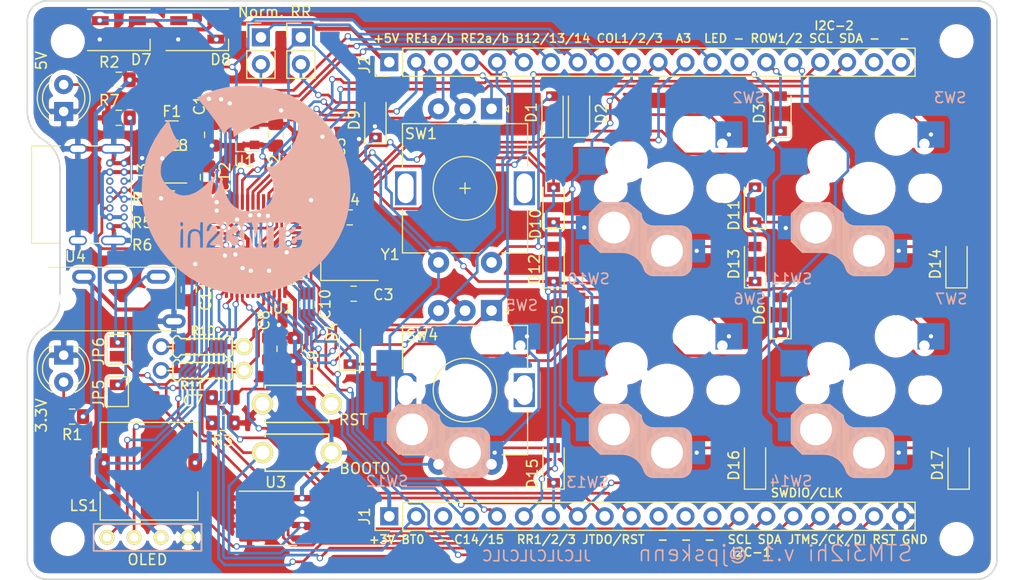
<source format=kicad_pcb>
(kicad_pcb (version 20171130) (host pcbnew "(5.1.6-0-10_14)")
  (layers (0 F.Cu signal) (31 B.Cu signal) (34 B.Paste user) (35 F.Paste user) (36 B.SilkS user) (37 F.SilkS user) (38 B.Mask user) (39 F.Mask user) (44 Edge.Cuts user))
  (net 0 "")
  (net 1 GND)
  (net 2 +5V)
  (net 3 +3V3)
  (net 4 OSC_IN)
  (net 5 OSC_OUT)
  (net 6 NRST)
  (net 7 RE1_S2)
  (net 8 ROW1)
  (net 9 "Net-(D2-Pad2)")
  (net 10 "Net-(D3-Pad2)")
  (net 11 RE2_S2)
  (net 12 ROW2)
  (net 13 "Net-(D5-Pad2)")
  (net 14 "Net-(D6-Pad2)")
  (net 15 "Net-(D7-Pad1)")
  (net 16 LED)
  (net 17 RR3)
  (net 18 RR2)
  (net 19 "Net-(D10-Pad1)")
  (net 20 "Net-(D11-Pad1)")
  (net 21 RR1)
  (net 22 "Net-(D13-Pad2)")
  (net 23 "Net-(D14-Pad2)")
  (net 24 "Net-(D16-Pad2)")
  (net 25 "Net-(D17-Pad2)")
  (net 26 "Net-(D18-Pad2)")
  (net 27 "Net-(D18-Pad3)")
  (net 28 VCC)
  (net 29 JTDI)
  (net 30 SWCLK_JTCK)
  (net 31 SWDIO_JTMS)
  (net 32 I2C_1_SDA)
  (net 33 I2C_1_SCL)
  (net 34 NJTRST)
  (net 35 JTDO)
  (net 36 PC15)
  (net 37 PC14)
  (net 38 BOOT0)
  (net 39 RE1_A)
  (net 40 RE1_B)
  (net 41 RE2_A)
  (net 42 RE2_B)
  (net 43 PB14)
  (net 44 COL1)
  (net 45 COL2)
  (net 46 COL3)
  (net 47 PA3)
  (net 48 AUDIO_1)
  (net 49 AUDIO_2)
  (net 50 I2C_2_SCL)
  (net 51 I2C_2_SDA)
  (net 52 "Net-(J3-PadA5)")
  (net 53 "Net-(J3-PadB5)")
  (net 54 RE1_S1)
  (net 55 "Net-(JP5-Pad2)")
  (net 56 "Net-(JP6-Pad2)")
  (net 57 "Net-(LED_GREEN1-Pad2)")
  (net 58 "Net-(LED_RED1-Pad2)")
  (net 59 D-)
  (net 60 D+)
  (net 61 "Net-(D9-Pad2)")
  (net 62 PB12)
  (net 63 PB13)
  (module Connector_PinHeader_2.54mm:PinHeader_1x20_P2.54mm_Vertical (layer F.Cu) (at 63.10339 32.14701 90)
    (fp_text reference J2 (at -0.25299 -2.33 90) (layer F.SilkS))
    (fp_text value Conn_01x20)
    (fp_text user "+5V RE1a/b RE2a/b B12/13/14 COL1/2/3  A3  LED - ROW1/2 SCL SDA -   -" (at 2.24701 -1.60339 180) (layer F.SilkS) (effects (font (size 0.8 0.8)) (justify left)))
    (fp_text user I2C-2 (at 3.44701 39.99661 180) (layer F.SilkS) (effects (font (size 0.8 0.8)) (justify left)))
    (pad 1 thru_hole rect (at 0 0 90) (size 1.7 1.7) (drill 1) (layers *.Cu *.Mask) (net 2 +5V))
    (pad 2 thru_hole oval (at 0 2.54 90) (size 1.7 1.7) (drill 1) (layers *.Cu *.Mask) (net 39 RE1_A))
    (pad 3 thru_hole oval (at 0 5.08 90) (size 1.7 1.7) (drill 1) (layers *.Cu *.Mask) (net 40 RE1_B))
    (pad 4 thru_hole oval (at 0 7.62 90) (size 1.7 1.7) (drill 1) (layers *.Cu *.Mask) (net 41 RE2_A))
    (pad 5 thru_hole oval (at 0 10.16 90) (size 1.7 1.7) (drill 1) (layers *.Cu *.Mask) (net 42 RE2_B))
    (pad 6 thru_hole oval (at 0 12.7 90) (size 1.7 1.7) (drill 1) (layers *.Cu *.Mask) (net 62 PB12))
    (pad 7 thru_hole oval (at 0 15.24 90) (size 1.7 1.7) (drill 1) (layers *.Cu *.Mask) (net 63 PB13))
    (pad 8 thru_hole oval (at 0 17.78 90) (size 1.7 1.7) (drill 1) (layers *.Cu *.Mask) (net 43 PB14))
    (pad 9 thru_hole oval (at 0 20.32 90) (size 1.7 1.7) (drill 1) (layers *.Cu *.Mask) (net 44 COL1))
    (pad 10 thru_hole oval (at 0 22.86 90) (size 1.7 1.7) (drill 1) (layers *.Cu *.Mask) (net 45 COL2))
    (pad 11 thru_hole oval (at 0 25.4 90) (size 1.7 1.7) (drill 1) (layers *.Cu *.Mask) (net 46 COL3))
    (pad 12 thru_hole oval (at 0 27.94 90) (size 1.7 1.7) (drill 1) (layers *.Cu *.Mask) (net 47 PA3))
    (pad 13 thru_hole oval (at 0 30.48 90) (size 1.7 1.7) (drill 1) (layers *.Cu *.Mask) (net 16 LED))
    (pad 14 thru_hole oval (at 0 33.02 90) (size 1.7 1.7) (drill 1) (layers *.Cu *.Mask))
    (pad 15 thru_hole oval (at 0 35.56 90) (size 1.7 1.7) (drill 1) (layers *.Cu *.Mask) (net 8 ROW1))
    (pad 16 thru_hole oval (at 0 38.1 90) (size 1.7 1.7) (drill 1) (layers *.Cu *.Mask) (net 12 ROW2))
    (pad 17 thru_hole oval (at 0 40.64 90) (size 1.7 1.7) (drill 1) (layers *.Cu *.Mask) (net 50 I2C_2_SCL))
    (pad 18 thru_hole oval (at 0 43.18 90) (size 1.7 1.7) (drill 1) (layers *.Cu *.Mask) (net 51 I2C_2_SDA))
    (pad 19 thru_hole oval (at 0 45.72 90) (size 1.7 1.7) (drill 1) (layers *.Cu *.Mask))
    (pad 20 thru_hole oval (at 0 48.26 90) (size 1.7 1.7) (drill 1) (layers *.Cu *.Mask))
  )
  (module Rotary_Encoder:RotaryEncoder_Alps_EC11E-Switch_Vertical_H20mm (layer F.Cu) (at 72.75 36.55 270)
    (fp_text reference SW1 (at 2.35 6.65 180) (layer F.SilkS))
    (fp_text value Rotary_Encoder_Switch)
    (pad A thru_hole rect (at 0 0 270) (size 2 2) (drill 1) (layers *.Cu *.Mask) (net 39 RE1_A))
    (pad C thru_hole circle (at 0 2.5 270) (size 2 2) (drill 1) (layers *.Cu *.Mask) (net 1 GND))
    (pad B thru_hole circle (at 0 5 270) (size 2 2) (drill 1) (layers *.Cu *.Mask) (net 40 RE1_B))
    (pad MP thru_hole rect (at 7.5 -3.1 270) (size 3.2 2) (drill oval 2.8 1.5) (layers *.Cu *.Mask))
    (pad MP thru_hole rect (at 7.5 8.1 270) (size 3.2 2) (drill oval 2.8 1.5) (layers *.Cu *.Mask))
    (pad S2 thru_hole circle (at 14.5 0 270) (size 2 2) (drill 1) (layers *.Cu *.Mask) (net 7 RE1_S2))
    (pad S1 thru_hole circle (at 14.5 5 270) (size 2 2) (drill 1) (layers *.Cu *.Mask) (net 54 RE1_S1))
  )
  (module library:2mm_screw_hole (layer F.Cu) (at 116.60181 30.16244)
    (fp_text reference REF**)
    (fp_text value 2mm_screw_hole)
    (pad "" np_thru_hole circle (at 0 0) (size 2.2 2.2) (drill 2.2) (layers *.Cu *.Mask))
  )
  (module library:2mm_screw_hole (layer F.Cu) (at 116.60181 77.15244)
    (fp_text reference REF**)
    (fp_text value 2mm_screw_hole)
    (pad "" np_thru_hole circle (at 0 0) (size 2.2 2.2) (drill 2.2) (layers *.Cu *.Mask))
  )
  (module library:2mm_screw_hole (layer F.Cu) (at 32.78181 77.15244)
    (fp_text reference REF**)
    (fp_text value 2mm_screw_hole)
    (pad "" np_thru_hole circle (at 0 0) (size 2.2 2.2) (drill 2.2) (layers *.Cu *.Mask))
  )
  (module library:2mm_screw_hole (layer F.Cu) (at 32.78181 30.16244)
    (fp_text reference REF**)
    (fp_text value 2mm_screw_hole)
    (pad "" np_thru_hole circle (at 0 0) (size 2.2 2.2) (drill 2.2) (layers *.Cu *.Mask))
  )
  (module Capacitor_SMD:C_0805_2012Metric_Pad1.15x1.40mm_HandSolder (layer F.Cu) (at 46.4 39 270)
    (fp_text reference C1 (at -2.8 1.2 90) (layer F.SilkS))
    (fp_text value 1uF)
    (pad 2 smd roundrect (at 1.025 0 270) (size 1.15 1.4) (layers F.Cu F.Paste F.Mask) (roundrect_rratio 0.217391) (net 1 GND))
    (pad 1 smd roundrect (at -1.025 0 270) (size 1.15 1.4) (layers F.Cu F.Paste F.Mask) (roundrect_rratio 0.217391) (net 2 +5V))
  )
  (module Capacitor_SMD:C_0805_2012Metric_Pad1.15x1.40mm_HandSolder (layer F.Cu) (at 52.4 39 270)
    (fp_text reference C2 (at 2.8 0.1 90) (layer F.SilkS))
    (fp_text value 1uF)
    (pad 1 smd roundrect (at -1.025 0 270) (size 1.15 1.4) (layers F.Cu F.Paste F.Mask) (roundrect_rratio 0.217391) (net 3 +3V3))
    (pad 2 smd roundrect (at 1.025 0 270) (size 1.15 1.4) (layers F.Cu F.Paste F.Mask) (roundrect_rratio 0.217391) (net 1 GND))
  )
  (module Capacitor_SMD:C_0805_2012Metric_Pad1.15x1.40mm_HandSolder (layer F.Cu) (at 59.75 54)
    (fp_text reference C3 (at 2.8 0.1) (layer F.SilkS))
    (fp_text value 22pF)
    (pad 1 smd roundrect (at -1.025 0) (size 1.15 1.4) (layers F.Cu F.Paste F.Mask) (roundrect_rratio 0.217391) (net 1 GND))
    (pad 2 smd roundrect (at 1.025 0) (size 1.15 1.4) (layers F.Cu F.Paste F.Mask) (roundrect_rratio 0.217391) (net 4 OSC_IN))
  )
  (module Capacitor_SMD:C_0805_2012Metric_Pad1.15x1.40mm_HandSolder (layer F.Cu) (at 59.375 46.8)
    (fp_text reference C4 (at 0 -1.65) (layer F.SilkS))
    (fp_text value 22pF)
    (pad 2 smd roundrect (at 1.025 0) (size 1.15 1.4) (layers F.Cu F.Paste F.Mask) (roundrect_rratio 0.217391) (net 5 OSC_OUT))
    (pad 1 smd roundrect (at -1.025 0) (size 1.15 1.4) (layers F.Cu F.Paste F.Mask) (roundrect_rratio 0.217391) (net 1 GND))
  )
  (module Capacitor_SMD:C_0805_2012Metric_Pad1.15x1.40mm_HandSolder (layer F.Cu) (at 56.8 40.2 270)
    (fp_text reference C5 (at 0 -1.65 90) (layer F.SilkS))
    (fp_text value 1uF)
    (pad 2 smd roundrect (at 1.025 0 270) (size 1.15 1.4) (layers F.Cu F.Paste F.Mask) (roundrect_rratio 0.217391) (net 1 GND))
    (pad 1 smd roundrect (at -1.025 0 270) (size 1.15 1.4) (layers F.Cu F.Paste F.Mask) (roundrect_rratio 0.217391) (net 3 +3V3))
  )
  (module Capacitor_SMD:C_0805_2012Metric_Pad1.15x1.40mm_HandSolder (layer F.Cu) (at 54.6 40.2 270)
    (fp_text reference C6 (at 2.8 0 90) (layer F.SilkS))
    (fp_text value 10nF)
    (pad 1 smd roundrect (at -1.025 0 270) (size 1.15 1.4) (layers F.Cu F.Paste F.Mask) (roundrect_rratio 0.217391) (net 3 +3V3))
    (pad 2 smd roundrect (at 1.025 0 270) (size 1.15 1.4) (layers F.Cu F.Paste F.Mask) (roundrect_rratio 0.217391) (net 1 GND))
  )
  (module Capacitor_SMD:C_0805_2012Metric_Pad1.15x1.40mm_HandSolder (layer F.Cu) (at 47.4 63.8)
    (fp_text reference C7 (at -2.8 0.3) (layer F.SilkS))
    (fp_text value 100nF)
    (pad 1 smd roundrect (at -1.025 0) (size 1.15 1.4) (layers F.Cu F.Paste F.Mask) (roundrect_rratio 0.217391) (net 1 GND))
    (pad 2 smd roundrect (at 1.025 0) (size 1.15 1.4) (layers F.Cu F.Paste F.Mask) (roundrect_rratio 0.217391) (net 6 NRST))
  )
  (module Capacitor_SMD:C_0805_2012Metric_Pad1.15x1.40mm_HandSolder (layer F.Cu) (at 51.80937 59.2 270)
    (fp_text reference C8 (at -2.7 0.50937 90) (layer F.SilkS))
    (fp_text value 4.7uF)
    (pad 2 smd roundrect (at 1.025 0 270) (size 1.15 1.4) (layers F.Cu F.Paste F.Mask) (roundrect_rratio 0.217391) (net 1 GND))
    (pad 1 smd roundrect (at -1.025 0 270) (size 1.15 1.4) (layers F.Cu F.Paste F.Mask) (roundrect_rratio 0.217391) (net 3 +3V3))
  )
  (module Capacitor_SMD:C_0805_2012Metric_Pad1.15x1.40mm_HandSolder (layer F.Cu) (at 54.20937 59.2 270)
    (fp_text reference C9 (at 1.1 -1.69063 90) (layer F.SilkS))
    (fp_text value 100nF)
    (pad 1 smd roundrect (at -1.025 0 270) (size 1.15 1.4) (layers F.Cu F.Paste F.Mask) (roundrect_rratio 0.217391) (net 3 +3V3))
    (pad 2 smd roundrect (at 1.025 0 270) (size 1.15 1.4) (layers F.Cu F.Paste F.Mask) (roundrect_rratio 0.217391) (net 1 GND))
  )
  (module Capacitor_SMD:C_0805_2012Metric_Pad1.15x1.40mm_HandSolder (layer F.Cu) (at 55.4 55 270)
    (fp_text reference C10 (at 0 -1.65 90) (layer F.SilkS))
    (fp_text value 100nF)
    (pad 2 smd roundrect (at 1.025 0 270) (size 1.15 1.4) (layers F.Cu F.Paste F.Mask) (roundrect_rratio 0.217391) (net 1 GND))
    (pad 1 smd roundrect (at -1.025 0 270) (size 1.15 1.4) (layers F.Cu F.Paste F.Mask) (roundrect_rratio 0.217391) (net 3 +3V3))
  )
  (module Capacitor_SMD:C_0805_2012Metric_Pad1.15x1.40mm_HandSolder (layer F.Cu) (at 44.2 53.6 90)
    (fp_text reference C11 (at -0.6 1.6 90) (layer F.SilkS))
    (fp_text value 100nF)
    (pad 1 smd roundrect (at -1.025 0 90) (size 1.15 1.4) (layers F.Cu F.Paste F.Mask) (roundrect_rratio 0.217391) (net 3 +3V3))
    (pad 2 smd roundrect (at 1.025 0 90) (size 1.15 1.4) (layers F.Cu F.Paste F.Mask) (roundrect_rratio 0.217391) (net 1 GND))
  )
  (module Diode_SMD:D_SOD-123 (layer F.Cu) (at 78.5 37 90)
    (fp_text reference D1 (at 0.1 -2 90) (layer F.SilkS))
    (fp_text value D)
    (pad 1 smd rect (at -1.65 0 90) (size 0.9 1.2) (layers F.Cu F.Paste F.Mask) (net 8 ROW1))
    (pad 2 smd rect (at 1.65 0 90) (size 0.9 1.2) (layers F.Cu F.Paste F.Mask) (net 7 RE1_S2))
  )
  (module Diode_SMD:D_SOD-123 (layer F.Cu) (at 81 37 90)
    (fp_text reference D2 (at 0 2.1 90) (layer F.SilkS))
    (fp_text value D)
    (pad 1 smd rect (at -1.65 0 90) (size 0.9 1.2) (layers F.Cu F.Paste F.Mask) (net 8 ROW1))
    (pad 2 smd rect (at 1.65 0 90) (size 0.9 1.2) (layers F.Cu F.Paste F.Mask) (net 9 "Net-(D2-Pad2)"))
  )
  (module Diode_SMD:D_SOD-123 (layer F.Cu) (at 100 37 90)
    (fp_text reference D3 (at 0 -2 90) (layer F.SilkS))
    (fp_text value D)
    (pad 1 smd rect (at -1.65 0 90) (size 0.9 1.2) (layers F.Cu F.Paste F.Mask) (net 8 ROW1))
    (pad 2 smd rect (at 1.65 0 90) (size 0.9 1.2) (layers F.Cu F.Paste F.Mask) (net 10 "Net-(D3-Pad2)"))
  )
  (module Diode_SMD:D_SOD-123 (layer F.Cu) (at 59.4 59 90)
    (fp_text reference D4 (at 1.4 -1.7 90) (layer F.SilkS))
    (fp_text value D)
    (pad 2 smd rect (at 1.65 0 90) (size 0.9 1.2) (layers F.Cu F.Paste F.Mask) (net 11 RE2_S2))
    (pad 1 smd rect (at -1.65 0 90) (size 0.9 1.2) (layers F.Cu F.Paste F.Mask) (net 12 ROW2))
  )
  (module Diode_SMD:D_SOD-123 (layer F.Cu) (at 81 56 90)
    (fp_text reference D5 (at 0 -2 90) (layer F.SilkS))
    (fp_text value D)
    (pad 2 smd rect (at 1.65 0 90) (size 0.9 1.2) (layers F.Cu F.Paste F.Mask) (net 13 "Net-(D5-Pad2)"))
    (pad 1 smd rect (at -1.65 0 90) (size 0.9 1.2) (layers F.Cu F.Paste F.Mask) (net 12 ROW2))
  )
  (module Diode_SMD:D_SOD-123 (layer F.Cu) (at 100 56 90)
    (fp_text reference D6 (at 0 -2 90) (layer F.SilkS))
    (fp_text value D)
    (pad 2 smd rect (at 1.65 0 90) (size 0.9 1.2) (layers F.Cu F.Paste F.Mask) (net 14 "Net-(D6-Pad2)"))
    (pad 1 smd rect (at -1.65 0 90) (size 0.9 1.2) (layers F.Cu F.Paste F.Mask) (net 12 ROW2))
  )
  (module LED_SMD:LED_SK6812MINI_PLCC4_3.5x3.5mm_P1.75mm (layer F.Cu) (at 37.6 29.1)
    (fp_text reference D7 (at 2.1 2.8) (layer F.SilkS))
    (fp_text value SK6812MINI)
    (pad 1 smd rect (at -1.75 -0.875) (size 1.6 0.85) (layers F.Cu F.Paste F.Mask) (net 15 "Net-(D7-Pad1)"))
    (pad 2 smd rect (at -1.75 0.875) (size 1.6 0.85) (layers F.Cu F.Paste F.Mask) (net 1 GND))
    (pad 4 smd rect (at 1.75 -0.875) (size 1.6 0.85) (layers F.Cu F.Paste F.Mask) (net 2 +5V))
    (pad 3 smd rect (at 1.75 0.875) (size 1.6 0.85) (layers F.Cu F.Paste F.Mask) (net 16 LED))
  )
  (module LED_SMD:LED_SK6812MINI_PLCC4_3.5x3.5mm_P1.75mm (layer F.Cu) (at 45 29.1)
    (fp_text reference D8 (at 2.2 2.8) (layer F.SilkS))
    (fp_text value SK6812MINI)
    (pad 3 smd rect (at 1.75 0.875) (size 1.6 0.85) (layers F.Cu F.Paste F.Mask) (net 15 "Net-(D7-Pad1)"))
    (pad 4 smd rect (at 1.75 -0.875) (size 1.6 0.85) (layers F.Cu F.Paste F.Mask) (net 2 +5V))
    (pad 2 smd rect (at -1.75 0.875) (size 1.6 0.85) (layers F.Cu F.Paste F.Mask) (net 1 GND))
    (pad 1 smd rect (at -1.75 -0.875) (size 1.6 0.85) (layers F.Cu F.Paste F.Mask))
  )
  (module Diode_SMD:D_SOD-123 (layer F.Cu) (at 61.8 37.6 90)
    (fp_text reference D9 (at 0 -2 90) (layer F.SilkS))
    (fp_text value D)
    (pad 2 smd rect (at 1.65 0 90) (size 0.9 1.2) (layers F.Cu F.Paste F.Mask) (net 61 "Net-(D9-Pad2)"))
    (pad 1 smd rect (at -1.65 0 90) (size 0.9 1.2) (layers F.Cu F.Paste F.Mask) (net 54 RE1_S1))
  )
  (module Diode_SMD:D_SOD-123 (layer F.Cu) (at 78.6 45.6 90)
    (fp_text reference D10 (at -1.8 -1.7 90) (layer F.SilkS))
    (fp_text value D)
    (pad 2 smd rect (at 1.65 0 90) (size 0.9 1.2) (layers F.Cu F.Paste F.Mask) (net 18 RR2))
    (pad 1 smd rect (at -1.65 0 90) (size 0.9 1.2) (layers F.Cu F.Paste F.Mask) (net 19 "Net-(D10-Pad1)"))
  )
  (module Diode_SMD:D_SOD-123 (layer F.Cu) (at 97.6 45.6 90)
    (fp_text reference D11 (at -1 -2 90) (layer F.SilkS))
    (fp_text value D)
    (pad 1 smd rect (at -1.65 0 90) (size 0.9 1.2) (layers F.Cu F.Paste F.Mask) (net 20 "Net-(D11-Pad1)"))
    (pad 2 smd rect (at 1.65 0 90) (size 0.9 1.2) (layers F.Cu F.Paste F.Mask) (net 21 RR1))
  )
  (module Diode_SMD:D_SOD-123 (layer F.Cu) (at 78.6 51.2 90)
    (fp_text reference D12 (at -0.5 -1.8 90) (layer F.SilkS))
    (fp_text value D)
    (pad 1 smd rect (at -1.65 0 90) (size 0.9 1.2) (layers F.Cu F.Paste F.Mask) (net 21 RR1))
    (pad 2 smd rect (at 1.65 0 90) (size 0.9 1.2) (layers F.Cu F.Paste F.Mask) (net 7 RE1_S2))
  )
  (module Diode_SMD:D_SOD-123 (layer F.Cu) (at 97.6 51.2 90)
    (fp_text reference D13 (at 0 -2 90) (layer F.SilkS))
    (fp_text value D)
    (pad 2 smd rect (at 1.65 0 90) (size 0.9 1.2) (layers F.Cu F.Paste F.Mask) (net 22 "Net-(D13-Pad2)"))
    (pad 1 smd rect (at -1.65 0 90) (size 0.9 1.2) (layers F.Cu F.Paste F.Mask) (net 21 RR1))
  )
  (module Diode_SMD:D_SOD-123 (layer F.Cu) (at 116.6 51.2 90)
    (fp_text reference D14 (at 0 -2 90) (layer F.SilkS))
    (fp_text value D)
    (pad 1 smd rect (at -1.65 0 90) (size 0.9 1.2) (layers F.Cu F.Paste F.Mask) (net 18 RR2))
    (pad 2 smd rect (at 1.65 0 90) (size 0.9 1.2) (layers F.Cu F.Paste F.Mask) (net 23 "Net-(D14-Pad2)"))
  )
  (module Diode_SMD:D_SOD-123 (layer F.Cu) (at 78.6 70.2 90)
    (fp_text reference D15 (at -0.8 -2 90) (layer F.SilkS))
    (fp_text value D)
    (pad 1 smd rect (at -1.65 0 90) (size 0.9 1.2) (layers F.Cu F.Paste F.Mask) (net 18 RR2))
    (pad 2 smd rect (at 1.65 0 90) (size 0.9 1.2) (layers F.Cu F.Paste F.Mask) (net 11 RE2_S2))
  )
  (module Diode_SMD:D_SOD-123 (layer F.Cu) (at 97.6 70.2 90)
    (fp_text reference D16 (at 0 -2 90) (layer F.SilkS))
    (fp_text value D)
    (pad 1 smd rect (at -1.65 0 90) (size 0.9 1.2) (layers F.Cu F.Paste F.Mask) (net 17 RR3))
    (pad 2 smd rect (at 1.65 0 90) (size 0.9 1.2) (layers F.Cu F.Paste F.Mask) (net 24 "Net-(D16-Pad2)"))
  )
  (module Diode_SMD:D_SOD-123 (layer F.Cu) (at 116.8 70.2 90)
    (fp_text reference D17 (at 0 -2 90) (layer F.SilkS))
    (fp_text value D)
    (pad 2 smd rect (at 1.65 0 90) (size 0.9 1.2) (layers F.Cu F.Paste F.Mask) (net 25 "Net-(D17-Pad2)"))
    (pad 1 smd rect (at -1.65 0 90) (size 0.9 1.2) (layers F.Cu F.Paste F.Mask) (net 17 RR3))
  )
  (module Package_TO_SOT_SMD:SOT-143 (layer F.Cu) (at 42.8 42)
    (fp_text reference D18 (at -0.1 -2) (layer F.SilkS))
    (fp_text value PRTR5V0U2X)
    (pad 1 smd rect (at -1.1 -0.77 270) (size 1.2 1.4) (layers F.Cu F.Paste F.Mask) (net 1 GND))
    (pad 2 smd rect (at -1.1 0.95 270) (size 1 1.4) (layers F.Cu F.Paste F.Mask) (net 26 "Net-(D18-Pad2)"))
    (pad 3 smd rect (at 1.1 0.95 270) (size 1 1.4) (layers F.Cu F.Paste F.Mask) (net 27 "Net-(D18-Pad3)"))
    (pad 4 smd rect (at 1.1 -0.95 270) (size 1 1.4) (layers F.Cu F.Paste F.Mask) (net 2 +5V))
  )
  (module Fuse:Fuse_1206_3216Metric_Pad1.42x1.75mm_HandSolder (layer F.Cu) (at 42.6 38.6 180)
    (fp_text reference F1 (at 0 1.8) (layer F.SilkS))
    (fp_text value 500mA)
    (pad 1 smd roundrect (at -1.4875 0 180) (size 1.425 1.75) (layers F.Cu F.Paste F.Mask) (roundrect_rratio 0.175439) (net 2 +5V))
    (pad 2 smd roundrect (at 1.4875 0 180) (size 1.425 1.75) (layers F.Cu F.Paste F.Mask) (roundrect_rratio 0.175439) (net 28 VCC))
  )
  (module Connector_USB:USB_C_Receptacle_GCT_USB4085_pad_modified (layer F.Cu) (at 38.10016 41.67205 270)
    (fp_text reference J3 (at 0.82795 -1.79984 90) (layer F.SilkS))
    (fp_text value USB4085-GF-A_REVA)
    (pad A1 thru_hole circle (at 0 0 270) (size 0.7 0.7) (drill 0.4) (layers *.Cu *.Mask) (net 1 GND))
    (pad A4 thru_hole circle (at 0.85 0 270) (size 0.7 0.7) (drill 0.4) (layers *.Cu *.Mask) (net 28 VCC))
    (pad A5 thru_hole circle (at 1.7 0 270) (size 0.7 0.7) (drill 0.4) (layers *.Cu *.Mask) (net 52 "Net-(J3-PadA5)"))
    (pad A6 thru_hole circle (at 2.55 0 270) (size 0.7 0.7) (drill 0.4) (layers *.Cu *.Mask) (net 26 "Net-(D18-Pad2)"))
    (pad A7 thru_hole circle (at 3.4 0 270) (size 0.7 0.7) (drill 0.4) (layers *.Cu *.Mask) (net 27 "Net-(D18-Pad3)"))
    (pad A8 thru_hole circle (at 4.25 0 270) (size 0.7 0.7) (drill 0.4) (layers *.Cu *.Mask))
    (pad A9 thru_hole circle (at 5.1 0 270) (size 0.7 0.7) (drill 0.4) (layers *.Cu *.Mask) (net 28 VCC))
    (pad A12 thru_hole circle (at 5.95 0 270) (size 0.7 0.7) (drill 0.4) (layers *.Cu *.Mask) (net 1 GND))
    (pad B9 thru_hole circle (at 0.85 1.35 270) (size 0.7 0.7) (drill 0.4) (layers *.Cu *.Mask) (net 28 VCC))
    (pad B7 thru_hole circle (at 2.55 1.35 270) (size 0.7 0.7) (drill 0.4) (layers *.Cu *.Mask) (net 27 "Net-(D18-Pad3)"))
    (pad B8 thru_hole circle (at 1.7 1.35 270) (size 0.7 0.7) (drill 0.4) (layers *.Cu *.Mask))
    (pad B12 thru_hole circle (at 0 1.35 270) (size 0.7 0.7) (drill 0.4) (layers *.Cu *.Mask) (net 1 GND))
    (pad B5 thru_hole circle (at 4.25 1.35 270) (size 0.7 0.7) (drill 0.4) (layers *.Cu *.Mask) (net 53 "Net-(J3-PadB5)"))
    (pad B4 thru_hole circle (at 5.1 1.35 270) (size 0.7 0.7) (drill 0.4) (layers *.Cu *.Mask) (net 28 VCC))
    (pad B1 thru_hole circle (at 5.95 1.35 270) (size 0.7 0.7) (drill 0.4) (layers *.Cu *.Mask) (net 1 GND))
    (pad B6 thru_hole circle (at 3.4 1.35 270) (size 0.7 0.7) (drill 0.4) (layers *.Cu *.Mask) (net 26 "Net-(D18-Pad2)"))
    (pad P1 thru_hole oval (at -1.35 0.98 270) (size 0.9 2.4) (drill oval 0.6 2.1) (layers *.Cu *.Mask) (net 1 GND))
    (pad P2 thru_hole oval (at 7.3 0.98 270) (size 0.9 2.4) (drill oval 0.6 2.1) (layers *.Cu *.Mask) (net 1 GND))
    (pad P4 thru_hole oval (at -1.35 4.36 270) (size 0.9 1.7) (drill oval 0.6 1.4) (layers *.Cu *.Mask) (net 1 GND))
    (pad P3 thru_hole oval (at 7.3 4.36 270) (size 0.9 1.7) (drill oval 0.6 1.4) (layers *.Cu *.Mask) (net 1 GND))
  )
  (module Connector_PinHeader_2.54mm:PinHeader_1x02_P2.54mm_Vertical (layer F.Cu) (at 51 29.8)
    (fp_text reference JP1 hide)
    (fp_text value SolderJumper_2_Open)
    (fp_text user Norm. (at 0 -2.4) (layer F.SilkS))
    (pad 1 thru_hole rect (at 0 0) (size 1.7 1.7) (drill 1) (layers *.Cu *.Mask) (net 44 COL1))
    (pad 2 thru_hole oval (at 0 2.54) (size 1.7 1.7) (drill 1) (layers *.Cu *.Mask) (net 54 RE1_S1))
  )
  (module Connector_PinHeader_2.54mm:PinHeader_1x02_P2.54mm_Vertical (layer F.Cu) (at 54.76898 29.8)
    (fp_text reference JP2 hide)
    (fp_text value SolderJumper_2_Open)
    (fp_text user RR (at 0 -2.4) (layer F.SilkS))
    (pad 2 thru_hole oval (at 0 2.54) (size 1.7 1.7) (drill 1) (layers *.Cu *.Mask) (net 61 "Net-(D9-Pad2)"))
    (pad 1 thru_hole rect (at 0 0) (size 1.7 1.7) (drill 1) (layers *.Cu *.Mask) (net 17 RR3))
  )
  (module Jumper:SolderJumper-2_P1.3mm_Open_Pad1.0x1.5mm (layer F.Cu) (at 37.5 63.25 90)
    (fp_text reference JP5 (at -0.2 -1.8 90) (layer F.SilkS))
    (fp_text value SolderJumper_2_Open)
    (pad 1 smd rect (at -0.65 0 90) (size 1 1.5) (layers F.Cu F.Mask) (net 33 I2C_1_SCL))
    (pad 2 smd rect (at 0.65 0 90) (size 1 1.5) (layers F.Cu F.Mask) (net 55 "Net-(JP5-Pad2)"))
  )
  (module Jumper:SolderJumper-2_P1.3mm_Open_Pad1.0x1.5mm (layer F.Cu) (at 37.5 59.25 90)
    (fp_text reference JP6 (at -0.2 -1.8 90) (layer F.SilkS))
    (fp_text value SolderJumper_2_Open)
    (pad 2 smd rect (at 0.65 0 90) (size 1 1.5) (layers F.Cu F.Mask) (net 56 "Net-(JP6-Pad2)"))
    (pad 1 smd rect (at -0.65 0 90) (size 1 1.5) (layers F.Cu F.Mask) (net 32 I2C_1_SDA))
  )
  (module LED_THT:LED_D4.0mm (layer F.Cu) (at 32.4 36.8 90)
    (fp_text reference LED_GREEN1 hide)
    (fp_text value LED)
    (fp_text user 5V (at 4.8 -2.1 90) (layer F.SilkS))
    (pad 1 thru_hole rect (at 0 0 90) (size 1.8 1.8) (drill 0.9) (layers *.Cu *.Mask) (net 1 GND))
    (pad 2 thru_hole circle (at 2.54 0 90) (size 1.8 1.8) (drill 0.9) (layers *.Cu *.Mask) (net 57 "Net-(LED_GREEN1-Pad2)"))
  )
  (module LED_THT:LED_D4.0mm (layer F.Cu) (at 32.4 59.8 270)
    (fp_text reference LED_RED1 hide)
    (fp_text value LED)
    (fp_text user 3.3V (at 5.7 2.1 270) (layer F.SilkS))
    (pad 2 thru_hole circle (at 2.54 0 270) (size 1.8 1.8) (drill 0.9) (layers *.Cu *.Mask) (net 58 "Net-(LED_RED1-Pad2)"))
    (pad 1 thru_hole rect (at 0 0 270) (size 1.8 1.8) (drill 0.9) (layers *.Cu *.Mask) (net 1 GND))
  )
  (module Buzzer_Beeper:Buzzer_Murata_PKMCS0909E4000-R1 (layer F.Cu) (at 40.45 70.75)
    (fp_text reference LS1 (at -6.15 3.25) (layer F.SilkS))
    (fp_text value Speaker)
    (pad 1 smd rect (at -4.35 0) (size 1.3 3.4) (layers F.Cu F.Paste F.Mask) (net 49 AUDIO_2))
    (pad 2 smd rect (at 4.35 0) (size 1.3 3.4) (layers F.Cu F.Paste F.Mask) (net 48 AUDIO_1))
  )
  (module SMK_SU120:OLED (layer F.Cu) (at 36.5 77)
    (fp_text reference OL1)
    (fp_text value OLED hide)
    (fp_text user OLED (at 3.8 2.1) (layer F.SilkS))
    (pad 1 thru_hole circle (at 0 0) (size 1.397 1.397) (drill 0.8128) (layers *.Cu *.Mask F.SilkS) (net 51 I2C_2_SDA))
    (pad 2 thru_hole circle (at 2.54 0) (size 1.397 1.397) (drill 0.8128) (layers *.Cu *.Mask F.SilkS) (net 50 I2C_2_SCL))
    (pad 3 thru_hole circle (at 5.08 0) (size 1.397 1.397) (drill 0.8128) (layers *.Cu *.Mask F.SilkS) (net 2 +5V))
    (pad 4 thru_hole circle (at 7.62 0) (size 1.397 1.397) (drill 0.8128) (layers *.Cu *.Mask F.SilkS) (net 1 GND))
  )
  (module Resistor_SMD:R_0805_2012Metric_Pad1.15x1.40mm_HandSolder (layer F.Cu) (at 33.2 65.6)
    (fp_text reference R1 (at 0 1.7) (layer F.SilkS))
    (fp_text value 1K)
    (pad 1 smd roundrect (at -1.025 0) (size 1.15 1.4) (layers F.Cu F.Paste F.Mask) (roundrect_rratio 0.217391) (net 58 "Net-(LED_RED1-Pad2)"))
    (pad 2 smd roundrect (at 1.025 0) (size 1.15 1.4) (layers F.Cu F.Paste F.Mask) (roundrect_rratio 0.217391) (net 3 +3V3))
  )
  (module Resistor_SMD:R_0805_2012Metric_Pad1.15x1.40mm_HandSolder (layer F.Cu) (at 37.6 33.8)
    (fp_text reference R2 (at -0.9 -1.65) (layer F.SilkS))
    (fp_text value 1.2K)
    (pad 1 smd roundrect (at -1.025 0) (size 1.15 1.4) (layers F.Cu F.Paste F.Mask) (roundrect_rratio 0.217391) (net 57 "Net-(LED_GREEN1-Pad2)"))
    (pad 2 smd roundrect (at 1.025 0) (size 1.15 1.4) (layers F.Cu F.Paste F.Mask) (roundrect_rratio 0.217391) (net 2 +5V))
  )
  (module Resistor_SMD:R_0805_2012Metric_Pad1.15x1.40mm_HandSolder (layer F.Cu) (at 47.4 66.2)
    (fp_text reference R3 (at 0 1.7) (layer F.SilkS))
    (fp_text value 10k)
    (pad 2 smd roundrect (at 1.025 0) (size 1.15 1.4) (layers F.Cu F.Paste F.Mask) (roundrect_rratio 0.217391) (net 1 GND))
    (pad 1 smd roundrect (at -1.025 0) (size 1.15 1.4) (layers F.Cu F.Paste F.Mask) (roundrect_rratio 0.217391) (net 38 BOOT0))
  )
  (module Resistor_SMD:R_0805_2012Metric_Pad1.15x1.40mm_HandSolder (layer F.Cu) (at 42.6 45 180)
    (fp_text reference R4 (at 2.8 0) (layer F.SilkS))
    (fp_text value 22)
    (pad 1 smd roundrect (at -1.025 0 180) (size 1.15 1.4) (layers F.Cu F.Paste F.Mask) (roundrect_rratio 0.217391) (net 59 D-))
    (pad 2 smd roundrect (at 1.025 0 180) (size 1.15 1.4) (layers F.Cu F.Paste F.Mask) (roundrect_rratio 0.217391) (net 27 "Net-(D18-Pad3)"))
  )
  (module Resistor_SMD:R_0805_2012Metric_Pad1.15x1.40mm_HandSolder (layer F.Cu) (at 42.6 47.2 180)
    (fp_text reference R5 (at 2.8 -0.1) (layer F.SilkS))
    (fp_text value 22)
    (pad 2 smd roundrect (at 1.025 0 180) (size 1.15 1.4) (layers F.Cu F.Paste F.Mask) (roundrect_rratio 0.217391) (net 26 "Net-(D18-Pad2)"))
    (pad 1 smd roundrect (at -1.025 0 180) (size 1.15 1.4) (layers F.Cu F.Paste F.Mask) (roundrect_rratio 0.217391) (net 60 D+))
  )
  (module Resistor_SMD:R_0805_2012Metric_Pad1.15x1.40mm_HandSolder (layer F.Cu) (at 42.6 49.4 180)
    (fp_text reference R6 (at 2.8 0) (layer F.SilkS))
    (fp_text value 5.1k)
    (pad 2 smd roundrect (at 1.025 0 180) (size 1.15 1.4) (layers F.Cu F.Paste F.Mask) (roundrect_rratio 0.217391) (net 53 "Net-(J3-PadB5)"))
    (pad 1 smd roundrect (at -1.025 0 180) (size 1.15 1.4) (layers F.Cu F.Paste F.Mask) (roundrect_rratio 0.217391) (net 1 GND))
  )
  (module Resistor_SMD:R_0805_2012Metric_Pad1.15x1.40mm_HandSolder (layer F.Cu) (at 37.6 37.4)
    (fp_text reference R7 (at -0.9 -1.65) (layer F.SilkS))
    (fp_text value 5.1k)
    (pad 1 smd roundrect (at -1.025 0) (size 1.15 1.4) (layers F.Cu F.Paste F.Mask) (roundrect_rratio 0.217391) (net 1 GND))
    (pad 2 smd roundrect (at 1.025 0) (size 1.15 1.4) (layers F.Cu F.Paste F.Mask) (roundrect_rratio 0.217391) (net 52 "Net-(J3-PadA5)"))
  )
  (module KeySW:MXOnly-1U-Hotswap (layer F.Cu) (at 89.29725 44.05331)
    (fp_text reference SW2)
    (fp_text value SW_Push)
    (fp_text user %R (at 7.70275 -8.55331) (layer B.SilkS) (effects (justify mirror)))
    (pad 2 smd rect (at 5.842 -5.08) (size 2.55 2.5) (layers B.Cu B.Paste B.Mask) (net 9 "Net-(D2-Pad2)"))
    (pad 1 smd rect (at -7.085 -2.54) (size 2.55 2.5) (layers B.Cu B.Paste B.Mask) (net 45 COL2))
    (pad "" np_thru_hole circle (at 5.08 0 48.0996) (size 1.75 1.75) (drill 1.75) (layers *.Cu *.Mask))
    (pad "" np_thru_hole circle (at -5.08 0 48.0996) (size 1.75 1.75) (drill 1.75) (layers *.Cu *.Mask))
    (pad "" np_thru_hole circle (at -3.81 -2.54) (size 3 3) (drill 3) (layers *.Cu *.Mask))
    (pad "" np_thru_hole circle (at 0 0) (size 3.9878 3.9878) (drill 3.9878) (layers *.Cu *.Mask))
    (pad "" np_thru_hole circle (at 2.54 -5.08) (size 3 3) (drill 3) (layers *.Cu *.Mask))
  )
  (module KeySW:MXOnly-1U-Hotswap (layer F.Cu) (at 108.34733 44.05331)
    (fp_text reference SW3)
    (fp_text value SW_Push)
    (fp_text user %R (at 7.65267 -8.55331) (layer B.SilkS) (effects (justify mirror)))
    (pad "" np_thru_hole circle (at 2.54 -5.08) (size 3 3) (drill 3) (layers *.Cu *.Mask))
    (pad "" np_thru_hole circle (at 0 0) (size 3.9878 3.9878) (drill 3.9878) (layers *.Cu *.Mask))
    (pad "" np_thru_hole circle (at -3.81 -2.54) (size 3 3) (drill 3) (layers *.Cu *.Mask))
    (pad "" np_thru_hole circle (at -5.08 0 48.0996) (size 1.75 1.75) (drill 1.75) (layers *.Cu *.Mask))
    (pad "" np_thru_hole circle (at 5.08 0 48.0996) (size 1.75 1.75) (drill 1.75) (layers *.Cu *.Mask))
    (pad 1 smd rect (at -7.085 -2.54) (size 2.55 2.5) (layers B.Cu B.Paste B.Mask) (net 46 COL3))
    (pad 2 smd rect (at 5.842 -5.08) (size 2.55 2.5) (layers B.Cu B.Paste B.Mask) (net 10 "Net-(D3-Pad2)"))
  )
  (module Rotary_Encoder:RotaryEncoder_Alps_EC11E-Switch_Vertical_H20mm (layer F.Cu) (at 72.75 55.6 270)
    (fp_text reference SW4 (at 2.3 6.55 180) (layer F.SilkS))
    (fp_text value Rotary_Encoder_Switch)
    (pad S1 thru_hole circle (at 14.5 5 270) (size 2 2) (drill 1) (layers *.Cu *.Mask) (net 54 RE1_S1))
    (pad S2 thru_hole circle (at 14.5 0 270) (size 2 2) (drill 1) (layers *.Cu *.Mask) (net 11 RE2_S2))
    (pad MP thru_hole rect (at 7.5 8.1 270) (size 3.2 2) (drill oval 2.8 1.5) (layers *.Cu *.Mask))
    (pad MP thru_hole rect (at 7.5 -3.1 270) (size 3.2 2) (drill oval 2.8 1.5) (layers *.Cu *.Mask))
    (pad B thru_hole circle (at 0 5 270) (size 2 2) (drill 1) (layers *.Cu *.Mask) (net 42 RE2_B))
    (pad C thru_hole circle (at 0 2.5 270) (size 2 2) (drill 1) (layers *.Cu *.Mask) (net 1 GND))
    (pad A thru_hole rect (at 0 0 270) (size 2 2) (drill 1) (layers *.Cu *.Mask) (net 41 RE2_A))
  )
  (module KeySW:MXOnly-1U-Hotswap (layer F.Cu) (at 70.24717 63.10339)
    (fp_text reference SW5)
    (fp_text value SW_Push)
    (fp_text user %R (at 5.35283 -8.00339) (layer B.SilkS) (effects (justify mirror)))
    (pad 2 smd rect (at 5.842 -5.08) (size 2.55 2.5) (layers B.Cu B.Paste B.Mask) (net 11 RE2_S2))
    (pad 1 smd rect (at -7.085 -2.54) (size 2.55 2.5) (layers B.Cu B.Paste B.Mask) (net 54 RE1_S1))
    (pad "" np_thru_hole circle (at 5.08 0 48.0996) (size 1.75 1.75) (drill 1.75) (layers *.Cu *.Mask))
    (pad "" np_thru_hole circle (at -5.08 0 48.0996) (size 1.75 1.75) (drill 1.75) (layers *.Cu *.Mask))
    (pad "" np_thru_hole circle (at -3.81 -2.54) (size 3 3) (drill 3) (layers *.Cu *.Mask))
    (pad "" np_thru_hole circle (at 0 0) (size 3.9878 3.9878) (drill 3.9878) (layers *.Cu *.Mask))
    (pad "" np_thru_hole circle (at 2.54 -5.08) (size 3 3) (drill 3) (layers *.Cu *.Mask))
  )
  (module KeySW:MXOnly-1U-Hotswap (layer F.Cu) (at 89.29725 63.10339)
    (fp_text reference SW6)
    (fp_text value SW_Push)
    (fp_text user %R (at 7.80275 -8.60339) (layer B.SilkS) (effects (justify mirror)))
    (pad "" np_thru_hole circle (at 2.54 -5.08) (size 3 3) (drill 3) (layers *.Cu *.Mask))
    (pad "" np_thru_hole circle (at 0 0) (size 3.9878 3.9878) (drill 3.9878) (layers *.Cu *.Mask))
    (pad "" np_thru_hole circle (at -3.81 -2.54) (size 3 3) (drill 3) (layers *.Cu *.Mask))
    (pad "" np_thru_hole circle (at -5.08 0 48.0996) (size 1.75 1.75) (drill 1.75) (layers *.Cu *.Mask))
    (pad "" np_thru_hole circle (at 5.08 0 48.0996) (size 1.75 1.75) (drill 1.75) (layers *.Cu *.Mask))
    (pad 1 smd rect (at -7.085 -2.54) (size 2.55 2.5) (layers B.Cu B.Paste B.Mask) (net 45 COL2))
    (pad 2 smd rect (at 5.842 -5.08) (size 2.55 2.5) (layers B.Cu B.Paste B.Mask) (net 13 "Net-(D5-Pad2)"))
  )
  (module KeySW:MXOnly-1U-Hotswap (layer F.Cu) (at 108.34733 63.10339)
    (fp_text reference SW7)
    (fp_text value SW_Push)
    (fp_text user %R (at 7.75267 -8.60339) (layer B.SilkS) (effects (justify mirror)))
    (pad "" np_thru_hole circle (at 2.54 -5.08) (size 3 3) (drill 3) (layers *.Cu *.Mask))
    (pad "" np_thru_hole circle (at 0 0) (size 3.9878 3.9878) (drill 3.9878) (layers *.Cu *.Mask))
    (pad "" np_thru_hole circle (at -3.81 -2.54) (size 3 3) (drill 3) (layers *.Cu *.Mask))
    (pad "" np_thru_hole circle (at -5.08 0 48.0996) (size 1.75 1.75) (drill 1.75) (layers *.Cu *.Mask))
    (pad "" np_thru_hole circle (at 5.08 0 48.0996) (size 1.75 1.75) (drill 1.75) (layers *.Cu *.Mask))
    (pad 1 smd rect (at -7.085 -2.54) (size 2.55 2.5) (layers B.Cu B.Paste B.Mask) (net 46 COL3))
    (pad 2 smd rect (at 5.842 -5.08) (size 2.55 2.5) (layers B.Cu B.Paste B.Mask) (net 14 "Net-(D6-Pad2)"))
  )
  (module SMK_foostan:ResetSW_1side (layer F.Cu) (at 54.4 69 180)
    (fp_text reference SW8 hide)
    (fp_text value SW_Push)
    (fp_text user BOOT0 (at -6.4 -1.5) (layer F.SilkS))
    (pad 2 thru_hole circle (at -3.25 0 180) (size 2 2) (drill 1.3) (layers *.Cu F.SilkS B.Mask) (net 3 +3V3))
    (pad 1 thru_hole circle (at 3.25 0 180) (size 2 2) (drill 1.3) (layers *.Cu F.SilkS B.Mask) (net 38 BOOT0))
  )
  (module SMK_foostan:ResetSW_1side (layer F.Cu) (at 54.4 64.4)
    (fp_text reference SW9 hide)
    (fp_text value SW_Push)
    (fp_text user RST (at 5.3 1.5) (layer F.SilkS))
    (pad 1 thru_hole circle (at 3.25 0) (size 2 2) (drill 1.3) (layers *.Cu F.SilkS B.Mask) (net 6 NRST))
    (pad 2 thru_hole circle (at -3.25 0) (size 2 2) (drill 1.3) (layers *.Cu F.SilkS B.Mask) (net 1 GND))
  )
  (module Package_TO_SOT_SMD:SOT-23 (layer F.Cu) (at 49.4 39 180)
    (fp_text reference U1 (at 0 -2.5) (layer F.SilkS))
    (fp_text value XC6206P332MR)
    (pad 1 smd rect (at -1 -0.95 180) (size 0.9 0.8) (layers F.Cu F.Paste F.Mask) (net 1 GND))
    (pad 2 smd rect (at -1 0.95 180) (size 0.9 0.8) (layers F.Cu F.Paste F.Mask) (net 3 +3V3))
    (pad 3 smd rect (at 1 0 180) (size 0.9 0.8) (layers F.Cu F.Paste F.Mask) (net 2 +5V))
  )
  (module Package_QFP:LQFP-48_7x7mm_P0.5mm (layer F.Cu) (at 50.5 49.5 180)
    (fp_text reference U2 (at -2.6 -5.85) (layer F.SilkS))
    (fp_text value STM32F303CCTx)
    (pad 1 smd roundrect (at -4.1625 -2.75 180) (size 1.475 0.3) (layers F.Cu F.Paste F.Mask) (net 3 +3V3))
    (pad 2 smd roundrect (at -4.1625 -2.25 180) (size 1.475 0.3) (layers F.Cu F.Paste F.Mask) (net 16 LED))
    (pad 3 smd roundrect (at -4.1625 -1.75 180) (size 1.475 0.3) (layers F.Cu F.Paste F.Mask) (net 37 PC14))
    (pad 4 smd roundrect (at -4.1625 -1.25 180) (size 1.475 0.3) (layers F.Cu F.Paste F.Mask) (net 36 PC15))
    (pad 5 smd roundrect (at -4.1625 -0.75 180) (size 1.475 0.3) (layers F.Cu F.Paste F.Mask) (net 4 OSC_IN))
    (pad 6 smd roundrect (at -4.1625 -0.25 180) (size 1.475 0.3) (layers F.Cu F.Paste F.Mask) (net 5 OSC_OUT))
    (pad 7 smd roundrect (at -4.1625 0.25 180) (size 1.475 0.3) (layers F.Cu F.Paste F.Mask) (net 6 NRST))
    (pad 8 smd roundrect (at -4.1625 0.75 180) (size 1.475 0.3) (layers F.Cu F.Paste F.Mask) (net 1 GND))
    (pad 9 smd roundrect (at -4.1625 1.25 180) (size 1.475 0.3) (layers F.Cu F.Paste F.Mask) (net 3 +3V3))
    (pad 10 smd roundrect (at -4.1625 1.75 180) (size 1.475 0.3) (layers F.Cu F.Paste F.Mask) (net 44 COL1))
    (pad 11 smd roundrect (at -4.1625 2.25 180) (size 1.475 0.3) (layers F.Cu F.Paste F.Mask) (net 45 COL2))
    (pad 12 smd roundrect (at -4.1625 2.75 180) (size 1.475 0.3) (layers F.Cu F.Paste F.Mask) (net 46 COL3))
    (pad 13 smd roundrect (at -2.75 4.1625 180) (size 0.3 1.475) (layers F.Cu F.Paste F.Mask) (net 47 PA3))
    (pad 14 smd roundrect (at -2.25 4.1625 180) (size 0.3 1.475) (layers F.Cu F.Paste F.Mask) (net 48 AUDIO_1))
    (pad 15 smd roundrect (at -1.75 4.1625 180) (size 0.3 1.475) (layers F.Cu F.Paste F.Mask) (net 49 AUDIO_2))
    (pad 16 smd roundrect (at -1.25 4.1625 180) (size 0.3 1.475) (layers F.Cu F.Paste F.Mask) (net 8 ROW1))
    (pad 17 smd roundrect (at -0.75 4.1625 180) (size 0.3 1.475) (layers F.Cu F.Paste F.Mask) (net 12 ROW2))
    (pad 18 smd roundrect (at -0.25 4.1625 180) (size 0.3 1.475) (layers F.Cu F.Paste F.Mask) (net 21 RR1))
    (pad 19 smd roundrect (at 0.25 4.1625 180) (size 0.3 1.475) (layers F.Cu F.Paste F.Mask) (net 18 RR2))
    (pad 20 smd roundrect (at 0.75 4.1625 180) (size 0.3 1.475) (layers F.Cu F.Paste F.Mask) (net 17 RR3))
    (pad 21 smd roundrect (at 1.25 4.1625 180) (size 0.3 1.475) (layers F.Cu F.Paste F.Mask) (net 39 RE1_A))
    (pad 22 smd roundrect (at 1.75 4.1625 180) (size 0.3 1.475) (layers F.Cu F.Paste F.Mask) (net 40 RE1_B))
    (pad 23 smd roundrect (at 2.25 4.1625 180) (size 0.3 1.475) (layers F.Cu F.Paste F.Mask) (net 1 GND))
    (pad 24 smd roundrect (at 2.75 4.1625 180) (size 0.3 1.475) (layers F.Cu F.Paste F.Mask) (net 3 +3V3))
    (pad 25 smd roundrect (at 4.1625 2.75 180) (size 1.475 0.3) (layers F.Cu F.Paste F.Mask) (net 62 PB12))
    (pad 26 smd roundrect (at 4.1625 2.25 180) (size 1.475 0.3) (layers F.Cu F.Paste F.Mask) (net 63 PB13))
    (pad 27 smd roundrect (at 4.1625 1.75 180) (size 1.475 0.3) (layers F.Cu F.Paste F.Mask) (net 43 PB14))
    (pad 28 smd roundrect (at 4.1625 1.25 180) (size 1.475 0.3) (layers F.Cu F.Paste F.Mask) (net 41 RE2_A))
    (pad 29 smd roundrect (at 4.1625 0.75 180) (size 1.475 0.3) (layers F.Cu F.Paste F.Mask) (net 42 RE2_B))
    (pad 30 smd roundrect (at 4.1625 0.25 180) (size 1.475 0.3) (layers F.Cu F.Paste F.Mask) (net 50 I2C_2_SCL))
    (pad 31 smd roundrect (at 4.1625 -0.25 180) (size 1.475 0.3) (layers F.Cu F.Paste F.Mask) (net 51 I2C_2_SDA))
    (pad 32 smd roundrect (at 4.1625 -0.75 180) (size 1.475 0.3) (layers F.Cu F.Paste F.Mask) (net 59 D-))
    (pad 33 smd roundrect (at 4.1625 -1.25 180) (size 1.475 0.3) (layers F.Cu F.Paste F.Mask) (net 60 D+))
    (pad 34 smd roundrect (at 4.1625 -1.75 180) (size 1.475 0.3) (layers F.Cu F.Paste F.Mask) (net 31 SWDIO_JTMS))
    (pad 35 smd roundrect (at 4.1625 -2.25 180) (size 1.475 0.3) (layers F.Cu F.Paste F.Mask) (net 1 GND))
    (pad 36 smd roundrect (at 4.1625 -2.75 180) (size 1.475 0.3) (layers F.Cu F.Paste F.Mask) (net 3 +3V3))
    (pad 37 smd roundrect (at 2.75 -4.1625 180) (size 0.3 1.475) (layers F.Cu F.Paste F.Mask) (net 30 SWCLK_JTCK))
    (pad 38 smd roundrect (at 2.25 -4.1625 180) (size 0.3 1.475) (layers F.Cu F.Paste F.Mask) (net 29 JTDI))
    (pad 39 smd roundrect (at 1.75 -4.1625 180) (size 0.3 1.475) (layers F.Cu F.Paste F.Mask) (net 35 JTDO))
    (pad 40 smd roundrect (at 1.25 -4.1625 180) (size 0.3 1.475) (layers F.Cu F.Paste F.Mask) (net 34 NJTRST))
    (pad 41 smd roundrect (at 0.75 -4.1625 180) (size 0.3 1.475) (layers F.Cu F.Paste F.Mask))
    (pad 42 smd roundrect (at 0.25 -4.1625 180) (size 0.3 1.475) (layers F.Cu F.Paste F.Mask))
    (pad 43 smd roundrect (at -0.25 -4.1625 180) (size 0.3 1.475) (layers F.Cu F.Paste F.Mask))
    (pad 44 smd roundrect (at -0.75 -4.1625 180) (size 0.3 1.475) (layers F.Cu F.Paste F.Mask) (net 38 BOOT0))
    (pad 45 smd roundrect (at -1.25 -4.1625 180) (size 0.3 1.475) (layers F.Cu F.Paste F.Mask) (net 33 I2C_1_SCL))
    (pad 46 smd roundrect (at -1.75 -4.1625 180) (size 0.3 1.475) (layers F.Cu F.Paste F.Mask) (net 32 I2C_1_SDA))
    (pad 47 smd roundrect (at -2.25 -4.1625 180) (size 0.3 1.475) (layers F.Cu F.Paste F.Mask) (net 1 GND))
    (pad 48 smd roundrect (at -2.75 -4.1625 180) (size 0.3 1.475) (layers F.Cu F.Paste F.Mask) (net 3 +3V3))
  )
  (module Package_SO:SOIC-8_3.9x4.9mm_P1.27mm (layer F.Cu) (at 52.4 75.2)
    (fp_text reference U3 (at 0 -3.4) (layer F.SilkS))
    (fp_text value FM24C64B)
    (pad 1 smd roundrect (at -2.475 -1.905) (size 1.95 0.6) (layers F.Cu F.Paste F.Mask) (net 1 GND))
    (pad 2 smd roundrect (at -2.475 -0.635) (size 1.95 0.6) (layers F.Cu F.Paste F.Mask) (net 1 GND))
    (pad 3 smd roundrect (at -2.475 0.635) (size 1.95 0.6) (layers F.Cu F.Paste F.Mask) (net 1 GND))
    (pad 4 smd roundrect (at -2.475 1.905) (size 1.95 0.6) (layers F.Cu F.Paste F.Mask) (net 1 GND))
    (pad 5 smd roundrect (at 2.475 1.905) (size 1.95 0.6) (layers F.Cu F.Paste F.Mask) (net 32 I2C_1_SDA))
    (pad 6 smd roundrect (at 2.475 0.635) (size 1.95 0.6) (layers F.Cu F.Paste F.Mask) (net 33 I2C_1_SCL))
    (pad 7 smd roundrect (at 2.475 -0.635) (size 1.95 0.6) (layers F.Cu F.Paste F.Mask) (net 1 GND))
    (pad 8 smd roundrect (at 2.475 -1.905) (size 1.95 0.6) (layers F.Cu F.Paste F.Mask) (net 3 +3V3))
  )
  (module Crystal:Crystal_SMD_3225-4Pin_3.2x2.5mm_HandSoldering (layer F.Cu) (at 59.35 50.5)
    (fp_text reference Y1 (at 3.85 -0.2) (layer F.SilkS))
    (fp_text value 8MHz)
    (pad 1 smd rect (at -1.45 1.15) (size 2.1 1.8) (layers F.Cu F.Paste F.Mask) (net 4 OSC_IN))
    (pad 2 smd rect (at 1.45 1.15) (size 2.1 1.8) (layers F.Cu F.Paste F.Mask) (net 1 GND))
    (pad 3 smd rect (at 1.45 -1.15) (size 2.1 1.8) (layers F.Cu F.Paste F.Mask) (net 5 OSC_OUT))
    (pad 4 smd rect (at -1.45 -1.15) (size 2.1 1.8) (layers F.Cu F.Paste F.Mask) (net 1 GND))
  )
  (module SMK_hsgw:CON_MJ-4PP-9 (layer F.Cu) (at 31 54.5)
    (fp_text reference U4 (at 2.5 -4) (layer F.SilkS))
    (fp_text value TRRS)
    (pad "" np_thru_hole circle (at 1.5 0) (size 1.2 1.2) (drill 1.2) (layers *.Cu *.Mask))
    (pad "" np_thru_hole circle (at 8.5 0) (size 1.2 1.2) (drill 1.2) (layers *.Cu *.Mask))
    (pad 3 thru_hole oval (at 3.3 -2.1) (size 2.2 1.3) (drill oval 1.5 0.6) (layers *.Cu *.Mask) (net 3 +3V3))
    (pad 2 thru_hole oval (at 6.3 -2.1) (size 2.2 1.3) (drill oval 1.5 0.6) (layers *.Cu *.Mask) (net 56 "Net-(JP6-Pad2)"))
    (pad 1 thru_hole oval (at 10.3 -2.1) (size 2.2 1.3) (drill oval 1.5 0.6) (layers *.Cu *.Mask) (net 55 "Net-(JP5-Pad2)"))
    (pad 4 thru_hole oval (at 11.8 2.1) (size 2.2 1.3) (drill oval 1.5 0.6) (layers *.Cu *.Mask) (net 1 GND))
  )
  (module SMK_foostan:Choc_Hotswap_single_side (layer F.Cu) (at 89.29725 44.05331 180)
    (fp_text reference SW10 (at 7.39725 -8.54669 180) (layer B.SilkS) (effects (justify mirror)))
    (fp_text value SW_Push hide)
    (pad "" np_thru_hole circle (at -5.5 0 90) (size 1.8 1.8) (drill 1.8) (layers *.Cu *.Mask))
    (pad "" np_thru_hole circle (at 5.5 0 90) (size 1.8 1.8) (drill 1.8) (layers *.Cu *.Mask))
    (pad "" np_thru_hole circle (at 0 0 90) (size 3.4 3.4) (drill 3.4) (layers *.Cu *.Mask))
    (pad "" np_thru_hole circle (at 0 -5.9 90) (size 3 3) (drill 3) (layers *.Cu *.Mask))
    (pad "" np_thru_hole circle (at 5 -3.7 90) (size 3 3) (drill 3) (layers *.Cu *.Mask))
    (pad 2 smd rect (at -2.8 -5.9 180) (size 1.6 2.2) (layers B.Cu B.Paste B.Mask) (net 22 "Net-(D13-Pad2)"))
    (pad 1 smd rect (at 7.8 -3.7 180) (size 1.6 2.2) (layers B.Cu B.Paste B.Mask) (net 19 "Net-(D10-Pad1)"))
    (pad "" np_thru_hole circle (at -5.22 4.2 180) (size 1 1) (drill 1) (layers *.Cu *.Mask))
  )
  (module SMK_foostan:Choc_Hotswap_single_side (layer F.Cu) (at 108.34733 44.05331 180)
    (fp_text reference SW11 (at 7.34733 -8.54669 180) (layer B.SilkS) (effects (justify mirror)))
    (fp_text value SW_Push hide)
    (pad "" np_thru_hole circle (at -5.22 4.2 180) (size 1 1) (drill 1) (layers *.Cu *.Mask))
    (pad 1 smd rect (at 7.8 -3.7 180) (size 1.6 2.2) (layers B.Cu B.Paste B.Mask) (net 20 "Net-(D11-Pad1)"))
    (pad 2 smd rect (at -2.8 -5.9 180) (size 1.6 2.2) (layers B.Cu B.Paste B.Mask) (net 23 "Net-(D14-Pad2)"))
    (pad "" np_thru_hole circle (at 5 -3.7 90) (size 3 3) (drill 3) (layers *.Cu *.Mask))
    (pad "" np_thru_hole circle (at 0 -5.9 90) (size 3 3) (drill 3) (layers *.Cu *.Mask))
    (pad "" np_thru_hole circle (at 0 0 90) (size 3.4 3.4) (drill 3.4) (layers *.Cu *.Mask))
    (pad "" np_thru_hole circle (at 5.5 0 90) (size 1.8 1.8) (drill 1.8) (layers *.Cu *.Mask))
    (pad "" np_thru_hole circle (at -5.5 0 90) (size 1.8 1.8) (drill 1.8) (layers *.Cu *.Mask))
  )
  (module SMK_foostan:Choc_Hotswap_single_side (layer F.Cu) (at 70.24717 63.10339 180)
    (fp_text reference SW12 (at 7.34717 -8.59661 180) (layer B.SilkS) (effects (justify mirror)))
    (fp_text value SW_Push hide)
    (pad "" np_thru_hole circle (at -5.22 4.2 180) (size 1 1) (drill 1) (layers *.Cu *.Mask))
    (pad 1 smd rect (at 7.8 -3.7 180) (size 1.6 2.2) (layers B.Cu B.Paste B.Mask) (net 54 RE1_S1))
    (pad 2 smd rect (at -2.8 -5.9 180) (size 1.6 2.2) (layers B.Cu B.Paste B.Mask) (net 11 RE2_S2))
    (pad "" np_thru_hole circle (at 5 -3.7 90) (size 3 3) (drill 3) (layers *.Cu *.Mask))
    (pad "" np_thru_hole circle (at 0 -5.9 90) (size 3 3) (drill 3) (layers *.Cu *.Mask))
    (pad "" np_thru_hole circle (at 0 0 90) (size 3.4 3.4) (drill 3.4) (layers *.Cu *.Mask))
    (pad "" np_thru_hole circle (at 5.5 0 90) (size 1.8 1.8) (drill 1.8) (layers *.Cu *.Mask))
    (pad "" np_thru_hole circle (at -5.5 0 90) (size 1.8 1.8) (drill 1.8) (layers *.Cu *.Mask))
  )
  (module SMK_foostan:Choc_Hotswap_single_side (layer F.Cu) (at 89.29725 63.10339 180)
    (fp_text reference SW13 (at 7.49725 -8.69661 180) (layer B.SilkS) (effects (justify mirror)))
    (fp_text value SW_Push hide)
    (pad "" np_thru_hole circle (at -5.22 4.2 180) (size 1 1) (drill 1) (layers *.Cu *.Mask))
    (pad 1 smd rect (at 7.8 -3.7 180) (size 1.6 2.2) (layers B.Cu B.Paste B.Mask) (net 19 "Net-(D10-Pad1)"))
    (pad 2 smd rect (at -2.8 -5.9 180) (size 1.6 2.2) (layers B.Cu B.Paste B.Mask) (net 24 "Net-(D16-Pad2)"))
    (pad "" np_thru_hole circle (at 5 -3.7 90) (size 3 3) (drill 3) (layers *.Cu *.Mask))
    (pad "" np_thru_hole circle (at 0 -5.9 90) (size 3 3) (drill 3) (layers *.Cu *.Mask))
    (pad "" np_thru_hole circle (at 0 0 90) (size 3.4 3.4) (drill 3.4) (layers *.Cu *.Mask))
    (pad "" np_thru_hole circle (at 5.5 0 90) (size 1.8 1.8) (drill 1.8) (layers *.Cu *.Mask))
    (pad "" np_thru_hole circle (at -5.5 0 90) (size 1.8 1.8) (drill 1.8) (layers *.Cu *.Mask))
  )
  (module SMK_foostan:Choc_Hotswap_single_side (layer F.Cu) (at 108.34733 63.10339 180)
    (fp_text reference SW14 (at 7.34733 -8.59661 180) (layer B.SilkS) (effects (justify mirror)))
    (fp_text value SW_Push hide)
    (pad "" np_thru_hole circle (at -5.5 0 90) (size 1.8 1.8) (drill 1.8) (layers *.Cu *.Mask))
    (pad "" np_thru_hole circle (at 5.5 0 90) (size 1.8 1.8) (drill 1.8) (layers *.Cu *.Mask))
    (pad "" np_thru_hole circle (at 0 0 90) (size 3.4 3.4) (drill 3.4) (layers *.Cu *.Mask))
    (pad "" np_thru_hole circle (at 0 -5.9 90) (size 3 3) (drill 3) (layers *.Cu *.Mask))
    (pad "" np_thru_hole circle (at 5 -3.7 90) (size 3 3) (drill 3) (layers *.Cu *.Mask))
    (pad 2 smd rect (at -2.8 -5.9 180) (size 1.6 2.2) (layers B.Cu B.Paste B.Mask) (net 25 "Net-(D17-Pad2)"))
    (pad 1 smd rect (at 7.8 -3.7 180) (size 1.6 2.2) (layers B.Cu B.Paste B.Mask) (net 20 "Net-(D11-Pad1)"))
    (pad "" np_thru_hole circle (at -5.22 4.2 180) (size 1 1) (drill 1) (layers *.Cu *.Mask))
  )
  (module Connector_PinHeader_2.54mm:PinHeader_1x20_P2.54mm_Vertical (layer F.Cu) (at 63.10339 75.00969 90)
    (fp_text reference J1 (at 0 -2.33 90) (layer F.SilkS))
    (fp_text value Conn_01x20)
    (fp_text user "+3V BT0  - C14/15  RR1/2/3 JTDO/RST  -  -  -  SCL SDA JTMS/CK/DI RST GND" (at -2.19031 -2.00339 180) (layer F.SilkS) (effects (font (size 0.8 0.8)) (justify left)))
    (fp_text user I2C-1 (at -3.39031 32.19661 180) (layer F.SilkS) (effects (font (size 0.8 0.8)) (justify left)))
    (fp_text user SWDIO/CLK (at 2.20969 35.89661 180) (layer F.SilkS) (effects (font (size 0.8 0.8)) (justify left)))
    (pad 20 thru_hole oval (at 0 48.26 90) (size 1.7 1.7) (drill 1) (layers *.Cu *.Mask) (net 1 GND))
    (pad 19 thru_hole oval (at 0 45.72 90) (size 1.7 1.7) (drill 1) (layers *.Cu *.Mask) (net 6 NRST))
    (pad 18 thru_hole oval (at 0 43.18 90) (size 1.7 1.7) (drill 1) (layers *.Cu *.Mask) (net 29 JTDI))
    (pad 17 thru_hole oval (at 0 40.64 90) (size 1.7 1.7) (drill 1) (layers *.Cu *.Mask) (net 30 SWCLK_JTCK))
    (pad 16 thru_hole oval (at 0 38.1 90) (size 1.7 1.7) (drill 1) (layers *.Cu *.Mask) (net 31 SWDIO_JTMS))
    (pad 15 thru_hole oval (at 0 35.56 90) (size 1.7 1.7) (drill 1) (layers *.Cu *.Mask) (net 32 I2C_1_SDA))
    (pad 14 thru_hole oval (at 0 33.02 90) (size 1.7 1.7) (drill 1) (layers *.Cu *.Mask) (net 33 I2C_1_SCL))
    (pad 13 thru_hole oval (at 0 30.48 90) (size 1.7 1.7) (drill 1) (layers *.Cu *.Mask))
    (pad 12 thru_hole oval (at 0 27.94 90) (size 1.7 1.7) (drill 1) (layers *.Cu *.Mask))
    (pad 11 thru_hole oval (at 0 25.4 90) (size 1.7 1.7) (drill 1) (layers *.Cu *.Mask))
    (pad 10 thru_hole oval (at 0 22.86 90) (size 1.7 1.7) (drill 1) (layers *.Cu *.Mask) (net 34 NJTRST))
    (pad 9 thru_hole oval (at 0 20.32 90) (size 1.7 1.7) (drill 1) (layers *.Cu *.Mask) (net 35 JTDO))
    (pad 8 thru_hole oval (at 0 17.78 90) (size 1.7 1.7) (drill 1) (layers *.Cu *.Mask) (net 17 RR3))
    (pad 7 thru_hole oval (at 0 15.24 90) (size 1.7 1.7) (drill 1) (layers *.Cu *.Mask) (net 18 RR2))
    (pad 6 thru_hole oval (at 0 12.7 90) (size 1.7 1.7) (drill 1) (layers *.Cu *.Mask) (net 21 RR1))
    (pad 5 thru_hole oval (at 0 10.16 90) (size 1.7 1.7) (drill 1) (layers *.Cu *.Mask) (net 36 PC15))
    (pad 4 thru_hole oval (at 0 7.62 90) (size 1.7 1.7) (drill 1) (layers *.Cu *.Mask) (net 37 PC14))
    (pad 3 thru_hole oval (at 0 5.08 90) (size 1.7 1.7) (drill 1) (layers *.Cu *.Mask))
    (pad 2 thru_hole oval (at 0 2.54 90) (size 1.7 1.7) (drill 1) (layers *.Cu *.Mask) (net 38 BOOT0))
    (pad 1 thru_hole rect (at 0 0 90) (size 1.7 1.7) (drill 1) (layers *.Cu *.Mask) (net 3 +3V3))
  )
  (module Capacitor_SMD:C_0805_2012Metric_Pad1.15x1.40mm_HandSolder (layer F.Cu) (at 46 43 90)
    (fp_text reference C12 (at 0 1.6 90) (layer F.SilkS))
    (fp_text value 100nF)
    (pad 1 smd roundrect (at -1.025 0 90) (size 1.15 1.4) (layers F.Cu F.Paste F.Mask) (roundrect_rratio 0.217391) (net 3 +3V3))
    (pad 2 smd roundrect (at 1.025 0 90) (size 1.15 1.4) (layers F.Cu F.Paste F.Mask) (roundrect_rratio 0.217391) (net 1 GND))
  )
  (module USB4085:Resistor-Hybrid-Front (layer F.Cu) (at 45.5 59 180)
    (fp_text reference R10 (at -0.0254 1.5) (layer F.SilkS) (effects (font (size 0.8 0.8))))
    (fp_text value 10k hide)
    (pad 1 smd rect (at 2.5 0 180) (size 2.9 0.5) (layers F.Cu) (net 3 +3V3))
    (pad 2 smd rect (at -2.5 0 180) (size 2.9 0.5) (layers F.Cu) (net 33 I2C_1_SCL))
    (pad 1 thru_hole circle (at 3.9 0 180) (size 1.6 1.6) (drill 1) (layers *.Cu *.Mask) (net 3 +3V3))
    (pad 2 thru_hole circle (at -3.9 0 180) (size 1.6 1.6) (drill 1) (layers *.Cu *.Mask F.SilkS) (net 33 I2C_1_SCL))
    (pad 2 smd rect (at -1.35 0 180) (size 1.5 1.2) (layers F.Cu F.Paste F.Mask) (net 33 I2C_1_SCL))
    (pad 1 smd rect (at 1.35 0 180) (size 1.5 1.2) (layers F.Cu F.Paste F.Mask) (net 3 +3V3))
  )
  (module USB4085:Resistor-Hybrid-Front (layer F.Cu) (at 45.5 61.25 180)
    (fp_text reference R11 (at 1 -1.45) (layer F.SilkS) (effects (font (size 0.8 0.8))))
    (fp_text value 10k hide)
    (pad 1 smd rect (at 1.35 0 180) (size 1.5 1.2) (layers F.Cu F.Paste F.Mask) (net 3 +3V3))
    (pad 2 smd rect (at -1.35 0 180) (size 1.5 1.2) (layers F.Cu F.Paste F.Mask) (net 32 I2C_1_SDA))
    (pad 2 thru_hole circle (at -3.9 0 180) (size 1.6 1.6) (drill 1) (layers *.Cu *.Mask F.SilkS) (net 32 I2C_1_SDA))
    (pad 1 thru_hole circle (at 3.9 0 180) (size 1.6 1.6) (drill 1) (layers *.Cu *.Mask) (net 3 +3V3))
    (pad 2 smd rect (at -2.5 0 180) (size 2.9 0.5) (layers F.Cu) (net 32 I2C_1_SDA))
    (pad 1 smd rect (at 2.5 0 180) (size 2.9 0.5) (layers F.Cu) (net 3 +3V3))
  )
  (module Logo:st_meishi_logo_475dpi (layer B.Cu) (at 49.6 44.2 180)
    (fp_text reference H1 hide)
    (fp_text value Logo hide)
  )
  (gr_text "STM3i2hi v.1 @jpskenn" (at 99.5 78.5) (layer B.SilkS) (effects (font (size 1.5 1.5)) (justify mirror)))
  (gr_text JLCJLCJLCJLC (at 77 78.75) (layer B.SilkS) (effects (font (size 1 1)) (justify mirror)))
  (gr_line (start 32.051318 42.221506) (end 32.051318 54.556988) (layer Edge.Cuts) (width 0.15))
  (gr_arc (start 28.876318 54.556988) (end 32.051318 54.556988) (angle 59) (layer Edge.Cuts) (width 0.15))
  (gr_arc (start 28.876318 42.221506) (end 32.051318 42.221506) (angle -59) (layer Edge.Cuts) (width 0.15))
  (gr_arc (start 32.14681 60) (end 28.97181 60) (angle 59) (layer Edge.Cuts) (width 0.15))
  (gr_arc (start 32.14681 36.778494) (end 28.97181 36.778494) (angle -59) (layer Edge.Cuts) (width 0.15))
  (gr_arc (start 118.50681 28.25744) (end 120.41181 28.25744) (angle -90) (layer Edge.Cuts) (width 0.15))
  (gr_arc (start 118.50681 79.05744) (end 118.50681 80.96244) (angle -90) (layer Edge.Cuts) (width 0.15))
  (gr_arc (start 30.87681 79.05744) (end 28.97181 79.05744) (angle -90) (layer Edge.Cuts) (width 0.15))
  (gr_arc (start 30.87681 28.25744) (end 30.87681 26.35244) (angle -90) (layer Edge.Cuts) (width 0.15))
  (gr_line (start 28.97181 79.05744) (end 28.97181 60) (layer Edge.Cuts) (width 0.15))
  (gr_line (start 28.97181 28.25744) (end 28.97181 36.778494) (layer Edge.Cuts) (width 0.15))
  (gr_line (start 120.41181 28.25744) (end 120.41181 79.05744) (layer Edge.Cuts) (width 0.15))
  (gr_line (start 30.87681 80.96244) (end 118.50681 80.96244) (layer Edge.Cuts) (width 0.15))
  (gr_line (start 30.87681 26.35244) (end 118.50681 26.35244) (layer Edge.Cuts) (width 0.15))
  (via (at 54.9 74.6) (size 0.6) (drill 0.4) (layers F.Cu B.Cu) (net 1))
  (via (at 35.8 30) (size 0.6) (drill 0.4) (layers F.Cu B.Cu) (net 1))
  (via (at 43.2 30) (size 0.6) (drill 0.4) (layers F.Cu B.Cu) (net 1))
  (segment (start 38.10016 41.67205) (end 36.75016 41.67205) (width 0.381) (layer F.Cu) (net 1))
  (segment (start 37.12016 41.30205) (end 36.75016 41.67205) (width 0.381) (layer F.Cu) (net 1))
  (segment (start 37.12016 40.32205) (end 37.12016 41.30205) (width 0.381) (layer F.Cu) (net 1))
  (segment (start 37.12016 47.99205) (end 36.75016 47.62205) (width 0.381) (layer F.Cu) (net 1))
  (segment (start 38.10016 47.62205) (end 36.75016 47.62205) (width 0.381) (layer F.Cu) (net 1))
  (segment (start 37.12016 48.97205) (end 37.12016 47.99205) (width 0.381) (layer F.Cu) (net 1))
  (via (at 39.8 41.2) (size 0.6) (drill 0.4) (layers F.Cu B.Cu) (net 1))
  (segment (start 38.10016 41.67205) (end 39.32795 41.67205) (width 0.381) (layer F.Cu) (net 1))
  (segment (start 39.32795 41.67205) (end 39.8 41.2) (width 0.381) (layer F.Cu) (net 1))
  (segment (start 41.67 41.2) (end 41.7 41.23) (width 0.381) (layer B.Cu) (net 1))
  (via (at 41.7 41.23) (size 0.6) (drill 0.4) (layers F.Cu B.Cu) (net 1))
  (segment (start 39.8 41.2) (end 41.67 41.2) (width 0.381) (layer B.Cu) (net 1))
  (segment (start 46.3375 51.75) (end 45.65 51.75) (width 0.254) (layer F.Cu) (net 1))
  (segment (start 44.2 52.575) (end 44.625 52.575) (width 0.381) (layer F.Cu) (net 1))
  (segment (start 44.625 52.575) (end 45.2 52) (width 0.381) (layer F.Cu) (net 1))
  (segment (start 45.45 51.75) (end 45.2 52) (width 0.254) (layer F.Cu) (net 1))
  (segment (start 46.3375 51.75) (end 45.45 51.75) (width 0.254) (layer F.Cu) (net 1))
  (segment (start 43.625 52) (end 44.2 52.575) (width 0.381) (layer F.Cu) (net 1))
  (segment (start 43.625 49.4) (end 43.625 52) (width 0.381) (layer F.Cu) (net 1))
  (segment (start 52.75 53.6625) (end 52.75 54.55) (width 0.254) (layer F.Cu) (net 1))
  (segment (start 48.25 44.526944) (end 47.923056 44.2) (width 0.254) (layer F.Cu) (net 1))
  (segment (start 48.25 45.3375) (end 48.25 44.526944) (width 0.254) (layer F.Cu) (net 1))
  (segment (start 46 42.276944) (end 47.923056 44.2) (width 0.381) (layer F.Cu) (net 1))
  (segment (start 46 41.975) (end 46 42.276944) (width 0.381) (layer F.Cu) (net 1))
  (segment (start 55.65 48.75) (end 55.8 48.6) (width 0.254) (layer F.Cu) (net 1))
  (segment (start 54.6625 48.75) (end 55.65 48.75) (width 0.254) (layer F.Cu) (net 1))
  (segment (start 60.441338 51.65) (end 60.8 51.65) (width 0.381) (layer F.Cu) (net 1))
  (segment (start 58.141338 49.35) (end 60.441338 51.65) (width 0.381) (layer F.Cu) (net 1))
  (segment (start 57.9 49.35) (end 58.141338 49.35) (width 0.381) (layer F.Cu) (net 1))
  (segment (start 56.8 41.225) (end 54.6 41.225) (width 0.381) (layer F.Cu) (net 1))
  (segment (start 54.6 41.225) (end 53.6 41.225) (width 0.381) (layer F.Cu) (net 1))
  (segment (start 53.6 41.225) (end 52.4 40.025) (width 0.381) (layer F.Cu) (net 1))
  (segment (start 52.4 40.025) (end 50.475 40.025) (width 0.381) (layer F.Cu) (net 1))
  (segment (start 50.475 40.025) (end 50.4 39.95) (width 0.381) (layer F.Cu) (net 1))
  (segment (start 46.443331 39.95) (end 46.36979 40.023541) (width 0.381) (layer F.Cu) (net 1))
  (segment (start 50.4 39.95) (end 46.443331 39.95) (width 0.381) (layer F.Cu) (net 1))
  (segment (start 45.163331 41.23) (end 46.36979 40.023541) (width 0.381) (layer B.Cu) (net 1))
  (via (at 46.36979 40.023541) (size 0.6) (drill 0.4) (layers F.Cu B.Cu) (net 1))
  (segment (start 41.7 41.23) (end 45.163331 41.23) (width 0.381) (layer B.Cu) (net 1))
  (segment (start 43.2 30) (end 41 30) (width 0.381) (layer B.Cu) (net 1))
  (segment (start 41 30) (end 40.2 29.2) (width 0.381) (layer B.Cu) (net 1))
  (segment (start 36.6 29.2) (end 35.8 30) (width 0.381) (layer B.Cu) (net 1))
  (segment (start 40.2 29.2) (end 36.6 29.2) (width 0.381) (layer B.Cu) (net 1))
  (segment (start 56.749738 47.229844) (end 58.120156 47.229844) (width 0.381) (layer F.Cu) (net 1))
  (segment (start 58.120156 47.229844) (end 58.35 47) (width 0.381) (layer F.Cu) (net 1))
  (segment (start 55.8 48.6) (end 55.8 48.179582) (width 0.381) (layer F.Cu) (net 1))
  (segment (start 55.8 48.179582) (end 56.749738 47.229844) (width 0.381) (layer F.Cu) (net 1))
  (segment (start 56.8 41.225) (end 57.675 41.225) (width 0.381) (layer F.Cu) (net 1))
  (via (at 60.25 39.4) (size 0.6) (drill 0.4) (layers F.Cu B.Cu) (net 1))
  (segment (start 59.5 39.4) (end 60.25 39.4) (width 0.381) (layer F.Cu) (net 1))
  (segment (start 57.675 41.225) (end 59.5 39.4) (width 0.381) (layer F.Cu) (net 1))
  (via (at 61.75 38.2) (size 0.6) (drill 0.4) (layers F.Cu B.Cu) (net 1))
  (segment (start 60.55 39.4) (end 61.75 38.2) (width 0.381) (layer B.Cu) (net 1))
  (segment (start 60.25 39.4) (end 60.55 39.4) (width 0.381) (layer B.Cu) (net 1))
  (segment (start 68.856299 37.943701) (end 70.25 36.55) (width 0.381) (layer F.Cu) (net 1))
  (segment (start 62.006299 37.943701) (end 68.856299 37.943701) (width 0.381) (layer F.Cu) (net 1))
  (segment (start 61.75 38.2) (end 62.006299 37.943701) (width 0.381) (layer F.Cu) (net 1))
  (segment (start 52.75 54.55) (end 52.75 56.894742) (width 0.381) (layer F.Cu) (net 1))
  (via (at 52.690946 56.953796) (size 0.6) (drill 0.4) (layers F.Cu B.Cu) (net 1))
  (segment (start 52.75 56.894742) (end 52.690946 56.953796) (width 0.381) (layer F.Cu) (net 1))
  (via (at 54.064096 60.37028) (size 0.6) (drill 0.4) (layers F.Cu B.Cu) (net 1))
  (segment (start 53.918816 60.225) (end 54.064096 60.37028) (width 0.381) (layer F.Cu) (net 1))
  (segment (start 52.690946 58.99713) (end 54.064096 60.37028) (width 0.381) (layer B.Cu) (net 1))
  (segment (start 52.690946 56.953796) (end 52.690946 58.99713) (width 0.381) (layer B.Cu) (net 1))
  (segment (start 55.4 56.025) (end 55.30308 56.12192) (width 0.381) (layer F.Cu) (net 1))
  (segment (start 55.30308 56.12192) (end 55.30308 58.766636) (width 0.381) (layer F.Cu) (net 1))
  (segment (start 54.064096 60.00562) (end 54.064096 60.37028) (width 0.381) (layer F.Cu) (net 1))
  (segment (start 55.30308 58.766636) (end 54.064096 60.00562) (width 0.381) (layer F.Cu) (net 1))
  (via (at 46.375 63.799986) (size 0.6) (drill 0.4) (layers F.Cu B.Cu) (net 1))
  (via (at 48.549834 66.2) (size 0.6) (drill 0.4) (layers F.Cu B.Cu) (net 1))
  (segment (start 46.375 63.799986) (end 48.549834 65.97482) (width 0.381) (layer F.Cu) (net 1))
  (segment (start 48.549834 65.97482) (end 48.549834 66.2) (width 0.381) (layer F.Cu) (net 1))
  (segment (start 45.775 38.6) (end 46.4 37.975) (width 0.381) (layer F.Cu) (net 2))
  (segment (start 44.0875 38.6) (end 45.775 38.6) (width 0.381) (layer F.Cu) (net 2))
  (segment (start 47.375 37.975) (end 48.4 39) (width 0.381) (layer F.Cu) (net 2))
  (segment (start 46.4 37.975) (end 47.375 37.975) (width 0.381) (layer F.Cu) (net 2))
  (segment (start 44.0875 40.8625) (end 43.9 41.05) (width 0.381) (layer F.Cu) (net 2))
  (segment (start 44.0875 38.6) (end 44.0875 40.8625) (width 0.381) (layer F.Cu) (net 2))
  (segment (start 39.2875 33.8) (end 44.0875 38.6) (width 0.381) (layer F.Cu) (net 2))
  (segment (start 38.625 33.8) (end 39.2875 33.8) (width 0.381) (layer F.Cu) (net 2))
  (segment (start 38.156299 33.331299) (end 38.625 33.8) (width 0.381) (layer F.Cu) (net 2))
  (segment (start 38.156299 29.356299) (end 38.156299 33.331299) (width 0.381) (layer F.Cu) (net 2))
  (segment (start 39.287598 28.225) (end 38.156299 29.356299) (width 0.381) (layer F.Cu) (net 2))
  (segment (start 39.35 28.225) (end 39.287598 28.225) (width 0.381) (layer F.Cu) (net 2))
  (via (at 38.625 33.8) (size 0.6) (drill 0.4) (layers F.Cu B.Cu) (net 2))
  (segment (start 35.80629 69.367032) (end 35.506299 69.667023) (width 0.381) (layer B.Cu) (net 2))
  (segment (start 35.80629 49.601366) (end 35.80629 69.367032) (width 0.381) (layer B.Cu) (net 2))
  (segment (start 35.422248 49.217324) (end 35.80629 49.601366) (width 0.381) (layer B.Cu) (net 2))
  (segment (start 35.422248 37.002752) (end 35.422248 49.217324) (width 0.381) (layer B.Cu) (net 2))
  (segment (start 38.625 33.8) (end 35.422248 37.002752) (width 0.381) (layer B.Cu) (net 2))
  (segment (start 35.506299 70.926299) (end 41.58 77) (width 0.381) (layer B.Cu) (net 2))
  (segment (start 35.506299 69.667023) (end 35.506299 70.926299) (width 0.381) (layer B.Cu) (net 2))
  (segment (start 45.925 29.05) (end 46.75 28.225) (width 0.381) (layer F.Cu) (net 2))
  (segment (start 40.975 28.225) (end 41.8 29.05) (width 0.381) (layer F.Cu) (net 2))
  (segment (start 41.8 29.05) (end 45.925 29.05) (width 0.381) (layer F.Cu) (net 2))
  (segment (start 39.35 28.225) (end 40.975 28.225) (width 0.381) (layer F.Cu) (net 2))
  (segment (start 62.74701 32.14701) (end 63.10339 32.14701) (width 0.381) (layer F.Cu) (net 2))
  (segment (start 56.3 29) (end 59.6 29) (width 0.381) (layer F.Cu) (net 2))
  (segment (start 55.8 28.5) (end 56.3 29) (width 0.381) (layer F.Cu) (net 2))
  (segment (start 47.025 28.5) (end 55.8 28.5) (width 0.381) (layer F.Cu) (net 2))
  (segment (start 46.75 28.225) (end 47.025 28.5) (width 0.381) (layer F.Cu) (net 2))
  (segment (start 59.6 29) (end 62.74701 32.14701) (width 0.381) (layer F.Cu) (net 2))
  (segment (start 52.325 38.05) (end 52.4 37.975) (width 0.381) (layer F.Cu) (net 3))
  (segment (start 50.4 38.05) (end 52.325 38.05) (width 0.381) (layer F.Cu) (net 3))
  (segment (start 53.4 37.975) (end 54.6 39.175) (width 0.381) (layer F.Cu) (net 3))
  (segment (start 52.4 37.975) (end 53.4 37.975) (width 0.381) (layer F.Cu) (net 3))
  (segment (start 54.6 39.175) (end 56.8 39.175) (width 0.381) (layer F.Cu) (net 3))
  (segment (start 44.2 54.3875) (end 46.29379 52.29371) (width 0.381) (layer F.Cu) (net 3))
  (segment (start 44.2 54.625) (end 44.2 54.3875) (width 0.381) (layer F.Cu) (net 3))
  (segment (start 53.6 48.25) (end 53.75 48.25) (width 0.254) (layer F.Cu) (net 3))
  (segment (start 54.6625 48.25) (end 53.6 48.25) (width 0.254) (layer F.Cu) (net 3))
  (segment (start 53.6 48.25) (end 53.53129 48.31871) (width 0.381) (layer F.Cu) (net 3))
  (via (at 56.8 39.175) (size 0.6) (drill 0.4) (layers F.Cu B.Cu) (net 3))
  (via (at 53.53129 48.31871) (size 0.6) (drill 0.4) (layers F.Cu B.Cu) (net 3))
  (via (at 34.225 65.6) (size 0.6) (drill 0.4) (layers F.Cu B.Cu) (net 3))
  (segment (start 53.29371 52.805852) (end 53.29371 53.61879) (width 0.381) (layer F.Cu) (net 3))
  (segment (start 53.019148 52.53129) (end 53.29371 52.805852) (width 0.381) (layer F.Cu) (net 3))
  (segment (start 54.38121 52.53129) (end 54.61879 52.29371) (width 0.381) (layer F.Cu) (net 3))
  (segment (start 53.019148 52.53129) (end 54.38121 52.53129) (width 0.381) (layer F.Cu) (net 3))
  (segment (start 46.61879 52.53129) (end 46.38121 52.29371) (width 0.381) (layer F.Cu) (net 3))
  (segment (start 48.43129 52.53129) (end 46.61879 52.53129) (width 0.381) (layer F.Cu) (net 3))
  (via (at 54.875 73.295) (size 0.6) (drill 0.4) (layers F.Cu B.Cu) (net 3))
  (segment (start 54.875 72.325) (end 54.875 73.295) (width 0.381) (layer B.Cu) (net 3))
  (segment (start 57.65 69.55) (end 54.875 72.325) (width 0.381) (layer B.Cu) (net 3))
  (segment (start 57.65 69) (end 57.65 69.55) (width 0.381) (layer B.Cu) (net 3))
  (segment (start 54.8 47.05) (end 53.53129 48.31871) (width 0.381) (layer B.Cu) (net 3))
  (segment (start 54.8 43.65) (end 54.8 47.05) (width 0.381) (layer B.Cu) (net 3))
  (segment (start 56.8 41.65) (end 54.8 43.65) (width 0.381) (layer B.Cu) (net 3))
  (segment (start 56.8 39.175) (end 56.8 41.65) (width 0.381) (layer B.Cu) (net 3))
  (segment (start 48.43129 52.53129) (end 52.519148 52.53129) (width 0.381) (layer F.Cu) (net 3))
  (segment (start 52.519148 52.53129) (end 53.019148 52.53129) (width 0.381) (layer F.Cu) (net 3))
  (segment (start 49.395919 48.501939) (end 49.106936 48.501939) (width 0.381) (layer F.Cu) (net 3))
  (segment (start 48.43129 52.53129) (end 48.43129 51.44203) (width 0.381) (layer F.Cu) (net 3))
  (segment (start 49.240821 50.893701) (end 49.777354 50.357168) (width 0.381) (layer F.Cu) (net 3))
  (segment (start 48.106298 47.432976) (end 48.106298 47.282978) (width 0.381) (layer F.Cu) (net 3))
  (segment (start 46.7 44.025) (end 46 44.025) (width 0.381) (layer F.Cu) (net 3))
  (segment (start 49.777354 50.357168) (end 49.777354 48.883374) (width 0.381) (layer F.Cu) (net 3))
  (segment (start 49.106936 48.501939) (end 48.706299 48.101302) (width 0.381) (layer F.Cu) (net 3))
  (segment (start 48.706299 48.101302) (end 48.706299 48.032977) (width 0.381) (layer F.Cu) (net 3))
  (segment (start 47.70629 45.03129) (end 46.7 44.025) (width 0.381) (layer F.Cu) (net 3))
  (segment (start 48.706299 48.032977) (end 48.106298 47.432976) (width 0.381) (layer F.Cu) (net 3))
  (segment (start 48.979619 50.893701) (end 49.240821 50.893701) (width 0.381) (layer F.Cu) (net 3))
  (segment (start 48.43129 51.44203) (end 48.979619 50.893701) (width 0.381) (layer F.Cu) (net 3))
  (segment (start 48.106298 47.282978) (end 47.70629 46.88297) (width 0.381) (layer F.Cu) (net 3))
  (segment (start 49.777354 48.883374) (end 49.395919 48.501939) (width 0.381) (layer F.Cu) (net 3))
  (segment (start 47.70629 46.88297) (end 47.70629 45.03129) (width 0.381) (layer F.Cu) (net 3))
  (segment (start 51.076089 52.186491) (end 50.73129 52.53129) (width 0.381) (layer F.Cu) (net 3))
  (segment (start 51.076089 51.504579) (end 51.076089 52.186491) (width 0.381) (layer F.Cu) (net 3))
  (segment (start 51.779602 50.801066) (end 51.076089 51.504579) (width 0.381) (layer F.Cu) (net 3))
  (segment (start 53.25629 48.31871) (end 51.779602 49.795398) (width 0.381) (layer F.Cu) (net 3))
  (segment (start 53.53129 48.31871) (end 53.25629 48.31871) (width 0.381) (layer F.Cu) (net 3))
  (segment (start 51.779602 49.795398) (end 51.779602 50.801066) (width 0.381) (layer F.Cu) (net 3))
  (segment (start 55.4 53.975) (end 54.70621 53.28121) (width 0.381) (layer F.Cu) (net 3))
  (segment (start 54.70621 53.28121) (end 54.70621 52.29371) (width 0.381) (layer F.Cu) (net 3))
  (segment (start 53.29371 53.70621) (end 54.20937 54.62187) (width 0.381) (layer F.Cu) (net 3))
  (via (at 54.20937 58.17499) (size 0.6) (drill 0.4) (layers F.Cu B.Cu) (net 3))
  (segment (start 54.20937 58.175) (end 54.20937 58.17499) (width 0.381) (layer F.Cu) (net 3))
  (segment (start 54.20937 54.62187) (end 54.20937 58.17499) (width 0.381) (layer F.Cu) (net 3))
  (segment (start 59.3 69) (end 57.65 69) (width 0.381) (layer B.Cu) (net 3))
  (segment (start 63.10339 72.80339) (end 59.3 69) (width 0.381) (layer B.Cu) (net 3))
  (segment (start 63.10339 75.00969) (end 63.10339 72.80339) (width 0.381) (layer B.Cu) (net 3))
  (segment (start 35.1 64.725) (end 34.225 65.6) (width 0.381) (layer B.Cu) (net 3))
  (segment (start 35.1 53.2) (end 35.1 64.725) (width 0.381) (layer B.Cu) (net 3))
  (segment (start 34.3 52.4) (end 35.1 53.2) (width 0.381) (layer B.Cu) (net 3))
  (segment (start 54.20937 59.534498) (end 54.20937 58.17499) (width 0.381) (layer B.Cu) (net 3))
  (segment (start 57.65 69) (end 57.65 66.55) (width 0.381) (layer B.Cu) (net 3))
  (segment (start 55.064671 63.964671) (end 55.064671 60.389799) (width 0.381) (layer B.Cu) (net 3))
  (segment (start 57.65 66.55) (end 55.064671 63.964671) (width 0.381) (layer B.Cu) (net 3))
  (segment (start 55.064671 60.389799) (end 54.20937 59.534498) (width 0.381) (layer B.Cu) (net 3))
  (segment (start 43 59) (end 43 61.25) (width 0.381) (layer F.Cu) (net 3))
  (segment (start 51.80937 58.175) (end 54.20937 58.175) (width 0.381) (layer F.Cu) (net 3))
  (segment (start 44.29371 54.71871) (end 44.2 54.625) (width 0.381) (layer F.Cu) (net 3))
  (segment (start 43 59) (end 44.29371 57.70629) (width 0.381) (layer F.Cu) (net 3))
  (segment (start 44.29371 57.70629) (end 44.29371 54.71871) (width 0.381) (layer F.Cu) (net 3))
  (segment (start 40.006299 55.493701) (end 37.393701 55.493701) (width 0.381) (layer F.Cu) (net 3))
  (segment (start 37.393701 55.493701) (end 34.3 52.4) (width 0.381) (layer F.Cu) (net 3))
  (segment (start 40.875 54.625) (end 40.006299 55.493701) (width 0.381) (layer F.Cu) (net 3))
  (segment (start 44.2 54.625) (end 40.875 54.625) (width 0.381) (layer F.Cu) (net 3))
  (segment (start 55.473056 50.25) (end 56.873056 51.65) (width 0.254) (layer F.Cu) (net 4))
  (segment (start 56.873056 51.65) (end 57.9 51.65) (width 0.254) (layer F.Cu) (net 4))
  (segment (start 54.6625 50.25) (end 55.473056 50.25) (width 0.254) (layer F.Cu) (net 4))
  (segment (start 60.5375 54) (end 60.775 54) (width 0.254) (layer F.Cu) (net 4))
  (segment (start 58.1875 51.65) (end 60.5375 54) (width 0.254) (layer F.Cu) (net 4))
  (segment (start 57.9 51.65) (end 58.1875 51.65) (width 0.254) (layer F.Cu) (net 4))
  (segment (start 59.569799 48.119799) (end 60.8 49.35) (width 0.254) (layer F.Cu) (net 5))
  (segment (start 60.4 47.289598) (end 59.569799 48.119799) (width 0.254) (layer F.Cu) (net 5))
  (segment (start 60.4 46.8) (end 60.4 47.289598) (width 0.254) (layer F.Cu) (net 5))
  (segment (start 56.519799 48.216597) (end 56.616597 48.119799) (width 0.254) (layer F.Cu) (net 5))
  (segment (start 54.6625 49.75) (end 55.473056 49.75) (width 0.254) (layer F.Cu) (net 5))
  (segment (start 56.616597 48.119799) (end 59.569799 48.119799) (width 0.254) (layer F.Cu) (net 5))
  (segment (start 55.473056 49.75) (end 56.519799 48.703257) (width 0.254) (layer F.Cu) (net 5))
  (segment (start 56.519799 48.703257) (end 56.519799 48.216597) (width 0.254) (layer F.Cu) (net 5))
  (segment (start 54.6625 49.25) (end 53.604393 49.25) (width 0.254) (layer F.Cu) (net 6))
  (via (at 53.600568 49.246175) (size 0.6) (drill 0.4) (layers F.Cu B.Cu) (net 6))
  (segment (start 53.604393 49.25) (end 53.600568 49.246175) (width 0.254) (layer F.Cu) (net 6))
  (segment (start 55.823791 58.653409) (end 56.841414 57.635786) (width 0.254) (layer F.Cu) (net 6))
  (via (at 56.841414 57.635786) (size 0.6) (drill 0.4) (layers F.Cu B.Cu) (net 6))
  (segment (start 57.65 64.4) (end 55.796799 62.546799) (width 0.254) (layer F.Cu) (net 6))
  (segment (start 55.796799 59.009313) (end 55.823791 58.982321) (width 0.254) (layer F.Cu) (net 6))
  (segment (start 55.796799 62.546799) (end 55.796799 59.009313) (width 0.254) (layer F.Cu) (net 6))
  (segment (start 55.823791 58.982321) (end 55.823791 58.653409) (width 0.254) (layer F.Cu) (net 6))
  (segment (start 52.803825 49.246175) (end 52.225 49.825) (width 0.254) (layer B.Cu) (net 6))
  (segment (start 53.600568 49.246175) (end 52.803825 49.246175) (width 0.254) (layer B.Cu) (net 6))
  (segment (start 56.841414 57.238007) (end 56.841414 57.635786) (width 0.254) (layer B.Cu) (net 6))
  (segment (start 55.542789 55.939382) (end 56.841414 57.238007) (width 0.254) (layer B.Cu) (net 6))
  (segment (start 55.542789 53.364382) (end 55.542789 55.939382) (width 0.254) (layer B.Cu) (net 6))
  (segment (start 52.967789 50.567789) (end 52.967789 50.789382) (width 0.254) (layer B.Cu) (net 6))
  (segment (start 52.225 49.825) (end 52.967789 50.567789) (width 0.254) (layer B.Cu) (net 6))
  (segment (start 52.967789 50.789382) (end 55.542789 53.364382) (width 0.254) (layer B.Cu) (net 6))
  (via (at 69.6 78.648945) (size 0.6) (drill 0.4) (layers F.Cu B.Cu) (net 6))
  (segment (start 105.184135 78.648945) (end 69.6 78.648945) (width 0.254) (layer F.Cu) (net 6))
  (segment (start 108.82339 75.00969) (end 105.184135 78.648945) (width 0.254) (layer F.Cu) (net 6))
  (segment (start 66.114023 73.782209) (end 66.823591 74.491777) (width 0.254) (layer B.Cu) (net 6))
  (segment (start 57.65 64.4) (end 58.649999 65.399999) (width 0.254) (layer B.Cu) (net 6))
  (segment (start 58.649999 67.413603) (end 65.018605 73.782209) (width 0.254) (layer B.Cu) (net 6))
  (segment (start 66.823591 75.872536) (end 69.6 78.648945) (width 0.254) (layer B.Cu) (net 6))
  (segment (start 66.823591 74.491777) (end 66.823591 75.872536) (width 0.254) (layer B.Cu) (net 6))
  (segment (start 58.649999 65.399999) (end 58.649999 67.413603) (width 0.254) (layer B.Cu) (net 6))
  (segment (start 65.018605 73.782209) (end 66.114023 73.782209) (width 0.254) (layer B.Cu) (net 6))
  (segment (start 56.25 63) (end 57.65 64.4) (width 0.254) (layer F.Cu) (net 6))
  (segment (start 49.225 63) (end 56.25 63) (width 0.254) (layer F.Cu) (net 6))
  (segment (start 48.425 63.8) (end 49.225 63) (width 0.254) (layer F.Cu) (net 6))
  (segment (start 74.25 49.55) (end 72.75 51.05) (width 0.254) (layer F.Cu) (net 7))
  (segment (start 78.6 49.55) (end 77.15 49.55) (width 0.254) (layer F.Cu) (net 7))
  (segment (start 77.15 49.55) (end 74.25 49.55) (width 0.254) (layer F.Cu) (net 7))
  (via (at 77.15 49.55) (size 0.6) (drill 0.4) (layers F.Cu B.Cu) (net 7))
  (segment (start 77.180201 36.369799) (end 78.2 35.35) (width 0.254) (layer B.Cu) (net 7))
  (via (at 78.2 35.35) (size 0.6) (drill 0.4) (layers F.Cu B.Cu) (net 7))
  (segment (start 77.180201 49.519799) (end 77.180201 36.369799) (width 0.254) (layer B.Cu) (net 7))
  (segment (start 77.15 49.55) (end 77.180201 49.519799) (width 0.254) (layer B.Cu) (net 7))
  (via (at 100 38.65) (size 0.6) (drill 0.4) (layers F.Cu B.Cu) (net 8))
  (segment (start 100 38.65) (end 100 33.4) (width 0.254) (layer B.Cu) (net 8))
  (segment (start 99.51638 33) (end 99.6 33) (width 0.254) (layer F.Cu) (net 8))
  (segment (start 98.66339 32.14701) (end 99.51638 33) (width 0.254) (layer F.Cu) (net 8))
  (segment (start 100 33.4) (end 99.6 33) (width 0.254) (layer B.Cu) (net 8))
  (via (at 99.6 33) (size 0.6) (drill 0.4) (layers F.Cu B.Cu) (net 8))
  (segment (start 97.846489 40.803511) (end 100 38.65) (width 0.254) (layer F.Cu) (net 8))
  (segment (start 81 38.65) (end 88.805242 38.65) (width 0.254) (layer F.Cu) (net 8))
  (segment (start 88.805242 38.65) (end 90.958753 40.803511) (width 0.254) (layer F.Cu) (net 8))
  (segment (start 90.958753 40.803511) (end 97.846489 40.803511) (width 0.254) (layer F.Cu) (net 8))
  (segment (start 78.2 38.65) (end 81 38.65) (width 0.254) (layer F.Cu) (net 8))
  (segment (start 77.15 39.7) (end 78.2 38.65) (width 0.254) (layer F.Cu) (net 8))
  (segment (start 64.432171 39.7) (end 77.15 39.7) (width 0.254) (layer F.Cu) (net 8))
  (segment (start 51.75 45.3375) (end 51.75 44.526944) (width 0.254) (layer F.Cu) (net 8))
  (segment (start 61.084005 43.048166) (end 64.432171 39.7) (width 0.254) (layer F.Cu) (net 8))
  (segment (start 51.75 44.526944) (end 53.228778 43.048166) (width 0.254) (layer F.Cu) (net 8))
  (segment (start 53.228778 43.048166) (end 61.084005 43.048166) (width 0.254) (layer F.Cu) (net 8))
  (via (at 95.13925 38.97331) (size 0.6) (drill 0.4) (layers F.Cu B.Cu) (net 9))
  (segment (start 93.26594 37.1) (end 95.13925 38.97331) (width 0.254) (layer F.Cu) (net 9))
  (segment (start 84.169798 35.169798) (end 86.1 37.1) (width 0.254) (layer F.Cu) (net 9))
  (segment (start 81.180202 35.169798) (end 84.169798 35.169798) (width 0.254) (layer F.Cu) (net 9))
  (segment (start 86.1 37.1) (end 93.26594 37.1) (width 0.254) (layer F.Cu) (net 9))
  (segment (start 81 35.35) (end 81.180202 35.169798) (width 0.254) (layer F.Cu) (net 9))
  (via (at 114.18933 38.97331) (size 0.6) (drill 0.4) (layers F.Cu B.Cu) (net 10))
  (segment (start 110.56602 35.35) (end 114.18933 38.97331) (width 0.254) (layer F.Cu) (net 10))
  (segment (start 100 35.35) (end 110.56602 35.35) (width 0.254) (layer F.Cu) (net 10))
  (via (at 73.04717 69.00339) (size 0.6) (drill 0.4) (layers F.Cu B.Cu) (net 11))
  (segment (start 73.50056 68.55) (end 73.04717 69.00339) (width 0.254) (layer F.Cu) (net 11))
  (segment (start 78.6 68.55) (end 73.50056 68.55) (width 0.254) (layer F.Cu) (net 11))
  (via (at 76.08917 58.02339) (size 0.6) (drill 0.4) (layers F.Cu B.Cu) (net 11))
  (segment (start 76.297371 59.602629) (end 76.297371 58.231591) (width 0.254) (layer F.Cu) (net 11))
  (segment (start 76.046409 59.853591) (end 76.297371 59.602629) (width 0.254) (layer F.Cu) (net 11))
  (segment (start 59.457211 57.407211) (end 68.107211 57.407211) (width 0.254) (layer F.Cu) (net 11))
  (segment (start 59.4 57.35) (end 59.457211 57.407211) (width 0.254) (layer F.Cu) (net 11))
  (segment (start 70.553591 59.853591) (end 76.046409 59.853591) (width 0.254) (layer F.Cu) (net 11))
  (segment (start 68.107211 57.407211) (end 70.553591 59.853591) (width 0.254) (layer F.Cu) (net 11))
  (segment (start 76.297371 58.231591) (end 76.08917 58.02339) (width 0.254) (layer F.Cu) (net 11))
  (segment (start 77.2 60.360896) (end 77.2 64.85056) (width 0.254) (layer B.Cu) (net 11))
  (segment (start 77.2 64.85056) (end 73.04717 69.00339) (width 0.254) (layer B.Cu) (net 11))
  (segment (start 76.297371 59.458267) (end 77.2 60.360896) (width 0.254) (layer B.Cu) (net 11))
  (segment (start 76.297371 58.231591) (end 76.297371 59.458267) (width 0.254) (layer B.Cu) (net 11))
  (segment (start 76.08917 58.02339) (end 76.297371 58.231591) (width 0.254) (layer B.Cu) (net 11))
  (segment (start 59.4 60.65) (end 63.641862 60.65) (width 0.254) (layer F.Cu) (net 12))
  (segment (start 78.339198 60.310802) (end 81 57.65) (width 0.254) (layer F.Cu) (net 12))
  (segment (start 63.641862 60.65) (end 65.558673 58.733189) (width 0.254) (layer F.Cu) (net 12))
  (segment (start 68.786597 58.733189) (end 70.364209 60.310802) (width 0.254) (layer F.Cu) (net 12))
  (segment (start 70.364209 60.310802) (end 78.339198 60.310802) (width 0.254) (layer F.Cu) (net 12))
  (segment (start 65.558673 58.733189) (end 68.786597 58.733189) (width 0.254) (layer F.Cu) (net 12))
  (segment (start 97.796409 59.853591) (end 100 57.65) (width 0.254) (layer F.Cu) (net 12))
  (segment (start 90.958753 59.853591) (end 97.796409 59.853591) (width 0.254) (layer F.Cu) (net 12))
  (segment (start 88.755162 57.65) (end 90.958753 59.853591) (width 0.254) (layer F.Cu) (net 12))
  (segment (start 81 57.65) (end 88.755162 57.65) (width 0.254) (layer F.Cu) (net 12))
  (via (at 100 57.65) (size 0.6) (drill 0.4) (layers F.Cu B.Cu) (net 12))
  (via (at 102.027763 32.971385) (size 0.6) (drill 0.4) (layers F.Cu B.Cu) (net 12))
  (segment (start 101.20339 32.14701) (end 101.727764 32.671386) (width 0.254) (layer F.Cu) (net 12))
  (segment (start 101.727764 32.671386) (end 102.027763 32.971385) (width 0.254) (layer F.Cu) (net 12))
  (via (at 59.4 60.65) (size 0.6) (drill 0.4) (layers F.Cu B.Cu) (net 12))
  (segment (start 51.25 45.3375) (end 51.25 46.156037) (width 0.254) (layer F.Cu) (net 12))
  (segment (start 51.25 46.156037) (end 50.827615 46.578422) (width 0.254) (layer F.Cu) (net 12))
  (via (at 50.827615 46.578422) (size 0.6) (drill 0.4) (layers F.Cu B.Cu) (net 12))
  (segment (start 59.4 60.65) (end 59.4 59.946) (width 0.254) (layer B.Cu) (net 12))
  (segment (start 50.995182 49.241775) (end 50.995182 46.745989) (width 0.254) (layer B.Cu) (net 12))
  (segment (start 52.510578 50.978764) (end 52.510578 50.757171) (width 0.254) (layer B.Cu) (net 12))
  (segment (start 52.510578 50.757171) (end 50.995182 49.241775) (width 0.254) (layer B.Cu) (net 12))
  (segment (start 55.085578 56.128764) (end 55.085578 53.553764) (width 0.254) (layer B.Cu) (net 12))
  (segment (start 57.951455 58.497455) (end 56.211204 58.497455) (width 0.254) (layer B.Cu) (net 12))
  (segment (start 55.085578 53.553764) (end 52.510578 50.978764) (width 0.254) (layer B.Cu) (net 12))
  (segment (start 50.995182 46.745989) (end 50.827615 46.578422) (width 0.254) (layer B.Cu) (net 12))
  (segment (start 56.211204 58.497455) (end 56.211204 57.25439) (width 0.254) (layer B.Cu) (net 12))
  (segment (start 59.4 59.946) (end 57.951455 58.497455) (width 0.254) (layer B.Cu) (net 12))
  (segment (start 56.211204 57.25439) (end 55.085578 56.128764) (width 0.254) (layer B.Cu) (net 12))
  (segment (start 102.027763 36.327763) (end 102.027763 32.971385) (width 0.254) (layer B.Cu) (net 12))
  (segment (start 106.367531 40.667531) (end 102.027763 36.327763) (width 0.254) (layer B.Cu) (net 12))
  (segment (start 105.177531 43.581807) (end 106.367531 42.391807) (width 0.254) (layer B.Cu) (net 12))
  (segment (start 106.367531 42.391807) (end 106.367531 40.667531) (width 0.254) (layer B.Cu) (net 12))
  (segment (start 105.177531 48.722469) (end 105.177531 43.581807) (width 0.254) (layer B.Cu) (net 12))
  (segment (start 100 53.9) (end 105.177531 48.722469) (width 0.254) (layer B.Cu) (net 12))
  (segment (start 100 57.65) (end 100 53.9) (width 0.254) (layer B.Cu) (net 12))
  (segment (start 91.46586 54.35) (end 95.13925 58.02339) (width 0.254) (layer F.Cu) (net 13))
  (via (at 95.13925 58.02339) (size 0.6) (drill 0.4) (layers F.Cu B.Cu) (net 13))
  (segment (start 81 54.35) (end 91.46586 54.35) (width 0.254) (layer F.Cu) (net 13))
  (via (at 114.18933 58.02339) (size 0.6) (drill 0.4) (layers F.Cu B.Cu) (net 14))
  (segment (start 110.51594 54.35) (end 114.18933 58.02339) (width 0.254) (layer F.Cu) (net 14))
  (segment (start 100 54.35) (end 110.51594 54.35) (width 0.254) (layer F.Cu) (net 14))
  (via (at 46.8 30) (size 0.6) (drill 0.4) (layers F.Cu B.Cu) (net 15))
  (via (at 35.8 28.2) (size 0.6) (drill 0.4) (layers F.Cu B.Cu) (net 15))
  (segment (start 46.8 30) (end 45 28.2) (width 0.254) (layer B.Cu) (net 15))
  (segment (start 45 28.2) (end 35.8 28.2) (width 0.254) (layer B.Cu) (net 15))
  (segment (start 41.975 32.6) (end 48.3 32.6) (width 0.254) (layer F.Cu) (net 16))
  (via (at 48.3 32.6) (size 0.6) (drill 0.4) (layers F.Cu B.Cu) (net 16))
  (segment (start 39.35 29.975) (end 41.975 32.6) (width 0.254) (layer F.Cu) (net 16))
  (segment (start 51.857346 51.75) (end 51.76979 51.837556) (width 0.254) (layer F.Cu) (net 16))
  (via (at 51.76979 51.837556) (size 0.6) (drill 0.4) (layers F.Cu B.Cu) (net 16))
  (segment (start 54.6625 51.75) (end 51.857346 51.75) (width 0.254) (layer F.Cu) (net 16))
  (segment (start 51.76979 51.531162) (end 51.76979 51.837556) (width 0.254) (layer B.Cu) (net 16))
  (segment (start 51.596156 51.357528) (end 51.76979 51.531162) (width 0.254) (layer B.Cu) (net 16))
  (segment (start 49.369799 46.719799) (end 49.369799 46.902497) (width 0.254) (layer B.Cu) (net 16))
  (segment (start 50.08076 47.523946) (end 50.08076 49.620539) (width 0.254) (layer B.Cu) (net 16))
  (segment (start 48.694154 32.994154) (end 48.694154 41.904006) (width 0.254) (layer B.Cu) (net 16))
  (segment (start 51.596156 51.135935) (end 51.596156 51.357528) (width 0.254) (layer B.Cu) (net 16))
  (segment (start 49.697503 47.230201) (end 49.787015 47.230201) (width 0.254) (layer B.Cu) (net 16))
  (segment (start 49.787015 47.230201) (end 50.08076 47.523946) (width 0.254) (layer B.Cu) (net 16))
  (segment (start 48.489588 45.839588) (end 49.369799 46.719799) (width 0.254) (layer B.Cu) (net 16))
  (segment (start 48.694154 41.904006) (end 48.489588 42.108572) (width 0.254) (layer B.Cu) (net 16))
  (segment (start 49.369799 46.902497) (end 49.697503 47.230201) (width 0.254) (layer B.Cu) (net 16))
  (segment (start 48.3 32.6) (end 48.694154 32.994154) (width 0.254) (layer B.Cu) (net 16))
  (segment (start 50.08076 49.620539) (end 51.596156 51.135935) (width 0.254) (layer B.Cu) (net 16))
  (segment (start 48.489588 42.108572) (end 48.489588 45.839588) (width 0.254) (layer B.Cu) (net 16))
  (segment (start 92.11819 30.68181) (end 93.58339 32.14701) (width 0.254) (layer B.Cu) (net 16))
  (segment (start 79.5 30.3) (end 81.9 30.3) (width 0.254) (layer B.Cu) (net 16))
  (segment (start 78.2 29) (end 79.5 30.3) (width 0.254) (layer B.Cu) (net 16))
  (segment (start 81.9 30.3) (end 82.28181 30.68181) (width 0.254) (layer B.Cu) (net 16))
  (segment (start 60.5 29) (end 78.2 29) (width 0.254) (layer B.Cu) (net 16))
  (segment (start 50.405638 28.1) (end 59.6 28.1) (width 0.254) (layer B.Cu) (net 16))
  (segment (start 49.8 28.705638) (end 50.405638 28.1) (width 0.254) (layer B.Cu) (net 16))
  (segment (start 82.28181 30.68181) (end 92.11819 30.68181) (width 0.254) (layer B.Cu) (net 16))
  (segment (start 48.3 32.6) (end 49.8 31.1) (width 0.254) (layer B.Cu) (net 16))
  (segment (start 59.6 28.1) (end 60.5 29) (width 0.254) (layer B.Cu) (net 16))
  (segment (start 49.8 31.1) (end 49.8 28.705638) (width 0.254) (layer B.Cu) (net 16))
  (via (at 51.151173 41.034442) (size 0.6) (drill 0.4) (layers F.Cu B.Cu) (net 17))
  (segment (start 97.6 71.85) (end 116.8 71.85) (width 0.254) (layer F.Cu) (net 17))
  (segment (start 97.6 71.85) (end 84.04308 71.85) (width 0.254) (layer F.Cu) (net 17))
  (segment (start 51.151173 40.397654) (end 51.151173 41.034442) (width 0.254) (layer B.Cu) (net 17))
  (segment (start 53.588779 33.378523) (end 53.6 33.389744) (width 0.254) (layer B.Cu) (net 17))
  (segment (start 53.6 37.948827) (end 51.151173 40.397654) (width 0.254) (layer B.Cu) (net 17))
  (segment (start 53.6 33.389744) (end 53.6 37.948827) (width 0.254) (layer B.Cu) (net 17))
  (segment (start 53.588779 30.980201) (end 53.588779 33.378523) (width 0.254) (layer B.Cu) (net 17))
  (segment (start 54.76898 29.8) (end 53.588779 30.980201) (width 0.254) (layer B.Cu) (net 17))
  (via (at 84.04308 71.85) (size 0.6) (drill 0.4) (layers F.Cu B.Cu) (net 17))
  (segment (start 80.88339 75.00969) (end 84.04308 71.85) (width 0.254) (layer B.Cu) (net 17))
  (segment (start 51.451172 42.472778) (end 49.75 44.17395) (width 0.254) (layer F.Cu) (net 17))
  (segment (start 49.75 44.17395) (end 49.75 45.3375) (width 0.254) (layer F.Cu) (net 17))
  (segment (start 51.151173 41.034442) (end 51.451172 41.334441) (width 0.254) (layer F.Cu) (net 17))
  (segment (start 51.451172 41.334441) (end 51.451172 42.472778) (width 0.254) (layer F.Cu) (net 17))
  (segment (start 49.75 46.35) (end 50 46.6) (width 0.254) (layer F.Cu) (net 17))
  (via (at 50 46.6) (size 0.6) (drill 0.4) (layers F.Cu B.Cu) (net 17))
  (segment (start 49.75 45.3375) (end 49.75 46.35) (width 0.254) (layer F.Cu) (net 17))
  (via (at 56.427 59.195057) (size 0.6) (drill 0.4) (layers F.Cu B.Cu) (net 17))
  (segment (start 58.450734 63.1) (end 59.4 63.1) (width 0.254) (layer F.Cu) (net 17))
  (segment (start 56.427 61.076266) (end 58.450734 63.1) (width 0.254) (layer F.Cu) (net 17))
  (via (at 59.4 63.1) (size 0.6) (drill 0.4) (layers F.Cu B.Cu) (net 17))
  (segment (start 56.427 59.195057) (end 56.427 61.076266) (width 0.254) (layer F.Cu) (net 17))
  (segment (start 56.002736 59.195057) (end 56.427 59.195057) (width 0.254) (layer B.Cu) (net 17))
  (segment (start 54.628367 56.318146) (end 55.753993 57.443772) (width 0.254) (layer B.Cu) (net 17))
  (segment (start 50.537971 47.208624) (end 50.537971 49.431157) (width 0.254) (layer B.Cu) (net 17))
  (segment (start 52.053367 51.168146) (end 54.628367 53.743146) (width 0.254) (layer B.Cu) (net 17))
  (segment (start 50 46.670653) (end 50.537971 47.208624) (width 0.254) (layer B.Cu) (net 17))
  (segment (start 55.753993 57.443772) (end 55.753993 58.946314) (width 0.254) (layer B.Cu) (net 17))
  (segment (start 50 46.6) (end 50 46.670653) (width 0.254) (layer B.Cu) (net 17))
  (segment (start 55.753993 58.946314) (end 56.002736 59.195057) (width 0.254) (layer B.Cu) (net 17))
  (segment (start 52.053367 50.946553) (end 52.053367 51.168146) (width 0.254) (layer B.Cu) (net 17))
  (segment (start 54.628367 53.743146) (end 54.628367 56.318146) (width 0.254) (layer B.Cu) (net 17))
  (segment (start 50.537971 49.431157) (end 52.053367 50.946553) (width 0.254) (layer B.Cu) (net 17))
  (segment (start 59.642789 63.342789) (end 59.642789 67.046197) (width 0.254) (layer B.Cu) (net 17))
  (segment (start 80.88339 75.00969) (end 79.618499 73.744799) (width 0.254) (layer F.Cu) (net 17))
  (segment (start 59.642789 67.046197) (end 64.503802 71.90721) (width 0.254) (layer B.Cu) (net 17))
  (segment (start 67.879388 71.90721) (end 69.889976 73.917798) (width 0.254) (layer B.Cu) (net 17))
  (segment (start 79.618499 73.744799) (end 70.062975 73.744799) (width 0.254) (layer F.Cu) (net 17))
  (segment (start 70.062975 73.744799) (end 69.889976 73.917798) (width 0.254) (layer F.Cu) (net 17))
  (segment (start 59.4 63.1) (end 59.642789 63.342789) (width 0.254) (layer B.Cu) (net 17))
  (via (at 69.889976 73.917798) (size 0.6) (drill 0.4) (layers F.Cu B.Cu) (net 17))
  (segment (start 64.503802 71.90721) (end 67.879388 71.90721) (width 0.254) (layer B.Cu) (net 17))
  (via (at 78.6 44) (size 0.6) (drill 0.4) (layers F.Cu B.Cu) (net 18))
  (segment (start 78.6 43.95) (end 78.6 44) (width 0.254) (layer F.Cu) (net 18))
  (segment (start 78.6 44) (end 78.6 45.6) (width 0.254) (layer B.Cu) (net 18))
  (segment (start 78.6 45.6) (end 77.9 46.3) (width 0.254) (layer B.Cu) (net 18))
  (via (at 78.1 53.803202) (size 0.6) (drill 0.4) (layers F.Cu B.Cu) (net 18))
  (segment (start 77.9 53.603202) (end 78.1 53.803202) (width 0.254) (layer B.Cu) (net 18))
  (segment (start 77.9 46.3) (end 77.9 53.603202) (width 0.254) (layer B.Cu) (net 18))
  (via (at 78.6 71.85) (size 0.6) (drill 0.4) (layers F.Cu B.Cu) (net 18))
  (segment (start 78.6 74.75308) (end 78.34339 75.00969) (width 0.254) (layer B.Cu) (net 18))
  (segment (start 78.6 71.85) (end 78.6 74.75308) (width 0.254) (layer B.Cu) (net 18))
  (segment (start 78.1 53.803202) (end 78.1 71.170504) (width 0.254) (layer B.Cu) (net 18))
  (segment (start 78.1 71.170504) (end 78.6 71.670504) (width 0.254) (layer B.Cu) (net 18))
  (segment (start 78.6 71.670504) (end 78.6 71.85) (width 0.254) (layer B.Cu) (net 18))
  (via (at 63.2 39.7) (size 0.6) (drill 0.4) (layers F.Cu B.Cu) (net 18))
  (segment (start 63.2 39.7) (end 64.833863 41.333863) (width 0.254) (layer B.Cu) (net 18))
  (segment (start 64.833863 41.333863) (end 65.718681 41.333863) (width 0.254) (layer B.Cu) (net 18))
  (via (at 65.718681 41.333863) (size 0.6) (drill 0.4) (layers F.Cu B.Cu) (net 18))
  (segment (start 61.269799 40.030201) (end 62.869799 40.030201) (width 0.254) (layer F.Cu) (net 18))
  (segment (start 59.166256 42.133744) (end 61.269799 40.030201) (width 0.254) (layer F.Cu) (net 18))
  (segment (start 52.496607 42.133744) (end 59.166256 42.133744) (width 0.254) (layer F.Cu) (net 18))
  (segment (start 50.25 44.380351) (end 52.496607 42.133744) (width 0.254) (layer F.Cu) (net 18))
  (segment (start 62.869799 40.030201) (end 63.2 39.7) (width 0.254) (layer F.Cu) (net 18))
  (segment (start 50.25 45.3375) (end 50.25 44.380351) (width 0.254) (layer F.Cu) (net 18))
  (segment (start 115.95 53.5) (end 116.6 52.85) (width 0.254) (layer F.Cu) (net 18))
  (segment (start 99.205638 53.5) (end 115.95 53.5) (width 0.254) (layer F.Cu) (net 18))
  (segment (start 78.1 53.803202) (end 79.902436 53.803202) (width 0.254) (layer F.Cu) (net 18))
  (segment (start 96.735839 53.630201) (end 99.075437 53.630201) (width 0.254) (layer F.Cu) (net 18))
  (segment (start 99.075437 53.630201) (end 99.205638 53.5) (width 0.254) (layer F.Cu) (net 18))
  (segment (start 96.675437 53.569799) (end 96.735839 53.630201) (width 0.254) (layer F.Cu) (net 18))
  (segment (start 80.135839 53.569799) (end 96.675437 53.569799) (width 0.254) (layer F.Cu) (net 18))
  (segment (start 79.902436 53.803202) (end 80.135839 53.569799) (width 0.254) (layer F.Cu) (net 18))
  (segment (start 78.6 42.959045) (end 76.294934 40.653979) (width 0.254) (layer F.Cu) (net 18))
  (segment (start 76.294934 40.653979) (end 66.398565 40.653979) (width 0.254) (layer F.Cu) (net 18))
  (segment (start 66.398565 40.653979) (end 65.718681 41.333863) (width 0.254) (layer F.Cu) (net 18))
  (segment (start 78.6 43.95) (end 78.6 42.959045) (width 0.254) (layer F.Cu) (net 18))
  (segment (start 80.99394 47.25) (end 81.49725 47.75331) (width 0.254) (layer F.Cu) (net 19))
  (via (at 81.49725 47.75331) (size 0.6) (drill 0.4) (layers F.Cu B.Cu) (net 19))
  (segment (start 78.6 47.25) (end 80.99394 47.25) (width 0.254) (layer F.Cu) (net 19))
  (via (at 78.6 47.25) (size 0.6) (drill 0.4) (layers F.Cu B.Cu) (net 19))
  (segment (start 79.230212 64.536352) (end 79.230212 47.880212) (width 0.254) (layer B.Cu) (net 19))
  (segment (start 81.49725 66.80339) (end 79.230212 64.536352) (width 0.254) (layer B.Cu) (net 19))
  (segment (start 79.230212 47.880212) (end 78.6 47.25) (width 0.254) (layer B.Cu) (net 19))
  (via (at 100.5 47.8) (size 0.6) (drill 0.4) (layers F.Cu B.Cu) (net 20))
  (segment (start 100.54669 47.75331) (end 100.5 47.8) (width 0.254) (layer B.Cu) (net 20))
  (segment (start 100.54733 47.75331) (end 100.54669 47.75331) (width 0.254) (layer B.Cu) (net 20))
  (segment (start 99.95 47.25) (end 97.6 47.25) (width 0.254) (layer F.Cu) (net 20))
  (segment (start 100.5 47.8) (end 99.95 47.25) (width 0.254) (layer F.Cu) (net 20))
  (segment (start 98.912587 48.562587) (end 97.6 47.25) (width 0.254) (layer B.Cu) (net 20))
  (segment (start 100.54733 66.80339) (end 98.912587 65.168647) (width 0.254) (layer B.Cu) (net 20))
  (segment (start 98.912587 65.168647) (end 98.912587 48.562587) (width 0.254) (layer B.Cu) (net 20))
  (via (at 97.6 47.25) (size 0.6) (drill 0.4) (layers F.Cu B.Cu) (net 20))
  (via (at 97.6 44) (size 0.6) (drill 0.4) (layers F.Cu B.Cu) (net 21))
  (segment (start 97.6 43.95) (end 97.6 44) (width 0.254) (layer F.Cu) (net 21))
  (via (at 97.6 52.85) (size 0.6) (drill 0.4) (layers F.Cu B.Cu) (net 21))
  (via (at 78.59999 52.85) (size 0.6) (drill 0.4) (layers F.Cu B.Cu) (net 21))
  (segment (start 75.80339 75.00969) (end 76.37301 75.00969) (width 0.254) (layer B.Cu) (net 21))
  (segment (start 78.730202 52.980212) (end 78.59999 52.85) (width 0.254) (layer B.Cu) (net 21))
  (segment (start 78.730202 70.5) (end 78.730202 52.980212) (width 0.254) (layer B.Cu) (net 21))
  (via (at 78.730202 70.5) (size 0.6) (drill 0.4) (layers F.Cu B.Cu) (net 21))
  (via (at 77.496798 71.5) (size 0.6) (drill 0.4) (layers F.Cu B.Cu) (net 21))
  (segment (start 77.496798 71.30884) (end 77.496798 71.5) (width 0.254) (layer F.Cu) (net 21))
  (segment (start 78.730202 70.5) (end 78.305638 70.5) (width 0.254) (layer F.Cu) (net 21))
  (segment (start 78.305638 70.5) (end 77.496798 71.30884) (width 0.254) (layer F.Cu) (net 21))
  (segment (start 77.496798 73.316282) (end 75.80339 75.00969) (width 0.254) (layer B.Cu) (net 21))
  (segment (start 77.496798 71.5) (end 77.496798 73.316282) (width 0.254) (layer B.Cu) (net 21))
  (via (at 70.1 51.4) (size 0.6) (drill 0.4) (layers F.Cu B.Cu) (net 21))
  (segment (start 71.55 52.85) (end 78.59999 52.85) (width 0.254) (layer F.Cu) (net 21))
  (segment (start 70.1 51.4) (end 71.55 52.85) (width 0.254) (layer F.Cu) (net 21))
  (segment (start 97.6 48.3) (end 97.6 52.85) (width 0.254) (layer B.Cu) (net 21))
  (segment (start 96.969798 47.669798) (end 97.6 48.3) (width 0.254) (layer B.Cu) (net 21))
  (segment (start 96.969798 44.630202) (end 96.969798 47.669798) (width 0.254) (layer B.Cu) (net 21))
  (segment (start 97.6 44) (end 96.969798 44.630202) (width 0.254) (layer B.Cu) (net 21))
  (segment (start 52.685989 42.590955) (end 59.600298 42.590955) (width 0.254) (layer F.Cu) (net 21))
  (segment (start 59.600298 42.590955) (end 61.515418 40.675835) (width 0.254) (layer F.Cu) (net 21))
  (via (at 61.515418 40.675835) (size 0.6) (drill 0.4) (layers F.Cu B.Cu) (net 21))
  (segment (start 50.75 45.3375) (end 50.75 44.526944) (width 0.254) (layer F.Cu) (net 21))
  (segment (start 50.75 44.526944) (end 52.685989 42.590955) (width 0.254) (layer F.Cu) (net 21))
  (segment (start 62.803648 41.964065) (end 61.515418 40.675835) (width 0.254) (layer B.Cu) (net 21))
  (segment (start 62.803648 44.003648) (end 62.803648 41.964065) (width 0.254) (layer B.Cu) (net 21))
  (segment (start 63.319799 44.519799) (end 62.803648 44.003648) (width 0.254) (layer B.Cu) (net 21))
  (segment (start 70.1 51.4) (end 70.1 51.3) (width 0.254) (layer B.Cu) (net 21))
  (segment (start 67.105638 49.7) (end 63.319799 45.914161) (width 0.254) (layer B.Cu) (net 21))
  (segment (start 68.5 49.7) (end 67.105638 49.7) (width 0.254) (layer B.Cu) (net 21))
  (segment (start 70.1 51.3) (end 68.5 49.7) (width 0.254) (layer B.Cu) (net 21))
  (segment (start 63.319799 45.914161) (end 63.319799 44.519799) (width 0.254) (layer B.Cu) (net 21))
  (segment (start 78.74999 53) (end 78.59999 52.85) (width 0.254) (layer F.Cu) (net 21))
  (segment (start 97.45 53) (end 78.74999 53) (width 0.254) (layer F.Cu) (net 21))
  (segment (start 97.6 52.85) (end 97.45 53) (width 0.254) (layer F.Cu) (net 21))
  (via (at 92.09725 49.95331) (size 0.6) (drill 0.4) (layers F.Cu B.Cu) (net 22))
  (segment (start 92.50056 49.55) (end 92.09725 49.95331) (width 0.254) (layer F.Cu) (net 22))
  (segment (start 97.6 49.55) (end 92.50056 49.55) (width 0.254) (layer F.Cu) (net 22))
  (segment (start 111.55064 49.55) (end 111.14733 49.95331) (width 0.254) (layer F.Cu) (net 23))
  (via (at 111.14733 49.95331) (size 0.6) (drill 0.4) (layers F.Cu B.Cu) (net 23))
  (segment (start 116.6 49.55) (end 111.55064 49.55) (width 0.254) (layer F.Cu) (net 23))
  (via (at 92.09725 69.00339) (size 0.6) (drill 0.4) (layers F.Cu B.Cu) (net 24))
  (segment (start 92.55064 68.55) (end 92.09725 69.00339) (width 0.254) (layer F.Cu) (net 24))
  (segment (start 97.6 68.55) (end 92.55064 68.55) (width 0.254) (layer F.Cu) (net 24))
  (segment (start 111.60072 68.55) (end 111.14733 69.00339) (width 0.254) (layer F.Cu) (net 25))
  (via (at 111.14733 69.00339) (size 0.6) (drill 0.4) (layers F.Cu B.Cu) (net 25))
  (segment (start 116.8 68.55) (end 111.60072 68.55) (width 0.254) (layer F.Cu) (net 25))
  (segment (start 37.943462 44.22205) (end 38.10016 44.22205) (width 0.254) (layer F.Cu) (net 26))
  (segment (start 37.093462 45.07205) (end 37.943462 44.22205) (width 0.254) (layer F.Cu) (net 26))
  (segment (start 36.75016 45.07205) (end 37.093462 45.07205) (width 0.254) (layer F.Cu) (net 26))
  (segment (start 38.595134 44.22205) (end 39.867184 42.95) (width 0.254) (layer F.Cu) (net 26))
  (segment (start 39.867184 42.95) (end 41.7 42.95) (width 0.254) (layer F.Cu) (net 26))
  (segment (start 41.573084 47.2) (end 41.575 47.2) (width 0.254) (layer F.Cu) (net 26))
  (segment (start 38.595134 44.22205) (end 41.573084 47.2) (width 0.254) (layer F.Cu) (net 26))
  (segment (start 38.10016 44.22205) (end 38.595134 44.22205) (width 0.254) (layer F.Cu) (net 26))
  (segment (start 37.943462 45.07205) (end 38.10016 45.07205) (width 0.254) (layer B.Cu) (net 27))
  (segment (start 37.093462 44.22205) (end 37.943462 45.07205) (width 0.254) (layer B.Cu) (net 27))
  (segment (start 36.75016 44.22205) (end 37.093462 44.22205) (width 0.254) (layer B.Cu) (net 27))
  (via (at 41.575 45) (size 0.6) (drill 0.4) (layers F.Cu B.Cu) (net 27))
  (segment (start 41.50295 45.07205) (end 41.575 45) (width 0.254) (layer B.Cu) (net 27))
  (segment (start 38.10016 45.07205) (end 41.50295 45.07205) (width 0.254) (layer B.Cu) (net 27))
  (segment (start 41.85 45) (end 43.9 42.95) (width 0.254) (layer F.Cu) (net 27))
  (segment (start 41.575 45) (end 41.85 45) (width 0.254) (layer F.Cu) (net 27))
  (segment (start 38.10016 46.77205) (end 36.75016 46.77205) (width 0.381) (layer B.Cu) (net 28))
  (segment (start 36.006459 42.770777) (end 36.255186 42.52205) (width 0.381) (layer B.Cu) (net 28))
  (segment (start 36.006459 46.523323) (end 36.006459 42.770777) (width 0.381) (layer B.Cu) (net 28))
  (segment (start 36.255186 42.52205) (end 36.75016 42.52205) (width 0.381) (layer B.Cu) (net 28))
  (segment (start 36.255186 46.77205) (end 36.006459 46.523323) (width 0.381) (layer B.Cu) (net 28))
  (segment (start 36.75016 46.77205) (end 36.255186 46.77205) (width 0.381) (layer B.Cu) (net 28))
  (segment (start 38.10016 42.52205) (end 36.75016 42.52205) (width 0.381) (layer F.Cu) (net 28))
  (segment (start 40.493702 39.218798) (end 40.493702 41.532978) (width 0.381) (layer F.Cu) (net 28))
  (segment (start 41.1125 38.6) (end 40.493702 39.218798) (width 0.381) (layer F.Cu) (net 28))
  (segment (start 40.493702 41.532978) (end 39.50463 42.52205) (width 0.381) (layer F.Cu) (net 28))
  (segment (start 39.50463 42.52205) (end 38.10016 42.52205) (width 0.381) (layer F.Cu) (net 28))
  (via (at 56.561614 78.95521) (size 0.6) (drill 0.4) (layers F.Cu B.Cu) (net 29))
  (via (at 47.688856 55.160467) (size 0.6) (drill 0.4) (layers F.Cu B.Cu) (net 29))
  (segment (start 47.688856 55.0342) (end 47.688856 55.160467) (width 0.254) (layer F.Cu) (net 29))
  (segment (start 48.25 53.6625) (end 48.25 54.473056) (width 0.254) (layer F.Cu) (net 29))
  (segment (start 48.25 54.473056) (end 47.688856 55.0342) (width 0.254) (layer F.Cu) (net 29))
  (segment (start 106.28339 75.00969) (end 103.274345 78.018735) (width 0.254) (layer F.Cu) (net 29))
  (segment (start 57.498089 78.018735) (end 56.561614 78.95521) (width 0.254) (layer F.Cu) (net 29))
  (segment (start 103.274345 78.018735) (end 57.498089 78.018735) (width 0.254) (layer F.Cu) (net 29))
  (segment (start 47.714422 58.223925) (end 48.046467 57.89188) (width 0.254) (layer B.Cu) (net 29))
  (segment (start 47.462413 64.490994) (end 47.714422 64.238985) (width 0.254) (layer B.Cu) (net 29))
  (segment (start 56.276202 78.669798) (end 53.323388 78.669798) (width 0.254) (layer B.Cu) (net 29))
  (segment (start 53.323388 78.669798) (end 53.050397 78.942789) (width 0.254) (layer B.Cu) (net 29))
  (segment (start 48.046467 57.89188) (end 48.046467 55.518078) (width 0.254) (layer B.Cu) (net 29))
  (segment (start 56.561614 78.95521) (end 56.276202 78.669798) (width 0.254) (layer B.Cu) (net 29))
  (segment (start 47.714422 64.238985) (end 47.714422 58.223925) (width 0.254) (layer B.Cu) (net 29))
  (segment (start 53.050397 78.942789) (end 47.594256 78.942789) (width 0.254) (layer B.Cu) (net 29))
  (segment (start 47.594256 78.942789) (end 47.462413 78.810946) (width 0.254) (layer B.Cu) (net 29))
  (segment (start 47.462413 78.810946) (end 47.462413 64.490994) (width 0.254) (layer B.Cu) (net 29))
  (segment (start 48.046467 55.518078) (end 47.688856 55.160467) (width 0.254) (layer B.Cu) (net 29))
  (via (at 47.05 54.3) (size 0.6) (drill 0.4) (layers F.Cu B.Cu) (net 30))
  (segment (start 47.6875 53.6625) (end 47.05 54.3) (width 0.254) (layer F.Cu) (net 30))
  (segment (start 47.75 53.6625) (end 47.6875 53.6625) (width 0.254) (layer F.Cu) (net 30))
  (segment (start 103.74339 75.00969) (end 101.191556 77.561524) (width 0.254) (layer F.Cu) (net 30))
  (segment (start 101.191556 77.561524) (end 56.719191 77.561524) (width 0.254) (layer F.Cu) (net 30))
  (via (at 54 79.3) (size 0.6) (drill 0.4) (layers F.Cu B.Cu) (net 30))
  (segment (start 54.980715 79.3) (end 54 79.3) (width 0.254) (layer F.Cu) (net 30))
  (segment (start 56.719191 77.561524) (end 54.980715 79.3) (width 0.254) (layer F.Cu) (net 30))
  (segment (start 47.589256 57.698157) (end 47.257211 58.030202) (width 0.254) (layer B.Cu) (net 30))
  (segment (start 47.005202 64.301612) (end 47.005202 79.000328) (width 0.254) (layer B.Cu) (net 30))
  (segment (start 47.05 56.558246) (end 47.589256 57.097502) (width 0.254) (layer B.Cu) (net 30))
  (segment (start 47.05 54.3) (end 47.05 56.558246) (width 0.254) (layer B.Cu) (net 30))
  (segment (start 47.589256 57.097502) (end 47.589256 57.698157) (width 0.254) (layer B.Cu) (net 30))
  (segment (start 47.005202 79.000328) (end 47.604873 79.599999) (width 0.254) (layer B.Cu) (net 30))
  (segment (start 47.257211 58.030202) (end 47.257211 64.049603) (width 0.254) (layer B.Cu) (net 30))
  (segment (start 47.257211 64.049603) (end 47.005202 64.301612) (width 0.254) (layer B.Cu) (net 30))
  (segment (start 47.604873 79.599999) (end 53.700001 79.599999) (width 0.254) (layer B.Cu) (net 30))
  (segment (start 53.700001 79.599999) (end 54 79.3) (width 0.254) (layer B.Cu) (net 30))
  (via (at 44.8 51.2) (size 0.6) (drill 0.4) (layers F.Cu B.Cu) (net 31))
  (segment (start 44.85 51.25) (end 44.8 51.2) (width 0.254) (layer F.Cu) (net 31))
  (segment (start 46.3375 51.25) (end 44.85 51.25) (width 0.254) (layer F.Cu) (net 31))
  (via (at 43.20796 63.89204) (size 0.6) (drill 0.4) (layers F.Cu B.Cu) (net 31))
  (segment (start 43.330201 63.769799) (end 43.20796 63.89204) (width 0.254) (layer B.Cu) (net 31))
  (segment (start 45.503407 67.9) (end 43.20796 65.604553) (width 0.254) (layer F.Cu) (net 31))
  (segment (start 53.112579 76.996701) (end 53.112579 74.759172) (width 0.254) (layer F.Cu) (net 31))
  (segment (start 53.851088 77.73521) (end 53.112579 76.996701) (width 0.254) (layer F.Cu) (net 31))
  (segment (start 55.898912 77.73521) (end 53.851088 77.73521) (width 0.254) (layer F.Cu) (net 31))
  (segment (start 56.529809 77.104313) (end 55.898912 77.73521) (width 0.254) (layer F.Cu) (net 31))
  (segment (start 99.108767 77.104313) (end 56.529809 77.104313) (width 0.254) (layer F.Cu) (net 31))
  (segment (start 101.20339 75.00969) (end 99.108767 77.104313) (width 0.254) (layer F.Cu) (net 31))
  (segment (start 53.112579 74.759172) (end 46.253407 67.9) (width 0.254) (layer F.Cu) (net 31))
  (segment (start 46.253407 67.9) (end 45.503407 67.9) (width 0.254) (layer F.Cu) (net 31))
  (segment (start 43.20796 65.604553) (end 43.20796 63.89204) (width 0.254) (layer F.Cu) (net 31))
  (segment (start 43.371156 63.728844) (end 43.20796 63.89204) (width 0.254) (layer B.Cu) (net 31))
  (segment (start 44.5 60.213629) (end 43.371156 61.342473) (width 0.254) (layer B.Cu) (net 31))
  (segment (start 44.5 51.5) (end 44.5 60.213629) (width 0.254) (layer B.Cu) (net 31))
  (segment (start 44.8 51.2) (end 44.5 51.5) (width 0.254) (layer B.Cu) (net 31))
  (segment (start 43.371156 61.342473) (end 43.371156 63.728844) (width 0.254) (layer B.Cu) (net 31))
  (segment (start 55.332898 76.647102) (end 54.875 77.105) (width 0.254) (layer F.Cu) (net 32))
  (segment (start 98.66339 75.00969) (end 97.025978 76.647102) (width 0.254) (layer F.Cu) (net 32))
  (segment (start 97.025978 76.647102) (end 55.332898 76.647102) (width 0.254) (layer F.Cu) (net 32))
  (segment (start 50.77916 57.609666) (end 52.205727 56.183099) (width 0.254) (layer F.Cu) (net 32))
  (segment (start 52.205727 56.183099) (end 52.205727 54.517329) (width 0.254) (layer F.Cu) (net 32))
  (segment (start 52.205727 54.517329) (end 52.23021 54.492846) (width 0.254) (layer F.Cu) (net 32))
  (segment (start 52.23021 54.492846) (end 52.23021 53.68229) (width 0.254) (layer F.Cu) (net 32))
  (segment (start 49.4 61.25) (end 50.77916 59.87084) (width 0.254) (layer F.Cu) (net 32))
  (segment (start 50.77916 59.87084) (end 50.77916 57.609666) (width 0.254) (layer F.Cu) (net 32))
  (segment (start 52.23021 53.68229) (end 52.25 53.6625) (width 0.254) (layer F.Cu) (net 32))
  (segment (start 48 61.25) (end 46.8 61.25) (width 0.254) (layer F.Cu) (net 32))
  (segment (start 46.8 61.25) (end 45.46979 62.58021) (width 0.254) (layer F.Cu) (net 32))
  (via (at 42.7 62.9) (size 0.6) (drill 0.4) (layers F.Cu B.Cu) (net 32))
  (segment (start 45.410745 62.58021) (end 45.090955 62.9) (width 0.254) (layer F.Cu) (net 32))
  (segment (start 45.090955 62.9) (end 42.7 62.9) (width 0.254) (layer F.Cu) (net 32))
  (segment (start 45.46979 62.58021) (end 45.410745 62.58021) (width 0.254) (layer F.Cu) (net 32))
  (segment (start 53.9 77.105) (end 54.875 77.105) (width 0.254) (layer F.Cu) (net 32))
  (segment (start 45.46979 67.21979) (end 45.692789 67.442789) (width 0.254) (layer F.Cu) (net 32))
  (segment (start 45.46979 62.58021) (end 45.46979 67.21979) (width 0.254) (layer F.Cu) (net 32))
  (segment (start 45.692789 67.442789) (end 47.144576 67.442789) (width 0.254) (layer F.Cu) (net 32))
  (segment (start 53.56979 73.868003) (end 53.56979 76.77479) (width 0.254) (layer F.Cu) (net 32))
  (segment (start 53.56979 76.77479) (end 53.9 77.105) (width 0.254) (layer F.Cu) (net 32))
  (segment (start 47.144576 67.442789) (end 53.56979 73.868003) (width 0.254) (layer F.Cu) (net 32))
  (via (at 40.3 61.7) (size 0.6) (drill 0.4) (layers F.Cu B.Cu) (net 32))
  (segment (start 39.3 61.7) (end 40.3 61.7) (width 0.254) (layer F.Cu) (net 32))
  (segment (start 37.5 59.9) (end 39.3 61.7) (width 0.254) (layer F.Cu) (net 32))
  (segment (start 42.7 62.9) (end 41.5 62.9) (width 0.254) (layer B.Cu) (net 32))
  (segment (start 41.5 62.9) (end 40.3 61.7) (width 0.254) (layer B.Cu) (net 32))
  (via (at 54.875 75.835) (size 0.6) (drill 0.4) (layers F.Cu B.Cu) (net 33))
  (segment (start 54.875 75.835) (end 55.229891 76.189891) (width 0.254) (layer F.Cu) (net 33))
  (segment (start 55.229891 76.189891) (end 94.943189 76.189891) (width 0.254) (layer F.Cu) (net 33))
  (segment (start 94.943189 76.189891) (end 96.12339 75.00969) (width 0.254) (layer F.Cu) (net 33))
  (via (at 48.710685 77.855368) (size 0.6) (drill 0.4) (layers F.Cu B.Cu) (net 33))
  (segment (start 54.865 75.835) (end 52.844632 77.855368) (width 0.254) (layer B.Cu) (net 33))
  (segment (start 52.844632 77.855368) (end 48.710685 77.855368) (width 0.254) (layer B.Cu) (net 33))
  (segment (start 54.875 75.835) (end 54.865 75.835) (width 0.254) (layer B.Cu) (net 33))
  (segment (start 50.321949 58.078051) (end 49.4 59) (width 0.254) (layer F.Cu) (net 33))
  (segment (start 50.802498 56.939735) (end 50.321949 57.420284) (width 0.254) (layer F.Cu) (net 33))
  (segment (start 50.802498 56.530202) (end 50.802498 56.939735) (width 0.254) (layer F.Cu) (net 33))
  (segment (start 51.748516 55.584184) (end 50.802498 56.530202) (width 0.254) (layer F.Cu) (net 33))
  (segment (start 51.748516 53.663984) (end 51.748516 55.584184) (width 0.254) (layer F.Cu) (net 33))
  (segment (start 51.75 53.6625) (end 51.748516 53.663984) (width 0.254) (layer F.Cu) (net 33))
  (segment (start 50.321949 57.420284) (end 50.321949 58.078051) (width 0.254) (layer F.Cu) (net 33))
  (segment (start 48.355368 77.855368) (end 48.710685 77.855368) (width 0.254) (layer F.Cu) (net 33))
  (segment (start 43.7 66.8) (end 43.7 73.2) (width 0.254) (layer F.Cu) (net 33))
  (segment (start 42.066349 62.566349) (end 42.066349 65.166349) (width 0.254) (layer F.Cu) (net 33))
  (segment (start 42.452497 62.180201) (end 42.066349 62.566349) (width 0.254) (layer F.Cu) (net 33))
  (segment (start 45.164161 62.180201) (end 42.452497 62.180201) (width 0.254) (layer F.Cu) (net 33))
  (segment (start 45.230201 60.065799) (end 45.230201 62.114161) (width 0.254) (layer F.Cu) (net 33))
  (segment (start 42.066349 65.166349) (end 43.7 66.8) (width 0.254) (layer F.Cu) (net 33))
  (segment (start 45.230201 62.114161) (end 45.164161 62.180201) (width 0.254) (layer F.Cu) (net 33))
  (segment (start 46.296 59) (end 45.230201 60.065799) (width 0.254) (layer F.Cu) (net 33))
  (segment (start 43.7 73.2) (end 48.355368 77.855368) (width 0.254) (layer F.Cu) (net 33))
  (segment (start 48 59) (end 46.296 59) (width 0.254) (layer F.Cu) (net 33))
  (segment (start 39.378013 62.566349) (end 42.066349 62.566349) (width 0.254) (layer F.Cu) (net 33))
  (segment (start 38.514161 63.430201) (end 39.378013 62.566349) (width 0.254) (layer F.Cu) (net 33))
  (segment (start 37.969799 63.430201) (end 38.514161 63.430201) (width 0.254) (layer F.Cu) (net 33))
  (segment (start 37.5 63.9) (end 37.969799 63.430201) (width 0.254) (layer F.Cu) (net 33))
  (segment (start 49.25 54.65) (end 49.9 55.3) (width 0.254) (layer F.Cu) (net 34))
  (segment (start 49.25 53.6625) (end 49.25 54.65) (width 0.254) (layer F.Cu) (net 34))
  (via (at 49.9 55.3) (size 0.6) (drill 0.4) (layers F.Cu B.Cu) (net 34))
  (via (at 50.800002 66.7) (size 0.6) (drill 0.4) (layers F.Cu B.Cu) (net 34))
  (segment (start 51.524264 66.7) (end 50.800002 66.7) (width 0.254) (layer F.Cu) (net 34))
  (segment (start 57.654641 72.830377) (end 51.524264 66.7) (width 0.254) (layer F.Cu) (net 34))
  (segment (start 85.96339 75.00969) (end 83.784077 72.830377) (width 0.254) (layer F.Cu) (net 34))
  (segment (start 50.599999 55.999999) (end 50.599999 62.650001) (width 0.254) (layer B.Cu) (net 34))
  (segment (start 83.784077 72.830377) (end 57.654641 72.830377) (width 0.254) (layer F.Cu) (net 34))
  (segment (start 49.8 65.699998) (end 50.800002 66.7) (width 0.254) (layer B.Cu) (net 34))
  (segment (start 49.9 55.3) (end 50.599999 55.999999) (width 0.254) (layer B.Cu) (net 34))
  (segment (start 50.599999 62.650001) (end 49.8 63.45) (width 0.254) (layer B.Cu) (net 34))
  (segment (start 49.8 63.45) (end 49.8 65.699998) (width 0.254) (layer B.Cu) (net 34))
  (segment (start 48.75 54.86431) (end 48.622664 54.991646) (width 0.254) (layer F.Cu) (net 35))
  (via (at 48.622664 54.991646) (size 0.6) (drill 0.4) (layers F.Cu B.Cu) (net 35))
  (segment (start 48.75 53.6625) (end 48.75 54.86431) (width 0.254) (layer F.Cu) (net 35))
  (via (at 49.031078 67.75) (size 0.6) (drill 0.4) (layers F.Cu B.Cu) (net 35))
  (segment (start 49.181078 67.6) (end 49.031078 67.75) (width 0.254) (layer F.Cu) (net 35))
  (segment (start 51.718698 67.6) (end 49.181078 67.6) (width 0.254) (layer F.Cu) (net 35))
  (segment (start 57.406286 73.287588) (end 51.718698 67.6) (width 0.254) (layer F.Cu) (net 35))
  (segment (start 81.701288 73.287588) (end 57.406286 73.287588) (width 0.254) (layer F.Cu) (net 35))
  (segment (start 83.42339 75.00969) (end 81.701288 73.287588) (width 0.254) (layer F.Cu) (net 35))
  (segment (start 48.269799 58.457503) (end 48.269799 65.168563) (width 0.254) (layer B.Cu) (net 35))
  (segment (start 48.622664 58.104638) (end 48.269799 58.457503) (width 0.254) (layer B.Cu) (net 35))
  (segment (start 48.269799 65.168563) (end 47.919624 65.518738) (width 0.254) (layer B.Cu) (net 35))
  (segment (start 47.919624 66.638546) (end 49.031078 67.75) (width 0.254) (layer B.Cu) (net 35))
  (segment (start 48.622664 54.991646) (end 48.622664 58.104638) (width 0.254) (layer B.Cu) (net 35))
  (segment (start 47.919624 65.518738) (end 47.919624 66.638546) (width 0.254) (layer B.Cu) (net 35))
  (via (at 53.425 50.1) (size 0.6) (drill 0.4) (layers F.Cu B.Cu) (net 36))
  (segment (start 53.425 50.323056) (end 53.425 50.1) (width 0.254) (layer F.Cu) (net 36))
  (segment (start 53.851944 50.75) (end 53.425 50.323056) (width 0.254) (layer F.Cu) (net 36))
  (segment (start 54.6625 50.75) (end 53.851944 50.75) (width 0.254) (layer F.Cu) (net 36))
  (via (at 72.05 74.375) (size 0.6) (drill 0.4) (layers F.Cu B.Cu) (net 36))
  (segment (start 72.6287 74.375) (end 73.26339 75.00969) (width 0.254) (layer F.Cu) (net 36))
  (segment (start 72.05 74.375) (end 72.6287 74.375) (width 0.254) (layer F.Cu) (net 36))
  (segment (start 60.1 66.856815) (end 64.693184 71.449999) (width 0.254) (layer B.Cu) (net 36))
  (segment (start 56 53.175) (end 56 55.75) (width 0.254) (layer B.Cu) (net 36))
  (segment (start 64.693184 71.449999) (end 69.124999 71.449999) (width 0.254) (layer B.Cu) (net 36))
  (segment (start 53.425 50.1) (end 53.425 50.6) (width 0.254) (layer B.Cu) (net 36))
  (segment (start 69.124999 71.449999) (end 72.05 74.375) (width 0.254) (layer B.Cu) (net 36))
  (segment (start 60.1 59.85) (end 60.1 66.856815) (width 0.254) (layer B.Cu) (net 36))
  (segment (start 53.425 50.6) (end 56 53.175) (width 0.254) (layer B.Cu) (net 36))
  (segment (start 56 55.75) (end 60.1 59.85) (width 0.254) (layer B.Cu) (net 36))
  (via (at 58.233126 61.591874) (size 0.6) (drill 0.4) (layers F.Cu B.Cu) (net 37))
  (segment (start 57.808862 61.591874) (end 58.233126 61.591874) (width 0.254) (layer F.Cu) (net 37))
  (segment (start 57.471615 57.919372) (end 57.125 58.265987) (width 0.254) (layer F.Cu) (net 37))
  (segment (start 54.6625 51.25) (end 54.6625 51.26979) (width 0.254) (layer F.Cu) (net 37))
  (segment (start 55.73021 52.709666) (end 56.475 53.454456) (width 0.254) (layer F.Cu) (net 37))
  (segment (start 57.471615 57.333289) (end 57.471615 57.919372) (width 0.254) (layer F.Cu) (net 37))
  (segment (start 56.475 56.336674) (end 57.471615 57.333289) (width 0.254) (layer F.Cu) (net 37))
  (segment (start 56.475 53.454456) (end 56.475 56.336674) (width 0.254) (layer F.Cu) (net 37))
  (segment (start 57.125 60.908012) (end 57.808862 61.591874) (width 0.254) (layer F.Cu) (net 37))
  (segment (start 55.73021 52.007154) (end 55.73021 52.709666) (width 0.254) (layer F.Cu) (net 37))
  (segment (start 55.492846 51.26979) (end 55.73021 51.507154) (width 0.254) (layer F.Cu) (net 37))
  (segment (start 55.723056 52) (end 55.73021 52.007154) (width 0.254) (layer F.Cu) (net 37))
  (segment (start 57.125 58.265987) (end 57.125 60.908012) (width 0.254) (layer F.Cu) (net 37))
  (segment (start 55.73021 51.992846) (end 55.723056 52) (width 0.254) (layer F.Cu) (net 37))
  (segment (start 54.6625 51.26979) (end 55.492846 51.26979) (width 0.254) (layer F.Cu) (net 37))
  (segment (start 55.73021 51.507154) (end 55.73021 51.992846) (width 0.254) (layer F.Cu) (net 37))
  (segment (start 70.049168 75.00969) (end 70.72339 75.00969) (width 0.254) (layer B.Cu) (net 37))
  (segment (start 58.233126 63.014428) (end 59.185578 63.96688) (width 0.254) (layer B.Cu) (net 37))
  (segment (start 59.185578 67.235579) (end 64.31442 72.364421) (width 0.254) (layer B.Cu) (net 37))
  (segment (start 58.233126 61.591874) (end 58.233126 63.014428) (width 0.254) (layer B.Cu) (net 37))
  (segment (start 67.403899 72.364421) (end 70.049168 75.00969) (width 0.254) (layer B.Cu) (net 37))
  (segment (start 59.185578 63.96688) (end 59.185578 67.235579) (width 0.254) (layer B.Cu) (net 37))
  (segment (start 64.31442 72.364421) (end 67.403899 72.364421) (width 0.254) (layer B.Cu) (net 37))
  (segment (start 53.134006 78.212587) (end 62.440493 78.212587) (width 0.254) (layer B.Cu) (net 38))
  (segment (start 62.440493 78.212587) (end 65.64339 75.00969) (width 0.254) (layer B.Cu) (net 38))
  (segment (start 47.992449 72.157551) (end 47.992449 78.485578) (width 0.254) (layer B.Cu) (net 38))
  (segment (start 52.861014 78.485578) (end 53.134006 78.212587) (width 0.254) (layer B.Cu) (net 38))
  (segment (start 51.15 69) (end 47.992449 72.157551) (width 0.254) (layer B.Cu) (net 38))
  (segment (start 47.992449 78.485578) (end 52.861014 78.485578) (width 0.254) (layer B.Cu) (net 38))
  (segment (start 49.34838 69) (end 46.375 66.02662) (width 0.254) (layer F.Cu) (net 38))
  (segment (start 51.15 69) (end 49.34838 69) (width 0.254) (layer F.Cu) (net 38))
  (via (at 46.375 66.2) (size 0.6) (drill 0.4) (layers F.Cu B.Cu) (net 38))
  (via (at 46.959054 57.4) (size 0.6) (drill 0.4) (layers F.Cu B.Cu) (net 38))
  (segment (start 45.7 63.289384) (end 46.8 62.189384) (width 0.254) (layer B.Cu) (net 38))
  (segment (start 46.8 62.189384) (end 46.8 57.559054) (width 0.254) (layer B.Cu) (net 38))
  (segment (start 48.8 57.4) (end 46.959054 57.4) (width 0.254) (layer F.Cu) (net 38))
  (segment (start 51.25 54.95) (end 48.8 57.4) (width 0.254) (layer F.Cu) (net 38))
  (segment (start 51.25 53.6625) (end 51.25 54.95) (width 0.254) (layer F.Cu) (net 38))
  (segment (start 46.8 57.559054) (end 46.959054 57.4) (width 0.254) (layer B.Cu) (net 38))
  (segment (start 46.375 66.2) (end 45.7 65.525) (width 0.254) (layer B.Cu) (net 38))
  (segment (start 45.7 65.525) (end 45.7 63.289384) (width 0.254) (layer B.Cu) (net 38))
  (via (at 56.934334 35.874413) (size 0.6) (drill 0.4) (layers F.Cu B.Cu) (net 39))
  (via (at 71.908098 33.413512) (size 0.6) (drill 0.4) (layers F.Cu B.Cu) (net 39))
  (segment (start 72.75 36.55) (end 72.75 34.255414) (width 0.254) (layer B.Cu) (net 39))
  (segment (start 65.64339 32.14701) (end 66.909892 33.413512) (width 0.254) (layer F.Cu) (net 39))
  (segment (start 72.75 34.255414) (end 71.908098 33.413512) (width 0.254) (layer B.Cu) (net 39))
  (segment (start 66.909892 33.413512) (end 71.908098 33.413512) (width 0.254) (layer F.Cu) (net 39))
  (segment (start 49.25 43.295611) (end 50.249985 42.295626) (width 0.254) (layer F.Cu) (net 39))
  (segment (start 56.001637 35.874413) (end 54.185578 37.690472) (width 0.254) (layer B.Cu) (net 39))
  (segment (start 50.249985 42.295626) (end 50.695626 42.295626) (width 0.254) (layer F.Cu) (net 39))
  (segment (start 54.185578 37.690472) (end 54.185578 39.021238) (width 0.254) (layer B.Cu) (net 39))
  (segment (start 54.185578 39.021238) (end 50.91119 42.295626) (width 0.254) (layer B.Cu) (net 39))
  (via (at 50.695626 42.295626) (size 0.6) (drill 0.4) (layers F.Cu B.Cu) (net 39))
  (segment (start 56.934334 35.874413) (end 56.001637 35.874413) (width 0.254) (layer B.Cu) (net 39))
  (segment (start 50.91119 42.295626) (end 50.695626 42.295626) (width 0.254) (layer B.Cu) (net 39))
  (segment (start 49.25 45.3375) (end 49.25 43.295611) (width 0.254) (layer F.Cu) (net 39))
  (segment (start 65.64339 32.14701) (end 65.64339 34.94939) (width 0.254) (layer B.Cu) (net 39))
  (segment (start 65.64339 34.94939) (end 63.8 36.79278) (width 0.254) (layer B.Cu) (net 39))
  (via (at 63.8 36.79278) (size 0.6) (drill 0.4) (layers F.Cu B.Cu) (net 39))
  (segment (start 57.745499 36.685578) (end 60.528764 36.685578) (width 0.254) (layer F.Cu) (net 39))
  (segment (start 60.528764 36.685578) (end 60.635966 36.79278) (width 0.254) (layer F.Cu) (net 39))
  (segment (start 56.934334 35.874413) (end 57.745499 36.685578) (width 0.254) (layer F.Cu) (net 39))
  (segment (start 60.635966 36.79278) (end 63.8 36.79278) (width 0.254) (layer F.Cu) (net 39))
  (segment (start 68.18339 36.11661) (end 67.75 36.55) (width 0.254) (layer B.Cu) (net 40))
  (segment (start 68.18339 32.14701) (end 68.18339 36.11661) (width 0.254) (layer B.Cu) (net 40))
  (via (at 56.249164 36.559584) (size 0.6) (drill 0.4) (layers F.Cu B.Cu) (net 40))
  (segment (start 48.75 45.3375) (end 48.75 42.78086) (width 0.254) (layer F.Cu) (net 40))
  (segment (start 54.642789 38.165959) (end 54.642789 39.281163) (width 0.254) (layer B.Cu) (net 40))
  (via (at 49.11979 42.41107) (size 0.6) (drill 0.4) (layers F.Cu B.Cu) (net 40))
  (segment (start 56.249164 36.559584) (end 54.642789 38.165959) (width 0.254) (layer B.Cu) (net 40))
  (segment (start 54.642789 39.281163) (end 50.998124 42.925828) (width 0.254) (layer B.Cu) (net 40))
  (segment (start 50.998124 42.925828) (end 49.634548 42.925828) (width 0.254) (layer B.Cu) (net 40))
  (segment (start 48.75 42.78086) (end 49.11979 42.41107) (width 0.254) (layer F.Cu) (net 40))
  (segment (start 49.634548 42.925828) (end 49.11979 42.41107) (width 0.254) (layer B.Cu) (net 40))
  (segment (start 66.87701 37.42299) (end 60.619583 37.42299) (width 0.254) (layer F.Cu) (net 40))
  (segment (start 67.75 36.55) (end 66.87701 37.42299) (width 0.254) (layer F.Cu) (net 40))
  (segment (start 60.619583 37.42299) (end 60.339382 37.142789) (width 0.254) (layer F.Cu) (net 40))
  (segment (start 60.339382 37.142789) (end 56.832369 37.142789) (width 0.254) (layer F.Cu) (net 40))
  (segment (start 56.832369 37.142789) (end 56.249164 36.559584) (width 0.254) (layer F.Cu) (net 40))
  (segment (start 72.754495 33.327211) (end 73.936221 33.327211) (width 0.254) (layer F.Cu) (net 41))
  (segment (start 71.574294 32.14701) (end 72.754495 33.327211) (width 0.254) (layer F.Cu) (net 41))
  (via (at 73.950853 33.312579) (size 0.6) (drill 0.4) (layers F.Cu B.Cu) (net 41))
  (segment (start 73.936221 33.327211) (end 73.950853 33.312579) (width 0.254) (layer F.Cu) (net 41))
  (segment (start 70.72339 32.14701) (end 71.574294 32.14701) (width 0.254) (layer F.Cu) (net 41))
  (via (at 49.081108 49.232071) (size 0.6) (drill 0.4) (layers F.Cu B.Cu) (net 41))
  (segment (start 47.208659 48.310603) (end 48.15964 48.310603) (width 0.254) (layer F.Cu) (net 41))
  (segment (start 47.148056 48.25) (end 47.208659 48.310603) (width 0.254) (layer F.Cu) (net 41))
  (segment (start 46.3375 48.25) (end 47.148056 48.25) (width 0.254) (layer F.Cu) (net 41))
  (segment (start 48.15964 48.310603) (end 49.081108 49.232071) (width 0.254) (layer F.Cu) (net 41))
  (via (at 57.75521 59.408937) (size 0.6) (drill 0.4) (layers F.Cu B.Cu) (net 41))
  (segment (start 51.139588 51.497553) (end 51.139588 53.47596) (width 0.254) (layer B.Cu) (net 41))
  (segment (start 51.139588 53.47596) (end 55.296782 57.633154) (width 0.254) (layer B.Cu) (net 41))
  (segment (start 55.296782 57.633154) (end 55.296782 59.238921) (width 0.254) (layer B.Cu) (net 41))
  (segment (start 49.081108 49.26748) (end 51.138945 51.325317) (width 0.254) (layer B.Cu) (net 41))
  (segment (start 57.338889 59.825258) (end 57.75521 59.408937) (width 0.254) (layer B.Cu) (net 41))
  (segment (start 51.138945 51.49691) (end 51.139588 51.497553) (width 0.254) (layer B.Cu) (net 41))
  (segment (start 49.081108 49.232071) (end 49.081108 49.26748) (width 0.254) (layer B.Cu) (net 41))
  (segment (start 55.883119 59.825258) (end 57.338889 59.825258) (width 0.254) (layer B.Cu) (net 41))
  (segment (start 51.138945 51.325317) (end 51.138945 51.49691) (width 0.254) (layer B.Cu) (net 41))
  (segment (start 55.296782 59.238921) (end 55.883119 59.825258) (width 0.254) (layer B.Cu) (net 41))
  (segment (start 58.055209 59.108938) (end 57.75521 59.408937) (width 0.254) (layer F.Cu) (net 41))
  (segment (start 60.069799 56.469799) (end 58.728336 56.469799) (width 0.254) (layer F.Cu) (net 41))
  (segment (start 72.501862 55.6) (end 71.151862 56.95) (width 0.254) (layer F.Cu) (net 41))
  (segment (start 60.55 56.95) (end 60.069799 56.469799) (width 0.254) (layer F.Cu) (net 41))
  (segment (start 58.728336 56.469799) (end 58.055209 57.142926) (width 0.254) (layer F.Cu) (net 41))
  (segment (start 71.151862 56.95) (end 60.55 56.95) (width 0.254) (layer F.Cu) (net 41))
  (segment (start 58.055209 57.142926) (end 58.055209 59.108938) (width 0.254) (layer F.Cu) (net 41))
  (segment (start 72.75 55.6) (end 72.501862 55.6) (width 0.254) (layer F.Cu) (net 41))
  (segment (start 74.257211 41.589381) (end 74.7 41.146593) (width 0.254) (layer B.Cu) (net 41))
  (segment (start 74.7 41.146593) (end 74.699999 34.061725) (width 0.254) (layer B.Cu) (net 41))
  (segment (start 74.257211 54.092789) (end 74.257211 41.589381) (width 0.254) (layer B.Cu) (net 41))
  (segment (start 72.75 55.6) (end 74.257211 54.092789) (width 0.254) (layer B.Cu) (net 41))
  (segment (start 74.699999 34.061725) (end 73.950853 33.312579) (width 0.254) (layer B.Cu) (net 41))
  (via (at 64.546787 58.803213) (size 0.6) (drill 0.4) (layers F.Cu B.Cu) (net 42))
  (segment (start 64.546787 58.803213) (end 67.75 55.6) (width 0.254) (layer B.Cu) (net 42))
  (segment (start 48.400001 49.209669) (end 48.400001 50.100001) (width 0.254) (layer F.Cu) (net 42))
  (segment (start 47.965473 48.775141) (end 48.400001 49.209669) (width 0.254) (layer F.Cu) (net 42))
  (segment (start 47.100141 48.775141) (end 47.965473 48.775141) (width 0.254) (layer F.Cu) (net 42))
  (segment (start 46.3375 48.75) (end 47.075 48.75) (width 0.254) (layer F.Cu) (net 42))
  (segment (start 47.075 48.75) (end 47.100141 48.775141) (width 0.254) (layer F.Cu) (net 42))
  (segment (start 48.400001 50.100001) (end 48.6 50.3) (width 0.254) (layer F.Cu) (net 42))
  (via (at 48.6 50.3) (size 0.6) (drill 0.4) (layers F.Cu B.Cu) (net 42))
  (segment (start 64.546787 58.803213) (end 59.558428 58.803213) (width 0.254) (layer F.Cu) (net 42))
  (via (at 57.842878 60.518763) (size 0.6) (drill 0.4) (layers F.Cu B.Cu) (net 42))
  (segment (start 59.558428 58.803213) (end 57.842878 60.518763) (width 0.254) (layer F.Cu) (net 42))
  (segment (start 55.930031 60.518763) (end 57.842878 60.518763) (width 0.254) (layer B.Cu) (net 42))
  (segment (start 48.6 50.3) (end 49.425389 50.3) (width 0.254) (layer B.Cu) (net 42))
  (segment (start 54.839571 59.428303) (end 55.930031 60.518763) (width 0.254) (layer B.Cu) (net 42))
  (segment (start 50.682377 51.556988) (end 50.682377 53.715308) (width 0.254) (layer B.Cu) (net 42))
  (segment (start 49.425389 50.3) (end 50.682377 51.556988) (width 0.254) (layer B.Cu) (net 42))
  (segment (start 54.839571 57.872502) (end 54.839571 59.428303) (width 0.254) (layer B.Cu) (net 42))
  (segment (start 50.682377 53.715308) (end 54.839571 57.872502) (width 0.254) (layer B.Cu) (net 42))
  (segment (start 73.26339 34.469028) (end 74.242789 35.448427) (width 0.254) (layer B.Cu) (net 42))
  (segment (start 71.4 51.95) (end 67.75 55.6) (width 0.254) (layer B.Cu) (net 42))
  (segment (start 74.242789 40.957211) (end 73.8 41.4) (width 0.254) (layer B.Cu) (net 42))
  (segment (start 73.8 48.1) (end 71.4 50.5) (width 0.254) (layer B.Cu) (net 42))
  (segment (start 71.4 50.5) (end 71.4 51.95) (width 0.254) (layer B.Cu) (net 42))
  (segment (start 73.26339 32.14701) (end 73.26339 34.469028) (width 0.254) (layer B.Cu) (net 42))
  (segment (start 73.8 41.4) (end 73.8 48.1) (width 0.254) (layer B.Cu) (net 42))
  (segment (start 74.242789 35.448427) (end 74.242789 40.957211) (width 0.254) (layer B.Cu) (net 42))
  (via (at 47.458211 47.680401) (size 0.6) (drill 0.4) (layers F.Cu B.Cu) (net 43))
  (segment (start 46.3375 47.75) (end 47.388612 47.75) (width 0.254) (layer F.Cu) (net 43))
  (segment (start 47.388612 47.75) (end 47.458211 47.680401) (width 0.254) (layer F.Cu) (net 43))
  (segment (start 47.199998 36.699998) (end 46.1 35.6) (width 0.254) (layer B.Cu) (net 43))
  (segment (start 47.199998 41.458383) (end 47.199998 36.699998) (width 0.254) (layer B.Cu) (net 43))
  (segment (start 46.2 46.42219) (end 46.2 42.458381) (width 0.254) (layer B.Cu) (net 43))
  (segment (start 46.2 42.458381) (end 47.199998 41.458383) (width 0.254) (layer B.Cu) (net 43))
  (segment (start 47.458211 47.680401) (end 46.2 46.42219) (width 0.254) (layer B.Cu) (net 43))
  (via (at 46.1 35.6) (size 0.6) (drill 0.4) (layers F.Cu B.Cu) (net 43))
  (segment (start 59.499999 29.993709) (end 59.2 29.69371) (width 0.254) (layer B.Cu) (net 43))
  (via (at 59.2 29.69371) (size 0.6) (drill 0.4) (layers F.Cu B.Cu) (net 43))
  (segment (start 77.847117 29.993709) (end 59.499999 29.993709) (width 0.254) (layer B.Cu) (net 43))
  (segment (start 80.88339 32.14701) (end 79.950802 31.214422) (width 0.254) (layer B.Cu) (net 43))
  (segment (start 79.950802 31.214422) (end 79.06783 31.214422) (width 0.254) (layer B.Cu) (net 43))
  (segment (start 46.1 35.6) (end 46.9 34.8) (width 0.254) (layer F.Cu) (net 43))
  (segment (start 46.9 34.8) (end 54.09371 34.8) (width 0.254) (layer F.Cu) (net 43))
  (segment (start 79.06783 31.214422) (end 77.847117 29.993709) (width 0.254) (layer B.Cu) (net 43))
  (segment (start 54.09371 34.8) (end 59.2 29.69371) (width 0.254) (layer F.Cu) (net 43))
  (segment (start 51 30.317718) (end 51 29.8) (width 0.254) (layer F.Cu) (net 44))
  (segment (start 52.180201 28.619799) (end 51 29.8) (width 0.254) (layer B.Cu) (net 44))
  (segment (start 55.883141 28.619799) (end 52.180201 28.619799) (width 0.254) (layer B.Cu) (net 44))
  (segment (start 55.73021 47.492846) (end 55.73021 45.169784) (width 0.254) (layer F.Cu) (net 44))
  (segment (start 54.6625 47.75) (end 55.473056 47.75) (width 0.254) (layer F.Cu) (net 44))
  (via (at 55.73021 45.169784) (size 0.6) (drill 0.4) (layers F.Cu B.Cu) (net 44))
  (segment (start 55.473056 47.75) (end 55.73021 47.492846) (width 0.254) (layer F.Cu) (net 44))
  (segment (start 55.73021 43.46979) (end 55.73021 45.169784) (width 0.254) (layer B.Cu) (net 44))
  (segment (start 57.5 38.4) (end 57.5 41.7) (width 0.254) (layer B.Cu) (net 44))
  (segment (start 59.3 33.868329) (end 59.3 36.6) (width 0.254) (layer B.Cu) (net 44))
  (segment (start 59.3 36.6) (end 57.5 38.4) (width 0.254) (layer B.Cu) (net 44))
  (segment (start 55.949181 30.51751) (end 59.3 33.868329) (width 0.254) (layer B.Cu) (net 44))
  (segment (start 57.5 41.7) (end 55.73021 43.46979) (width 0.254) (layer B.Cu) (net 44))
  (segment (start 55.949181 28.685839) (end 55.949181 30.51751) (width 0.254) (layer B.Cu) (net 44))
  (segment (start 55.883141 28.619799) (end 55.949181 28.685839) (width 0.254) (layer B.Cu) (net 44))
  (segment (start 83.100418 32.14701) (end 83.42339 32.14701) (width 0.254) (layer B.Cu) (net 44))
  (segment (start 81.710619 30.757211) (end 83.100418 32.14701) (width 0.254) (layer B.Cu) (net 44))
  (segment (start 79.310618 30.757211) (end 81.710619 30.757211) (width 0.254) (layer B.Cu) (net 44))
  (segment (start 60.2 29.5) (end 78.053407 29.5) (width 0.254) (layer B.Cu) (net 44))
  (segment (start 59.319799 28.619799) (end 60.2 29.5) (width 0.254) (layer B.Cu) (net 44))
  (segment (start 78.053407 29.5) (end 79.310618 30.757211) (width 0.254) (layer B.Cu) (net 44))
  (segment (start 55.883141 28.619799) (end 59.319799 28.619799) (width 0.254) (layer B.Cu) (net 44))
  (via (at 83.95 37.9) (size 0.6) (drill 0.4) (layers F.Cu B.Cu) (net 45))
  (segment (start 82.21225 39.63775) (end 82.21225 41.51331) (width 0.254) (layer B.Cu) (net 45))
  (segment (start 83.95 37.9) (end 82.21225 39.63775) (width 0.254) (layer B.Cu) (net 45))
  (segment (start 80.367049 52.234349) (end 82.21225 54.07955) (width 0.254) (layer B.Cu) (net 45))
  (segment (start 82.21225 41.51331) (end 80.367049 43.358511) (width 0.254) (layer B.Cu) (net 45))
  (segment (start 82.21225 54.07955) (end 82.21225 60.56339) (width 0.254) (layer B.Cu) (net 45))
  (via (at 80.367049 44.132951) (size 0.6) (drill 0.4) (layers F.Cu B.Cu) (net 45))
  (segment (start 80.367049 44.132951) (end 80.367049 52.234349) (width 0.254) (layer B.Cu) (net 45))
  (segment (start 80.367049 43.358511) (end 80.367049 44.132951) (width 0.254) (layer B.Cu) (net 45))
  (segment (start 85.96339 32.14701) (end 85.96339 33.73661) (width 0.254) (layer B.Cu) (net 45))
  (segment (start 85.96339 33.73661) (end 83.9 35.8) (width 0.254) (layer B.Cu) (net 45))
  (via (at 83.9 35.8) (size 0.6) (drill 0.4) (layers F.Cu B.Cu) (net 45))
  (segment (start 83.95 37.9) (end 83.95 35.85) (width 0.254) (layer F.Cu) (net 45))
  (segment (start 83.95 35.85) (end 83.9 35.8) (width 0.254) (layer F.Cu) (net 45))
  (segment (start 77.669799 42.675437) (end 77.669799 44.664161) (width 0.254) (layer F.Cu) (net 45))
  (segment (start 53.59479 46.303266) (end 54.642798 45.255258) (width 0.254) (layer F.Cu) (net 45))
  (segment (start 79.769799 44.730201) (end 80.367049 44.132951) (width 0.254) (layer F.Cu) (net 45))
  (segment (start 70.08361 41.169798) (end 76.16416 41.169798) (width 0.254) (layer F.Cu) (net 45))
  (segment (start 63.582529 41.964064) (end 69.289344 41.964064) (width 0.254) (layer F.Cu) (net 45))
  (segment (start 54.642798 44.588331) (end 55.268541 43.962588) (width 0.254) (layer F.Cu) (net 45))
  (segment (start 54.6625 47.25) (end 53.851944 47.25) (width 0.254) (layer F.Cu) (net 45))
  (segment (start 53.59479 46.992846) (end 53.59479 46.303266) (width 0.254) (layer F.Cu) (net 45))
  (segment (start 55.268541 43.962588) (end 61.584005 43.962588) (width 0.254) (layer F.Cu) (net 45))
  (segment (start 76.16416 41.169798) (end 77.669799 42.675437) (width 0.254) (layer F.Cu) (net 45))
  (segment (start 77.669799 44.664161) (end 77.735839 44.730201) (width 0.254) (layer F.Cu) (net 45))
  (segment (start 69.289344 41.964064) (end 70.08361 41.169798) (width 0.254) (layer F.Cu) (net 45))
  (segment (start 54.642798 45.255258) (end 54.642798 44.588331) (width 0.254) (layer F.Cu) (net 45))
  (segment (start 61.584005 43.962588) (end 63.582529 41.964064) (width 0.254) (layer F.Cu) (net 45))
  (segment (start 53.851944 47.25) (end 53.59479 46.992846) (width 0.254) (layer F.Cu) (net 45))
  (segment (start 77.735839 44.730201) (end 79.769799 44.730201) (width 0.254) (layer F.Cu) (net 45))
  (segment (start 99.369798 43.405842) (end 99.369798 58.670858) (width 0.254) (layer B.Cu) (net 46))
  (segment (start 101.26233 41.51331) (end 99.369798 43.405842) (width 0.254) (layer B.Cu) (net 46))
  (segment (start 99.369798 58.670858) (end 101.26233 60.56339) (width 0.254) (layer B.Cu) (net 46))
  (segment (start 88.50339 32.14701) (end 89.75638 33.4) (width 0.254) (layer F.Cu) (net 46))
  (via (at 97.5 33.3) (size 0.6) (drill 0.4) (layers F.Cu B.Cu) (net 46))
  (segment (start 97.4 33.4) (end 97.5 33.3) (width 0.254) (layer F.Cu) (net 46))
  (segment (start 89.75638 33.4) (end 97.4 33.4) (width 0.254) (layer F.Cu) (net 46))
  (via (at 76.7 33.3) (size 0.6) (drill 0.4) (layers F.Cu B.Cu) (net 46))
  (segment (start 87.323189 33.327211) (end 88.50339 32.14701) (width 0.254) (layer F.Cu) (net 46))
  (segment (start 76.727211 33.327211) (end 87.323189 33.327211) (width 0.254) (layer F.Cu) (net 46))
  (segment (start 76.7 33.3) (end 76.727211 33.327211) (width 0.254) (layer F.Cu) (net 46))
  (segment (start 99.3 35.1) (end 97.5 33.3) (width 0.254) (layer B.Cu) (net 46))
  (segment (start 99.3 39.55098) (end 99.3 35.1) (width 0.254) (layer B.Cu) (net 46))
  (segment (start 101.26233 41.51331) (end 99.3 39.55098) (width 0.254) (layer B.Cu) (net 46))
  (segment (start 55.457923 44.419799) (end 61.825437 44.419799) (width 0.254) (layer F.Cu) (net 46))
  (segment (start 61.825437 44.419799) (end 63.385839 45.980201) (width 0.254) (layer F.Cu) (net 46))
  (segment (start 70.074788 41.825212) (end 74.912633 41.825212) (width 0.254) (layer F.Cu) (net 46))
  (segment (start 76.7 33.3) (end 76.7 40.037845) (width 0.254) (layer B.Cu) (net 46))
  (via (at 74.912633 41.825212) (size 0.6) (drill 0.4) (layers F.Cu B.Cu) (net 46))
  (segment (start 54.6625 46.75) (end 55.100009 46.312491) (width 0.254) (layer F.Cu) (net 46))
  (segment (start 55.100009 46.312491) (end 55.100009 44.777713) (width 0.254) (layer F.Cu) (net 46))
  (segment (start 55.100009 44.777713) (end 55.457923 44.419799) (width 0.254) (layer F.Cu) (net 46))
  (segment (start 65.919799 45.980201) (end 70.074788 41.825212) (width 0.254) (layer F.Cu) (net 46))
  (segment (start 76.7 40.037845) (end 74.912633 41.825212) (width 0.254) (layer B.Cu) (net 46))
  (segment (start 63.385839 45.980201) (end 65.919799 45.980201) (width 0.254) (layer F.Cu) (net 46))
  (via (at 88.5 39.5) (size 0.6) (drill 0.4) (layers F.Cu B.Cu) (net 47))
  (segment (start 88.5 34.6904) (end 91.04339 32.14701) (width 0.254) (layer B.Cu) (net 47))
  (segment (start 88.5 39.5) (end 88.5 34.6904) (width 0.254) (layer B.Cu) (net 47))
  (segment (start 61.273387 43.505377) (end 64.621553 40.157211) (width 0.254) (layer F.Cu) (net 47))
  (segment (start 64.621553 40.157211) (end 77.339382 40.157211) (width 0.254) (layer F.Cu) (net 47))
  (segment (start 53.25 44.6) (end 54.344623 43.505377) (width 0.254) (layer F.Cu) (net 47))
  (segment (start 53.25 45.3375) (end 53.25 44.6) (width 0.254) (layer F.Cu) (net 47))
  (segment (start 77.996593 39.5) (end 88.5 39.5) (width 0.254) (layer F.Cu) (net 47))
  (segment (start 77.339382 40.157211) (end 77.996593 39.5) (width 0.254) (layer F.Cu) (net 47))
  (segment (start 54.344623 43.505377) (end 61.273387 43.505377) (width 0.254) (layer F.Cu) (net 47))
  (via (at 44.8 69.95) (size 0.6) (drill 0.4) (layers F.Cu B.Cu) (net 48))
  (via (at 50.044082 51.834035) (size 0.6) (drill 0.4) (layers F.Cu B.Cu) (net 48))
  (segment (start 51.257211 50.587061) (end 50.044082 51.80019) (width 0.254) (layer F.Cu) (net 48))
  (segment (start 52.75 46.170708) (end 52.962413 46.383121) (width 0.254) (layer F.Cu) (net 48))
  (segment (start 52.75 45.3375) (end 52.75 46.170708) (width 0.254) (layer F.Cu) (net 48))
  (segment (start 51.257211 49.581393) (end 51.257211 50.587061) (width 0.254) (layer F.Cu) (net 48))
  (segment (start 52.962413 46.383121) (end 52.962413 47.876191) (width 0.254) (layer F.Cu) (net 48))
  (segment (start 52.962413 47.876191) (end 51.257211 49.581393) (width 0.254) (layer F.Cu) (net 48))
  (segment (start 50.044082 51.80019) (end 50.044082 51.834035) (width 0.254) (layer F.Cu) (net 48))
  (segment (start 45.242791 62.057209) (end 46.328844 60.971157) (width 0.254) (layer B.Cu) (net 48))
  (segment (start 45.242791 69.507209) (end 45.242791 62.057209) (width 0.254) (layer B.Cu) (net 48))
  (segment (start 44.8 69.95) (end 45.242791 69.507209) (width 0.254) (layer B.Cu) (net 48))
  (segment (start 46.328844 60.971157) (end 46.328844 53.521156) (width 0.254) (layer B.Cu) (net 48))
  (segment (start 46.35 53.5) (end 48.378117 53.5) (width 0.254) (layer B.Cu) (net 48))
  (segment (start 46.328844 53.521156) (end 46.35 53.5) (width 0.254) (layer B.Cu) (net 48))
  (segment (start 48.378117 53.5) (end 50.044082 51.834035) (width 0.254) (layer B.Cu) (net 48))
  (segment (start 36.15 69.95) (end 36.2 70) (width 0.254) (layer F.Cu) (net 49))
  (segment (start 36.1 69.95) (end 36.15 69.95) (width 0.254) (layer F.Cu) (net 49))
  (via (at 36.2 70) (size 0.6) (drill 0.4) (layers F.Cu B.Cu) (net 49))
  (via (at 49.277876 51.593042) (size 0.6) (drill 0.4) (layers F.Cu B.Cu) (net 49))
  (segment (start 52.505202 46.572503) (end 52.505202 47.68681) (width 0.254) (layer F.Cu) (net 49))
  (segment (start 50.8 49.392012) (end 50.8 50.070918) (width 0.254) (layer F.Cu) (net 49))
  (segment (start 52.25 45.3375) (end 52.25 46.317301) (width 0.254) (layer F.Cu) (net 49))
  (segment (start 52.505202 47.68681) (end 50.8 49.392012) (width 0.254) (layer F.Cu) (net 49))
  (segment (start 52.25 46.317301) (end 52.505202 46.572503) (width 0.254) (layer F.Cu) (net 49))
  (segment (start 50.8 50.070918) (end 49.277876 51.593042) (width 0.254) (layer F.Cu) (net 49))
  (segment (start 44.78558 61.867827) (end 44.78558 64.656223) (width 0.254) (layer B.Cu) (net 49))
  (segment (start 45.871633 60.781775) (end 44.78558 61.867827) (width 0.254) (layer B.Cu) (net 49))
  (segment (start 49.277876 51.593042) (end 47.610365 51.593042) (width 0.254) (layer B.Cu) (net 49))
  (segment (start 47.610365 51.593042) (end 45.871633 53.331774) (width 0.254) (layer B.Cu) (net 49))
  (segment (start 45.871633 53.331774) (end 45.871633 60.781775) (width 0.254) (layer B.Cu) (net 49))
  (segment (start 39.441803 70) (end 36.2 70) (width 0.254) (layer B.Cu) (net 49))
  (segment (start 44.78558 64.656223) (end 39.441803 70) (width 0.254) (layer B.Cu) (net 49))
  (via (at 57.725248 33.76128) (size 0.6) (drill 0.4) (layers F.Cu B.Cu) (net 50))
  (segment (start 101.947611 33.942789) (end 72.250197 33.942789) (width 0.254) (layer F.Cu) (net 50))
  (segment (start 72.250197 33.942789) (end 72.10359 34.089396) (width 0.254) (layer F.Cu) (net 50))
  (segment (start 103.74339 32.14701) (end 101.947611 33.942789) (width 0.254) (layer F.Cu) (net 50))
  (segment (start 58.822094 34.089396) (end 58.493978 33.76128) (width 0.254) (layer F.Cu) (net 50))
  (segment (start 72.10359 34.089396) (end 58.822094 34.089396) (width 0.254) (layer F.Cu) (net 50))
  (segment (start 58.493978 33.76128) (end 57.725248 33.76128) (width 0.254) (layer F.Cu) (net 50))
  (via (at 48.747245 47.000433) (size 0.6) (drill 0.4) (layers F.Cu B.Cu) (net 50))
  (segment (start 47.539308 49.25) (end 47.694659 49.405351) (width 0.254) (layer F.Cu) (net 50))
  (segment (start 48.747245 47.424697) (end 47.694659 48.477283) (width 0.254) (layer B.Cu) (net 50))
  (segment (start 46.3375 49.25) (end 47.539308 49.25) (width 0.254) (layer F.Cu) (net 50))
  (segment (start 48.747245 47.000433) (end 48.747245 47.424697) (width 0.254) (layer B.Cu) (net 50))
  (segment (start 47.694659 48.477283) (end 47.694659 49.405351) (width 0.254) (layer B.Cu) (net 50))
  (via (at 47.694659 49.405351) (size 0.6) (drill 0.4) (layers F.Cu B.Cu) (net 50))
  (segment (start 48.747245 47.000433) (end 49.467733 47.000433) (width 0.254) (layer F.Cu) (net 50))
  (segment (start 55.111953 41.955059) (end 51.65 45.417012) (width 0.254) (layer B.Cu) (net 50))
  (via (at 51.65 46.65) (size 0.6) (drill 0.4) (layers F.Cu B.Cu) (net 50))
  (segment (start 55.111953 38.588047) (end 55.111953 41.955059) (width 0.254) (layer B.Cu) (net 50))
  (segment (start 49.467733 47.000433) (end 49.697502 47.230202) (width 0.254) (layer F.Cu) (net 50))
  (segment (start 57.725248 35.974752) (end 55.111953 38.588047) (width 0.254) (layer B.Cu) (net 50))
  (segment (start 51.65 45.417012) (end 51.65 46.65) (width 0.254) (layer B.Cu) (net 50))
  (segment (start 49.697502 47.230202) (end 51.069798 47.230202) (width 0.254) (layer F.Cu) (net 50))
  (segment (start 57.725248 33.76128) (end 57.725248 35.974752) (width 0.254) (layer B.Cu) (net 50))
  (segment (start 51.069798 47.230202) (end 51.65 46.65) (width 0.254) (layer F.Cu) (net 50))
  (segment (start 39.04 66.760004) (end 39.254376 66.545628) (width 0.254) (layer F.Cu) (net 50))
  (segment (start 39.04 77) (end 39.04 66.760004) (width 0.254) (layer F.Cu) (net 50))
  (via (at 39.254376 66.545628) (size 0.6) (drill 0.4) (layers F.Cu B.Cu) (net 50))
  (segment (start 47.694659 49.405351) (end 44.957211 52.142799) (width 0.254) (layer B.Cu) (net 50))
  (segment (start 41.602989 66.545628) (end 39.254376 66.545628) (width 0.254) (layer B.Cu) (net 50))
  (segment (start 44.957211 52.142799) (end 44.957211 60.403011) (width 0.254) (layer B.Cu) (net 50))
  (segment (start 44.957211 60.403011) (end 43.842789 61.517433) (width 0.254) (layer B.Cu) (net 50))
  (segment (start 43.842789 61.517433) (end 43.842789 64.305828) (width 0.254) (layer B.Cu) (net 50))
  (segment (start 43.842789 64.305828) (end 41.602989 66.545628) (width 0.254) (layer B.Cu) (net 50))
  (via (at 38.4 67.8) (size 0.6) (drill 0.4) (layers F.Cu B.Cu) (net 51))
  (segment (start 38.4 75.1) (end 38.4 67.8) (width 0.254) (layer F.Cu) (net 51))
  (segment (start 36.5 77) (end 38.4 75.1) (width 0.254) (layer F.Cu) (net 51))
  (via (at 58.5 34.7) (size 0.6) (drill 0.4) (layers F.Cu B.Cu) (net 51))
  (segment (start 72.139579 34.7) (end 72.439579 34.4) (width 0.254) (layer F.Cu) (net 51))
  (segment (start 58.5 34.7) (end 72.139579 34.7) (width 0.254) (layer F.Cu) (net 51))
  (segment (start 104.0304 34.4) (end 106.28339 32.14701) (width 0.254) (layer F.Cu) (net 51))
  (segment (start 72.439579 34.4) (end 104.0304 34.4) (width 0.254) (layer F.Cu) (net 51))
  (via (at 49.446422 47.808237) (size 0.6) (drill 0.4) (layers F.Cu B.Cu) (net 51))
  (segment (start 47.6 50.201944) (end 47.6 50.4) (width 0.254) (layer F.Cu) (net 51))
  (via (at 47.6 50.4) (size 0.6) (drill 0.4) (layers F.Cu B.Cu) (net 51))
  (segment (start 47.148056 49.75) (end 47.6 50.201944) (width 0.254) (layer F.Cu) (net 51))
  (segment (start 49.446422 47.808237) (end 48.448089 48.80657) (width 0.254) (layer B.Cu) (net 51))
  (segment (start 48.448089 48.80657) (end 48.448089 49.551911) (width 0.254) (layer B.Cu) (net 51))
  (segment (start 46.3375 49.75) (end 47.148056 49.75) (width 0.254) (layer F.Cu) (net 51))
  (segment (start 48.448089 49.551911) (end 47.6 50.4) (width 0.254) (layer B.Cu) (net 51))
  (segment (start 56.1 38.4) (end 56.1 41.613604) (width 0.254) (layer B.Cu) (net 51))
  (segment (start 54.279289 45.020711) (end 51.875 47.425) (width 0.254) (layer B.Cu) (net 51))
  (via (at 51.875 47.425) (size 0.6) (drill 0.4) (layers F.Cu B.Cu) (net 51))
  (segment (start 56.1 41.613604) (end 54.279289 43.434315) (width 0.254) (layer B.Cu) (net 51))
  (segment (start 58.5 34.7) (end 58.5 36) (width 0.254) (layer B.Cu) (net 51))
  (segment (start 51.491763 47.808237) (end 51.875 47.425) (width 0.254) (layer F.Cu) (net 51))
  (segment (start 58.5 36) (end 56.1 38.4) (width 0.254) (layer B.Cu) (net 51))
  (segment (start 54.279289 43.434315) (end 54.279289 45.020711) (width 0.254) (layer B.Cu) (net 51))
  (segment (start 49.446422 47.808237) (end 51.491763 47.808237) (width 0.254) (layer F.Cu) (net 51))
  (segment (start 44.3 64.49521) (end 40.995209 67.8) (width 0.254) (layer B.Cu) (net 51))
  (segment (start 40.995209 67.8) (end 38.4 67.8) (width 0.254) (layer B.Cu) (net 51))
  (segment (start 45.414422 60.592393) (end 44.3 61.706815) (width 0.254) (layer B.Cu) (net 51))
  (segment (start 45.414422 52.585578) (end 45.414422 60.592393) (width 0.254) (layer B.Cu) (net 51))
  (segment (start 47.6 50.4) (end 45.414422 52.585578) (width 0.254) (layer B.Cu) (net 51))
  (segment (start 44.3 61.706815) (end 44.3 64.49521) (width 0.254) (layer B.Cu) (net 51))
  (via (at 38.625 37.4) (size 0.6) (drill 0.4) (layers F.Cu B.Cu) (net 52))
  (segment (start 38.780361 37.555361) (end 38.625 37.4) (width 0.254) (layer B.Cu) (net 52))
  (segment (start 38.595134 43.37205) (end 38.780361 43.186823) (width 0.254) (layer B.Cu) (net 52))
  (segment (start 38.780361 43.186823) (end 38.780361 37.555361) (width 0.254) (layer B.Cu) (net 52))
  (segment (start 38.10016 43.37205) (end 38.595134 43.37205) (width 0.254) (layer B.Cu) (net 52))
  (segment (start 41.22274 49.75226) (end 41.575 49.4) (width 0.254) (layer F.Cu) (net 53))
  (segment (start 35.58995 49.295223) (end 36.046987 49.75226) (width 0.254) (layer F.Cu) (net 53))
  (segment (start 36 48.238827) (end 35.58995 48.648877) (width 0.254) (layer F.Cu) (net 53))
  (segment (start 36.255186 45.92205) (end 36 46.177236) (width 0.254) (layer F.Cu) (net 53))
  (segment (start 35.58995 48.648877) (end 35.58995 49.295223) (width 0.254) (layer F.Cu) (net 53))
  (segment (start 36 46.177236) (end 36 48.238827) (width 0.254) (layer F.Cu) (net 53))
  (segment (start 36.046987 49.75226) (end 41.22274 49.75226) (width 0.254) (layer F.Cu) (net 53))
  (segment (start 36.75016 45.92205) (end 36.255186 45.92205) (width 0.254) (layer F.Cu) (net 53))
  (segment (start 63.16217 66.08839) (end 62.44717 66.80339) (width 0.254) (layer B.Cu) (net 54))
  (segment (start 63.16217 60.56339) (end 63.16217 66.08839) (width 0.254) (layer B.Cu) (net 54))
  (via (at 52.9 36.7) (size 0.6) (drill 0.4) (layers F.Cu B.Cu) (net 54))
  (segment (start 51 34.8) (end 52.9 36.7) (width 0.254) (layer B.Cu) (net 54))
  (segment (start 51 32.34) (end 51 34.8) (width 0.254) (layer B.Cu) (net 54))
  (via (at 61.8 39.25) (size 0.6) (drill 0.4) (layers F.Cu B.Cu) (net 54))
  (segment (start 64.3 70.1) (end 67.75 70.1) (width 0.254) (layer B.Cu) (net 54))
  (segment (start 62.44717 68.24717) (end 64.3 70.1) (width 0.254) (layer B.Cu) (net 54))
  (segment (start 62.44717 66.80339) (end 62.44717 68.24717) (width 0.254) (layer B.Cu) (net 54))
  (segment (start 63.16217 57.98783) (end 63.16217 60.56339) (width 0.254) (layer B.Cu) (net 54))
  (segment (start 67.75 53.4) (end 63.16217 57.98783) (width 0.254) (layer B.Cu) (net 54))
  (segment (start 67.75 51.05) (end 67.75 53.4) (width 0.254) (layer B.Cu) (net 54))
  (segment (start 60.15 37.6) (end 61.8 39.25) (width 0.254) (layer F.Cu) (net 54))
  (segment (start 53.8 37.6) (end 60.15 37.6) (width 0.254) (layer F.Cu) (net 54))
  (segment (start 52.9 36.7) (end 53.8 37.6) (width 0.254) (layer F.Cu) (net 54))
  (segment (start 60.869799 40.969799) (end 60.869799 40.180201) (width 0.254) (layer B.Cu) (net 54))
  (segment (start 62.3 45.6) (end 62.3 42.4) (width 0.254) (layer B.Cu) (net 54))
  (segment (start 60.869799 40.180201) (end 61.8 39.25) (width 0.254) (layer B.Cu) (net 54))
  (segment (start 62.3 42.4) (end 60.869799 40.969799) (width 0.254) (layer B.Cu) (net 54))
  (segment (start 67.75 51.05) (end 62.3 45.6) (width 0.254) (layer B.Cu) (net 54))
  (segment (start 41.3 52.4) (end 40.1 52.4) (width 0.254) (layer B.Cu) (net 55))
  (via (at 37.5 62.599998) (size 0.6) (drill 0.4) (layers F.Cu B.Cu) (net 55))
  (segment (start 40.1 52.4) (end 38.25 54.25) (width 0.254) (layer B.Cu) (net 55))
  (segment (start 38.25 54.25) (end 38.25 61.849998) (width 0.254) (layer B.Cu) (net 55))
  (segment (start 38.25 61.849998) (end 37.5 62.599998) (width 0.254) (layer B.Cu) (net 55))
  (via (at 37.499996 58.599996) (size 0.6) (drill 0.4) (layers F.Cu B.Cu) (net 56))
  (segment (start 37.3 58.4) (end 37.499996 58.599996) (width 0.254) (layer B.Cu) (net 56))
  (segment (start 37.3 52.4) (end 37.3 58.4) (width 0.254) (layer B.Cu) (net 56))
  (segment (start 36.115 34.26) (end 36.575 33.8) (width 0.254) (layer F.Cu) (net 57))
  (segment (start 32.4 34.26) (end 36.115 34.26) (width 0.254) (layer F.Cu) (net 57))
  (segment (start 32.4 65.375) (end 32.175 65.6) (width 0.254) (layer F.Cu) (net 58))
  (segment (start 32.4 62.34) (end 32.4 65.375) (width 0.254) (layer F.Cu) (net 58))
  (segment (start 44.812579 47.182228) (end 44.987421 47.35707) (width 0.254) (layer F.Cu) (net 59))
  (segment (start 43.625 45) (end 44.812579 46.187579) (width 0.254) (layer F.Cu) (net 59))
  (segment (start 44.812579 46.187579) (end 44.812579 47.182228) (width 0.254) (layer F.Cu) (net 59))
  (segment (start 44.987421 47.35707) (end 44.987421 49.710477) (width 0.254) (layer F.Cu) (net 59))
  (segment (start 44.987421 49.710477) (end 45.526944 50.25) (width 0.254) (layer F.Cu) (net 59))
  (segment (start 45.526944 50.25) (end 46.3375 50.25) (width 0.254) (layer F.Cu) (net 59))
  (segment (start 44.53021 48.10521) (end 43.625 47.2) (width 0.254) (layer F.Cu) (net 60))
  (segment (start 44.53021 49.899859) (end 44.53021 48.10521) (width 0.254) (layer F.Cu) (net 60))
  (segment (start 46.3375 50.75) (end 45.380351 50.75) (width 0.254) (layer F.Cu) (net 60))
  (segment (start 45.380351 50.75) (end 44.53021 49.899859) (width 0.254) (layer F.Cu) (net 60))
  (via (at 56.417485 35.244203) (size 0.6) (drill 0.4) (layers F.Cu B.Cu) (net 61))
  (segment (start 54.76898 33.595698) (end 56.417485 35.244203) (width 0.254) (layer B.Cu) (net 61))
  (segment (start 54.76898 32.34) (end 54.76898 33.595698) (width 0.254) (layer B.Cu) (net 61))
  (segment (start 57.366293 35.244203) (end 56.417485 35.244203) (width 0.254) (layer F.Cu) (net 61))
  (segment (start 58.07209 35.95) (end 57.366293 35.244203) (width 0.254) (layer F.Cu) (net 61))
  (segment (start 61.8 35.95) (end 58.07209 35.95) (width 0.254) (layer F.Cu) (net 61))
  (via (at 46.83021 46.157587) (size 0.6) (drill 0.4) (layers F.Cu B.Cu) (net 62))
  (segment (start 46.3375 46.75) (end 46.83021 46.25729) (width 0.254) (layer F.Cu) (net 62))
  (segment (start 46.83021 46.25729) (end 46.83021 46.157587) (width 0.254) (layer F.Cu) (net 62))
  (via (at 60.63108 31.163255) (size 0.6) (drill 0.4) (layers F.Cu B.Cu) (net 62))
  (segment (start 60.879913 30.914422) (end 60.63108 31.163255) (width 0.254) (layer B.Cu) (net 62))
  (segment (start 75.80339 32.14701) (end 74.570802 30.914422) (width 0.254) (layer B.Cu) (net 62))
  (segment (start 74.570802 30.914422) (end 60.879913 30.914422) (width 0.254) (layer B.Cu) (net 62))
  (segment (start 60.63108 31.163255) (end 60.331081 31.463254) (width 0.254) (layer F.Cu) (net 62))
  (segment (start 48.032377 41.91919) (end 48.11442 41.837147) (width 0.254) (layer B.Cu) (net 62))
  (segment (start 48.11442 36.076575) (end 48.063953 36.026108) (width 0.254) (layer B.Cu) (net 62))
  (segment (start 48.032377 45.379684) (end 48.032377 41.91919) (width 0.254) (layer B.Cu) (net 62))
  (segment (start 48.11442 41.837147) (end 48.11442 36.076575) (width 0.254) (layer B.Cu) (net 62))
  (segment (start 60.331081 31.463254) (end 59.090576 31.463254) (width 0.254) (layer F.Cu) (net 62))
  (segment (start 47.254474 46.157587) (end 48.032377 45.379684) (width 0.254) (layer B.Cu) (net 62))
  (segment (start 54.527722 36.026108) (end 48.063953 36.026108) (width 0.254) (layer F.Cu) (net 62))
  (segment (start 46.83021 46.157587) (end 47.254474 46.157587) (width 0.254) (layer B.Cu) (net 62))
  (via (at 48.063953 36.026108) (size 0.6) (drill 0.4) (layers F.Cu B.Cu) (net 62))
  (segment (start 59.090576 31.463254) (end 54.527722 36.026108) (width 0.254) (layer F.Cu) (net 62))
  (segment (start 45.526944 47.25) (end 45.26979 46.992846) (width 0.254) (layer F.Cu) (net 63))
  (segment (start 45.26979 46.992846) (end 45.26979 46.49053) (width 0.254) (layer F.Cu) (net 63))
  (segment (start 46.3375 47.25) (end 45.526944 47.25) (width 0.254) (layer F.Cu) (net 63))
  (segment (start 45.26979 46.49053) (end 46.405946 45.354374) (width 0.254) (layer F.Cu) (net 63))
  (segment (start 46.405946 45.354374) (end 46.83021 45.354374) (width 0.254) (layer F.Cu) (net 63))
  (via (at 46.83021 45.354374) (size 0.6) (drill 0.4) (layers F.Cu B.Cu) (net 63))
  (via (at 47.245626 35.645626) (size 0.6) (drill 0.4) (layers F.Cu B.Cu) (net 63))
  (segment (start 47.545625 35.345627) (end 54.56161 35.345627) (width 0.254) (layer F.Cu) (net 63))
  (segment (start 78.34339 32.14701) (end 76.653591 30.457211) (width 0.254) (layer B.Cu) (net 63))
  (via (at 60.030237 30.63021) (size 0.6) (drill 0.4) (layers F.Cu B.Cu) (net 63))
  (segment (start 60.203236 30.457211) (end 60.030237 30.63021) (width 0.254) (layer B.Cu) (net 63))
  (segment (start 54.56161 35.345627) (end 59.277027 30.63021) (width 0.254) (layer F.Cu) (net 63))
  (segment (start 47.245626 35.645626) (end 47.545625 35.345627) (width 0.254) (layer F.Cu) (net 63))
  (segment (start 76.653591 30.457211) (end 60.203236 30.457211) (width 0.254) (layer B.Cu) (net 63))
  (segment (start 59.277027 30.63021) (end 60.030237 30.63021) (width 0.254) (layer F.Cu) (net 63))
  (segment (start 47.245626 36.099034) (end 47.245626 35.645626) (width 0.254) (layer B.Cu) (net 63))
  (segment (start 47.657209 36.510616) (end 47.245626 36.099034) (width 0.254) (layer B.Cu) (net 63))
  (segment (start 46.83021 42.474764) (end 47.657209 41.647765) (width 0.254) (layer B.Cu) (net 63))
  (segment (start 47.657209 41.647765) (end 47.657209 36.510616) (width 0.254) (layer B.Cu) (net 63))
  (segment (start 46.83021 45.354374) (end 46.83021 42.474764) (width 0.254) (layer B.Cu) (net 63))
  (zone (net 1) (net_name GND) (layer F.Cu) (connect_pads (clearance 0.508)) (min_thickness 0.254) (fill yes (arc_segments 16) (thermal_gap 0.508) (thermal_bridge_width 0.508))
    (polygon (pts (xy 28.97181 26.35244) (xy 120.41181 26.35244) (xy 120.41181 80.96244) (xy 28.97181 80.96244)))
  )
  (zone (net 1) (net_name GND) (layer B.Cu) (connect_pads (clearance 0.508)) (min_thickness 0.254) (fill yes (arc_segments 16) (thermal_gap 0.508) (thermal_bridge_width 0.508))
    (polygon (pts (xy 120.41181 26.35244) (xy 28.97181 26.35244) (xy 28.97181 80.96244) (xy 119.14181 80.96244) (xy 120.41181 80.96244)))
  )
)
</source>
